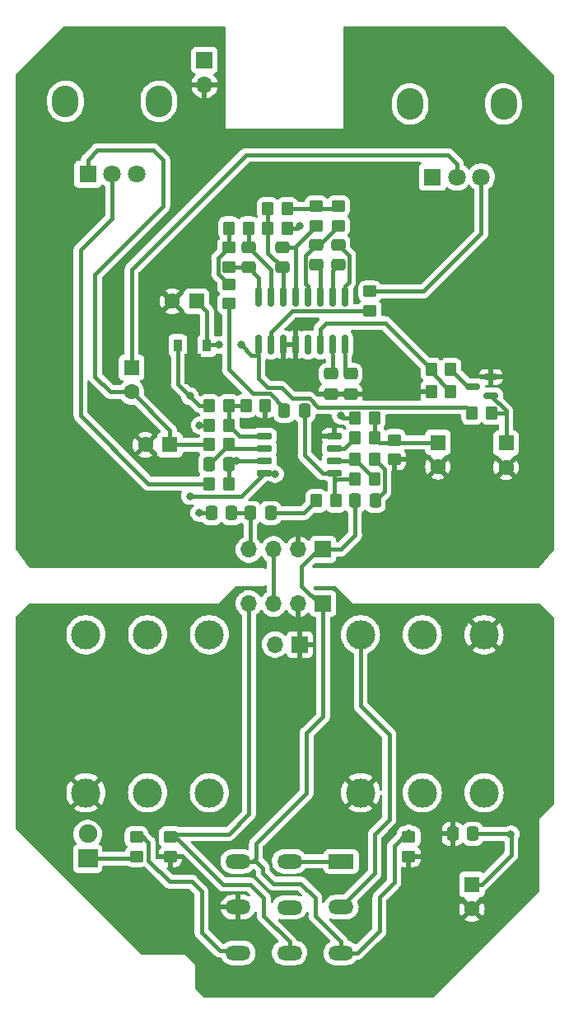
<source format=gbr>
%TF.GenerationSoftware,KiCad,Pcbnew,7.0.2-6a45011f42~172~ubuntu22.04.1*%
%TF.CreationDate,2023-05-29T17:51:51+01:00*%
%TF.ProjectId,little-angel-v3-SMD,6c697474-6c65-42d6-916e-67656c2d7633,rev?*%
%TF.SameCoordinates,Original*%
%TF.FileFunction,Copper,L1,Top*%
%TF.FilePolarity,Positive*%
%FSLAX46Y46*%
G04 Gerber Fmt 4.6, Leading zero omitted, Abs format (unit mm)*
G04 Created by KiCad (PCBNEW 7.0.2-6a45011f42~172~ubuntu22.04.1) date 2023-05-29 17:51:51*
%MOMM*%
%LPD*%
G01*
G04 APERTURE LIST*
G04 Aperture macros list*
%AMRoundRect*
0 Rectangle with rounded corners*
0 $1 Rounding radius*
0 $2 $3 $4 $5 $6 $7 $8 $9 X,Y pos of 4 corners*
0 Add a 4 corners polygon primitive as box body*
4,1,4,$2,$3,$4,$5,$6,$7,$8,$9,$2,$3,0*
0 Add four circle primitives for the rounded corners*
1,1,$1+$1,$2,$3*
1,1,$1+$1,$4,$5*
1,1,$1+$1,$6,$7*
1,1,$1+$1,$8,$9*
0 Add four rect primitives between the rounded corners*
20,1,$1+$1,$2,$3,$4,$5,0*
20,1,$1+$1,$4,$5,$6,$7,0*
20,1,$1+$1,$6,$7,$8,$9,0*
20,1,$1+$1,$8,$9,$2,$3,0*%
%AMFreePoly0*
4,1,9,3.862500,-0.866500,0.737500,-0.866500,0.737500,-0.450000,-0.737500,-0.450000,-0.737500,0.450000,0.737500,0.450000,0.737500,0.866500,3.862500,0.866500,3.862500,-0.866500,3.862500,-0.866500,$1*%
G04 Aperture macros list end*
%TA.AperFunction,SMDPad,CuDef*%
%ADD10RoundRect,0.150000X0.150000X-0.825000X0.150000X0.825000X-0.150000X0.825000X-0.150000X-0.825000X0*%
%TD*%
%TA.AperFunction,ComponentPad*%
%ADD11R,2.600000X1.500000*%
%TD*%
%TA.AperFunction,ComponentPad*%
%ADD12O,2.600000X1.500000*%
%TD*%
%TA.AperFunction,ComponentPad*%
%ADD13R,1.700000X1.700000*%
%TD*%
%TA.AperFunction,ComponentPad*%
%ADD14O,1.700000X1.700000*%
%TD*%
%TA.AperFunction,ComponentPad*%
%ADD15C,3.000000*%
%TD*%
%TA.AperFunction,ComponentPad*%
%ADD16R,1.600000X1.600000*%
%TD*%
%TA.AperFunction,ComponentPad*%
%ADD17C,1.600000*%
%TD*%
%TA.AperFunction,ComponentPad*%
%ADD18R,2.000000X1.900000*%
%TD*%
%TA.AperFunction,ComponentPad*%
%ADD19C,1.900000*%
%TD*%
%TA.AperFunction,SMDPad,CuDef*%
%ADD20RoundRect,0.250000X-0.450000X0.350000X-0.450000X-0.350000X0.450000X-0.350000X0.450000X0.350000X0*%
%TD*%
%TA.AperFunction,SMDPad,CuDef*%
%ADD21RoundRect,0.250000X0.450000X-0.350000X0.450000X0.350000X-0.450000X0.350000X-0.450000X-0.350000X0*%
%TD*%
%TA.AperFunction,SMDPad,CuDef*%
%ADD22RoundRect,0.250000X-0.337500X-0.475000X0.337500X-0.475000X0.337500X0.475000X-0.337500X0.475000X0*%
%TD*%
%TA.AperFunction,SMDPad,CuDef*%
%ADD23RoundRect,0.250000X0.350000X0.450000X-0.350000X0.450000X-0.350000X-0.450000X0.350000X-0.450000X0*%
%TD*%
%TA.AperFunction,ComponentPad*%
%ADD24O,2.720000X3.240000*%
%TD*%
%TA.AperFunction,ComponentPad*%
%ADD25R,1.800000X1.800000*%
%TD*%
%TA.AperFunction,ComponentPad*%
%ADD26C,1.800000*%
%TD*%
%TA.AperFunction,SMDPad,CuDef*%
%ADD27RoundRect,0.250000X0.337500X0.475000X-0.337500X0.475000X-0.337500X-0.475000X0.337500X-0.475000X0*%
%TD*%
%TA.AperFunction,SMDPad,CuDef*%
%ADD28RoundRect,0.150000X0.587500X0.150000X-0.587500X0.150000X-0.587500X-0.150000X0.587500X-0.150000X0*%
%TD*%
%TA.AperFunction,SMDPad,CuDef*%
%ADD29RoundRect,0.250000X0.475000X-0.337500X0.475000X0.337500X-0.475000X0.337500X-0.475000X-0.337500X0*%
%TD*%
%TA.AperFunction,SMDPad,CuDef*%
%ADD30RoundRect,0.250000X-0.475000X0.337500X-0.475000X-0.337500X0.475000X-0.337500X0.475000X0.337500X0*%
%TD*%
%TA.AperFunction,SMDPad,CuDef*%
%ADD31R,0.900000X1.300000*%
%TD*%
%TA.AperFunction,SMDPad,CuDef*%
%ADD32FreePoly0,270.000000*%
%TD*%
%TA.AperFunction,SMDPad,CuDef*%
%ADD33RoundRect,0.150000X0.650000X0.150000X-0.650000X0.150000X-0.650000X-0.150000X0.650000X-0.150000X0*%
%TD*%
%TA.AperFunction,SMDPad,CuDef*%
%ADD34RoundRect,0.250000X-0.350000X-0.450000X0.350000X-0.450000X0.350000X0.450000X-0.350000X0.450000X0*%
%TD*%
%TA.AperFunction,ViaPad*%
%ADD35C,0.800000*%
%TD*%
%TA.AperFunction,Conductor*%
%ADD36C,0.400000*%
%TD*%
G04 APERTURE END LIST*
D10*
%TO.P,U3,1,VCC*%
%TO.N,+5V*%
X140065000Y-84775000D03*
%TO.P,U3,2,REF*%
%TO.N,Net-(U3-REF)*%
X141335000Y-84775000D03*
%TO.P,U3,3,AGND*%
%TO.N,GND*%
X142605000Y-84775000D03*
%TO.P,U3,4,DGND*%
X143875000Y-84775000D03*
%TO.P,U3,5,CLK_O*%
%TO.N,unconnected-(U3-CLK_O-Pad5)*%
X145145000Y-84775000D03*
%TO.P,U3,6,VCO*%
%TO.N,Net-(U3-VCO)*%
X146415000Y-84775000D03*
%TO.P,U3,7,CC1*%
%TO.N,Net-(U3-CC1)*%
X147685000Y-84775000D03*
%TO.P,U3,8,CC0*%
%TO.N,Net-(U3-CC0)*%
X148955000Y-84775000D03*
%TO.P,U3,9,OP1-OUT*%
%TO.N,Net-(U3-OP1-OUT)*%
X148955000Y-79825000D03*
%TO.P,U3,10,OP1-IN*%
%TO.N,Net-(U3-OP1-IN)*%
X147685000Y-79825000D03*
%TO.P,U3,11,OP2-IN*%
%TO.N,Net-(U3-OP2-IN)*%
X146415000Y-79825000D03*
%TO.P,U3,12,OP2-OUT*%
%TO.N,Net-(U3-OP2-OUT)*%
X145145000Y-79825000D03*
%TO.P,U3,13,LPF2-IN*%
%TO.N,Net-(U3-LPF2-IN)*%
X143875000Y-79825000D03*
%TO.P,U3,14,LPF2-OUT*%
%TO.N,Net-(U3-LPF2-OUT)*%
X142605000Y-79825000D03*
%TO.P,U3,15,LPF1-OUT*%
%TO.N,Net-(U3-LPF1-OUT)*%
X141335000Y-79825000D03*
%TO.P,U3,16,LPF1-IN*%
%TO.N,Net-(U3-LPF1-IN)*%
X140065000Y-79825000D03*
%TD*%
D11*
%TO.P,SW1,1,A*%
%TO.N,Net-(SW1A-A)*%
X148550000Y-137825000D03*
D12*
%TO.P,SW1,2,A*%
X143250000Y-137825000D03*
%TO.P,SW1,3,A*%
%TO.N,I*%
X137950000Y-137825000D03*
%TO.P,SW1,4,B*%
%TO.N,Net-(SW1A-B)*%
X148550000Y-142525000D03*
%TO.P,SW1,5,B*%
%TO.N,Net-(SW1B-B)*%
X143250000Y-142550000D03*
%TO.P,SW1,6,B*%
%TO.N,GND*%
X137950000Y-142525000D03*
%TO.P,SW1,7,C*%
%TO.N,I*%
X148550000Y-147225000D03*
%TO.P,SW1,8,C*%
%TO.N,O*%
X143250000Y-147225000D03*
%TO.P,SW1,9,C*%
%TO.N,Net-(SW1C-C)*%
X137950000Y-147225000D03*
%TD*%
D13*
%TO.P,J3,1,P1*%
%TO.N,GND*%
X144300000Y-115550000D03*
D14*
%TO.P,J3,2,P2*%
%TO.N,+9V*%
X141760000Y-115550000D03*
%TD*%
D15*
%TO.P,J1,R*%
%TO.N,unconnected-(J1-PadR)*%
X156910000Y-114550000D03*
%TO.P,J1,RN*%
%TO.N,unconnected-(J1-PadRN)*%
X156910000Y-130780000D03*
%TO.P,J1,S*%
%TO.N,GND*%
X163260000Y-114550000D03*
%TO.P,J1,SN*%
%TO.N,unconnected-(J1-PadSN)*%
X163260000Y-130780000D03*
%TO.P,J1,T*%
%TO.N,Net-(SW1A-B)*%
X150560000Y-114550000D03*
%TO.P,J1,TN*%
%TO.N,GND*%
X150560000Y-130780000D03*
%TD*%
D13*
%TO.P,JOVGI1,1,P1*%
%TO.N,I*%
X146700000Y-111350000D03*
D14*
%TO.P,JOVGI1,2,P2*%
%TO.N,GND*%
X144160000Y-111350000D03*
%TO.P,JOVGI1,3,P3*%
%TO.N,+9V*%
X141620000Y-111350000D03*
%TO.P,JOVGI1,4,P4*%
%TO.N,O*%
X139080000Y-111350000D03*
%TD*%
D13*
%TO.P,JOVGI2,1,P1*%
%TO.N,I*%
X146700000Y-105800000D03*
D14*
%TO.P,JOVGI2,2,P2*%
%TO.N,GND*%
X144160000Y-105800000D03*
%TO.P,JOVGI2,3,P3*%
%TO.N,+9V*%
X141620000Y-105800000D03*
%TO.P,JOVGI2,4,P4*%
%TO.N,O*%
X139080000Y-105800000D03*
%TD*%
D16*
%TO.P,C19,1*%
%TO.N,+9V*%
X162000000Y-140200000D03*
D17*
%TO.P,C19,2*%
%TO.N,GND*%
X162000000Y-142700000D03*
%TD*%
D18*
%TO.P,D1,1,K*%
%TO.N,Net-(D1-K)*%
X122500000Y-137540000D03*
D19*
%TO.P,D1,2,A*%
%TO.N,+9V*%
X122500000Y-135000000D03*
%TD*%
D20*
%TO.P,R25,1*%
%TO.N,I*%
X155510000Y-135300000D03*
%TO.P,R25,2*%
%TO.N,GND*%
X155510000Y-137300000D03*
%TD*%
D21*
%TO.P,R26,1*%
%TO.N,Net-(D1-K)*%
X127510000Y-137300000D03*
%TO.P,R26,2*%
%TO.N,Net-(SW1C-C)*%
X127510000Y-135300000D03*
%TD*%
D20*
%TO.P,R27,1*%
%TO.N,O*%
X131000000Y-135300000D03*
%TO.P,R27,2*%
%TO.N,GND*%
X131000000Y-137300000D03*
%TD*%
D22*
%TO.P,C18,1*%
%TO.N,GND*%
X160012500Y-135000000D03*
%TO.P,C18,2*%
%TO.N,+9V*%
X162087500Y-135000000D03*
%TD*%
D15*
%TO.P,J4,R*%
%TO.N,unconnected-(J4-PadR)*%
X128660000Y-130780000D03*
%TO.P,J4,RN*%
%TO.N,unconnected-(J4-PadRN)*%
X128660000Y-114550000D03*
%TO.P,J4,S*%
%TO.N,GND*%
X122310000Y-130780000D03*
%TO.P,J4,SN*%
%TO.N,unconnected-(J4-PadSN)*%
X122310000Y-114550000D03*
%TO.P,J4,T*%
%TO.N,Net-(SW1B-B)*%
X135010000Y-130780000D03*
%TO.P,J4,TN*%
%TO.N,unconnected-(J4-PadTN)*%
X135010000Y-114550000D03*
%TD*%
D13*
%TO.P,J2,1,P1*%
%TO.N,+9V*%
X134510000Y-55550000D03*
D14*
%TO.P,J2,2,P2*%
%TO.N,GND*%
X134510000Y-58090000D03*
%TD*%
D23*
%TO.P,R1,1*%
%TO.N,Net-(U1B-+)*%
X137010000Y-91050000D03*
%TO.P,R1,2*%
%TO.N,+9V*%
X135010000Y-91050000D03*
%TD*%
D24*
%TO.P,RV2,*%
%TO.N,*%
X120210000Y-59775000D03*
X129810000Y-59775000D03*
D25*
%TO.P,RV2,1,1*%
%TO.N,Net-(C4-Pad1)*%
X122510000Y-67275000D03*
D26*
%TO.P,RV2,2,2*%
%TO.N,Net-(R5-Pad2)*%
X125010000Y-67275000D03*
%TO.P,RV2,3,3*%
%TO.N,unconnected-(RV2-Pad3)*%
X127510000Y-67275000D03*
%TD*%
D17*
%TO.P,C8,2*%
%TO.N,GND*%
X158510000Y-97300000D03*
D16*
%TO.P,C8,1*%
%TO.N,Net-(C8-Pad1)*%
X158510000Y-94800000D03*
%TD*%
%TO.P,C3,1*%
%TO.N,+5V*%
X133692380Y-80300000D03*
D17*
%TO.P,C3,2*%
%TO.N,GND*%
X131192380Y-80300000D03*
%TD*%
D23*
%TO.P,R15,1*%
%TO.N,Net-(U1A--)*%
X152010000Y-98550000D03*
%TO.P,R15,2*%
%TO.N,Net-(C11-Pad2)*%
X150010000Y-98550000D03*
%TD*%
D20*
%TO.P,R14,1*%
%TO.N,Net-(R14-Pad1)*%
X151510000Y-79300000D03*
%TO.P,R14,2*%
%TO.N,Net-(U3-REF)*%
X151510000Y-81300000D03*
%TD*%
D23*
%TO.P,R17,1*%
%TO.N,Net-(C11-Pad2)*%
X148010000Y-100800000D03*
%TO.P,R17,2*%
%TO.N,Net-(C16-Pad1)*%
X146010000Y-100800000D03*
%TD*%
D27*
%TO.P,C16,1*%
%TO.N,Net-(C16-Pad1)*%
X141297500Y-102050000D03*
%TO.P,C16,2*%
%TO.N,O*%
X139222500Y-102050000D03*
%TD*%
D23*
%TO.P,R7,1*%
%TO.N,Net-(Q2-B)*%
X164010000Y-91800000D03*
%TO.P,R7,2*%
%TO.N,+5V*%
X162010000Y-91800000D03*
%TD*%
D24*
%TO.P,RV1,*%
%TO.N,*%
X155660000Y-60050000D03*
X165260000Y-60050000D03*
D25*
%TO.P,RV1,1,1*%
%TO.N,unconnected-(RV1-Pad1)*%
X157960000Y-67550000D03*
D26*
%TO.P,RV1,2,2*%
%TO.N,Net-(C5-Pad1)*%
X160460000Y-67550000D03*
%TO.P,RV1,3,3*%
%TO.N,Net-(R14-Pad1)*%
X162960000Y-67550000D03*
%TD*%
D16*
%TO.P,C5,1*%
%TO.N,Net-(C5-Pad1)*%
X127010000Y-87117621D03*
D17*
%TO.P,C5,2*%
%TO.N,Net-(C4-Pad1)*%
X127010000Y-89617621D03*
%TD*%
D28*
%TO.P,Q2,1,B*%
%TO.N,Net-(Q2-B)*%
X163947500Y-90000000D03*
%TO.P,Q2,2,E*%
%TO.N,GND*%
X163947500Y-88100000D03*
%TO.P,Q2,3,C*%
%TO.N,Net-(Q2-C)*%
X162072500Y-89050000D03*
%TD*%
D16*
%TO.P,C6,1*%
%TO.N,Net-(Q2-B)*%
X165510000Y-94867621D03*
D17*
%TO.P,C6,2*%
%TO.N,GND*%
X165510000Y-97367621D03*
%TD*%
D23*
%TO.P,R11,1*%
%TO.N,Net-(C7-Pad2)*%
X152010000Y-96550000D03*
%TO.P,R11,2*%
%TO.N,Net-(U1A--)*%
X150010000Y-96550000D03*
%TD*%
%TO.P,R22,1*%
%TO.N,Net-(R20-Pad1)*%
X143010000Y-70800000D03*
%TO.P,R22,2*%
%TO.N,Net-(U3-LPF2-OUT)*%
X141010000Y-70800000D03*
%TD*%
D21*
%TO.P,R9,1*%
%TO.N,GND*%
X154010000Y-96550000D03*
%TO.P,R9,2*%
%TO.N,Net-(C8-Pad1)*%
X154010000Y-94550000D03*
%TD*%
D23*
%TO.P,R19,1*%
%TO.N,Net-(U3-LPF1-OUT)*%
X139010000Y-72800000D03*
%TO.P,R19,2*%
%TO.N,Net-(R16-Pad2)*%
X137010000Y-72800000D03*
%TD*%
D21*
%TO.P,R18,1*%
%TO.N,Net-(U3-LPF1-IN)*%
X137010000Y-76800000D03*
%TO.P,R18,2*%
%TO.N,Net-(R16-Pad2)*%
X137010000Y-74800000D03*
%TD*%
D23*
%TO.P,R2,1*%
%TO.N,GND*%
X140760000Y-91050000D03*
%TO.P,R2,2*%
%TO.N,Net-(U1B-+)*%
X138760000Y-91050000D03*
%TD*%
%TO.P,R5,1*%
%TO.N,Net-(C2-Pad2)*%
X137010000Y-99050000D03*
%TO.P,R5,2*%
%TO.N,Net-(R5-Pad2)*%
X135010000Y-99050000D03*
%TD*%
%TO.P,R13,1*%
%TO.N,Net-(C8-Pad1)*%
X152010000Y-94300000D03*
%TO.P,R13,2*%
%TO.N,Net-(U1A-+)*%
X150010000Y-94300000D03*
%TD*%
D29*
%TO.P,C9,1*%
%TO.N,GND*%
X147510000Y-89837500D03*
%TO.P,C9,2*%
%TO.N,Net-(U3-CC1)*%
X147510000Y-87762500D03*
%TD*%
D22*
%TO.P,C2,1*%
%TO.N,Net-(U1B--)*%
X134972500Y-97050000D03*
%TO.P,C2,2*%
%TO.N,Net-(C2-Pad2)*%
X137047500Y-97050000D03*
%TD*%
%TO.P,C17,1*%
%TO.N,Net-(C17-Pad1)*%
X135222500Y-102050000D03*
%TO.P,C17,2*%
%TO.N,O*%
X137297500Y-102050000D03*
%TD*%
D23*
%TO.P,R4,1*%
%TO.N,Net-(U1B-+)*%
X137010000Y-93050000D03*
%TO.P,R4,2*%
%TO.N,Net-(C2-Pad2)*%
X135010000Y-93050000D03*
%TD*%
D20*
%TO.P,R20,1*%
%TO.N,Net-(R20-Pad1)*%
X146010000Y-70550000D03*
%TO.P,R20,2*%
%TO.N,Net-(U3-LPF2-IN)*%
X146010000Y-72550000D03*
%TD*%
D22*
%TO.P,C11,1*%
%TO.N,Net-(C11-Pad1)*%
X142722500Y-91550000D03*
%TO.P,C11,2*%
%TO.N,Net-(C11-Pad2)*%
X144797500Y-91550000D03*
%TD*%
%TO.P,C7,1*%
%TO.N,I*%
X149972500Y-100800000D03*
%TO.P,C7,2*%
%TO.N,Net-(C7-Pad2)*%
X152047500Y-100800000D03*
%TD*%
D23*
%TO.P,R8,1*%
%TO.N,Net-(C8-Pad1)*%
X152010000Y-92300000D03*
%TO.P,R8,2*%
%TO.N,+9V*%
X150010000Y-92300000D03*
%TD*%
%TO.P,R3,1*%
%TO.N,Net-(U1B--)*%
X137010000Y-95050000D03*
%TO.P,R3,2*%
%TO.N,Net-(C4-Pad1)*%
X135010000Y-95050000D03*
%TD*%
D30*
%TO.P,C13,1*%
%TO.N,Net-(U3-OP2-OUT)*%
X146010000Y-74512500D03*
%TO.P,C13,2*%
%TO.N,Net-(U3-OP2-IN)*%
X146010000Y-76587500D03*
%TD*%
D23*
%TO.P,R10,1*%
%TO.N,Net-(Q2-C)*%
X159820000Y-87300000D03*
%TO.P,R10,2*%
%TO.N,Net-(U3-VCO)*%
X157820000Y-87300000D03*
%TD*%
D31*
%TO.P,U4,1,OUT*%
%TO.N,+5V*%
X134760000Y-84850000D03*
D32*
%TO.P,U4,2,GND*%
%TO.N,GND*%
X133260000Y-84937500D03*
D31*
%TO.P,U4,3,IN*%
%TO.N,+9V*%
X131760000Y-84850000D03*
%TD*%
D29*
%TO.P,C10,1*%
%TO.N,GND*%
X149510000Y-89837500D03*
%TO.P,C10,2*%
%TO.N,Net-(U3-CC0)*%
X149510000Y-87762500D03*
%TD*%
D33*
%TO.P,U1,1*%
%TO.N,Net-(C11-Pad2)*%
X147860000Y-97955000D03*
%TO.P,U1,2,-*%
%TO.N,Net-(U1A--)*%
X147860000Y-96685000D03*
%TO.P,U1,3,+*%
%TO.N,Net-(U1A-+)*%
X147860000Y-95415000D03*
%TO.P,U1,4,V-*%
%TO.N,GND*%
X147860000Y-94145000D03*
%TO.P,U1,5,+*%
%TO.N,Net-(U1B-+)*%
X140660000Y-94145000D03*
%TO.P,U1,6,-*%
%TO.N,Net-(U1B--)*%
X140660000Y-95415000D03*
%TO.P,U1,7*%
%TO.N,Net-(C2-Pad2)*%
X140660000Y-96685000D03*
%TO.P,U1,8,V+*%
%TO.N,+9V*%
X140660000Y-97955000D03*
%TD*%
D34*
%TO.P,R12,1*%
%TO.N,GND*%
X157820000Y-89550000D03*
%TO.P,R12,2*%
%TO.N,Net-(U3-VCO)*%
X159820000Y-89550000D03*
%TD*%
D29*
%TO.P,C12,1*%
%TO.N,Net-(U3-LPF2-OUT)*%
X142510000Y-76837500D03*
%TO.P,C12,2*%
%TO.N,Net-(U3-LPF2-IN)*%
X142510000Y-74762500D03*
%TD*%
%TO.P,C14,1*%
%TO.N,Net-(U3-OP1-IN)*%
X148260000Y-76587500D03*
%TO.P,C14,2*%
%TO.N,Net-(U3-OP1-OUT)*%
X148260000Y-74512500D03*
%TD*%
D34*
%TO.P,R21,1*%
%TO.N,Net-(U3-LPF2-OUT)*%
X141010000Y-72800000D03*
%TO.P,R21,2*%
%TO.N,Net-(C17-Pad1)*%
X143010000Y-72800000D03*
%TD*%
D16*
%TO.P,C4,1*%
%TO.N,Net-(C4-Pad1)*%
X130942380Y-95050000D03*
D17*
%TO.P,C4,2*%
%TO.N,GND*%
X128442380Y-95050000D03*
%TD*%
D29*
%TO.P,C15,1*%
%TO.N,Net-(U3-LPF1-IN)*%
X139010000Y-76837500D03*
%TO.P,C15,2*%
%TO.N,Net-(U3-LPF1-OUT)*%
X139010000Y-74762500D03*
%TD*%
D20*
%TO.P,R23,1*%
%TO.N,Net-(R20-Pad1)*%
X148260000Y-70550000D03*
%TO.P,R23,2*%
%TO.N,Net-(U3-OP2-OUT)*%
X148260000Y-72550000D03*
%TD*%
D21*
%TO.P,R16,1*%
%TO.N,Net-(C11-Pad1)*%
X137010000Y-80550000D03*
%TO.P,R16,2*%
%TO.N,Net-(R16-Pad2)*%
X137010000Y-78550000D03*
%TD*%
D35*
%TO.N,GND*%
X152760000Y-88800000D03*
X142010000Y-87550000D03*
X140760000Y-92800000D03*
X146010000Y-94050000D03*
%TO.N,+9V*%
X141760000Y-98050000D03*
X133010000Y-90050000D03*
X133010000Y-100300000D03*
X148510000Y-92050000D03*
X166010000Y-135050000D03*
%TO.N,Net-(C2-Pad2)*%
X134010000Y-93050000D03*
X137760000Y-96685000D03*
%TO.N,+5V*%
X138260000Y-84800000D03*
X136010000Y-84800000D03*
%TO.N,Net-(C17-Pad1)*%
X144260000Y-72550000D03*
X134010000Y-102050000D03*
%TD*%
D36*
%TO.N,Net-(U3-VCO)*%
X147010000Y-82550000D02*
X146760000Y-82800000D01*
X146415000Y-84775000D02*
X146415000Y-83145000D01*
X146415000Y-83145000D02*
X146760000Y-82800000D01*
X148760000Y-82550000D02*
X147010000Y-82550000D01*
%TO.N,Net-(U3-REF)*%
X141335000Y-84775000D02*
X141335000Y-83475000D01*
%TO.N,Net-(U3-VCO)*%
X148760000Y-82550000D02*
X153070000Y-82550000D01*
X153070000Y-82550000D02*
X157820000Y-87300000D01*
%TO.N,+9V*%
X162000000Y-140200000D02*
X163000000Y-140200000D01*
X140660000Y-97955000D02*
X141665000Y-97955000D01*
X166010000Y-135050000D02*
X166050000Y-135010000D01*
X162087500Y-135000000D02*
X166050000Y-135000000D01*
X163000000Y-140200000D02*
X166050000Y-137150000D01*
X166050000Y-137150000D02*
X166050000Y-135090000D01*
X166050000Y-135090000D02*
X166010000Y-135050000D01*
X141665000Y-97955000D02*
X141760000Y-98050000D01*
X131760000Y-84850000D02*
X131760000Y-88800000D01*
X140660000Y-97955000D02*
X138315000Y-100300000D01*
X149010000Y-92300000D02*
X148760000Y-92300000D01*
X138315000Y-100300000D02*
X133010000Y-100300000D01*
X166050000Y-135010000D02*
X166050000Y-135000000D01*
X141620000Y-105800000D02*
X141620000Y-111350000D01*
X134010000Y-91050000D02*
X135010000Y-91050000D01*
X148760000Y-92300000D02*
X148510000Y-92050000D01*
X131760000Y-88800000D02*
X134010000Y-91050000D01*
X150010000Y-92300000D02*
X149010000Y-92300000D01*
%TO.N,Net-(D1-K)*%
X127510000Y-137300000D02*
X127270000Y-137540000D01*
X122500000Y-137500000D02*
X122750000Y-137500000D01*
X127270000Y-137540000D02*
X122500000Y-137540000D01*
%TO.N,Net-(U1B--)*%
X135010000Y-97050000D02*
X137010000Y-95050000D01*
X140660000Y-95415000D02*
X137375000Y-95415000D01*
X137375000Y-95415000D02*
X137010000Y-95050000D01*
X134972500Y-97050000D02*
X135010000Y-97050000D01*
%TO.N,Net-(C2-Pad2)*%
X137047500Y-97050000D02*
X137047500Y-99012500D01*
X137412500Y-96685000D02*
X137047500Y-97050000D01*
X137760000Y-96685000D02*
X137412500Y-96685000D01*
X140660000Y-96685000D02*
X137760000Y-96685000D01*
X135010000Y-93050000D02*
X134010000Y-93050000D01*
X137047500Y-99012500D02*
X137010000Y-99050000D01*
%TO.N,Net-(C4-Pad1)*%
X130942380Y-93550001D02*
X127010000Y-89617621D01*
X122510000Y-65800000D02*
X122510000Y-67275000D01*
X130260000Y-70550000D02*
X130260000Y-65800000D01*
X130260000Y-65800000D02*
X129260000Y-64800000D01*
X123260000Y-88050000D02*
X123260000Y-77550000D01*
X123510000Y-64800000D02*
X122510000Y-65800000D01*
X123260000Y-77550000D02*
X130260000Y-70550000D01*
X130942380Y-95050000D02*
X135010000Y-95050000D01*
X129260000Y-64800000D02*
X123510000Y-64800000D01*
X127010000Y-89617621D02*
X124827621Y-89617621D01*
X124827621Y-89617621D02*
X123260000Y-88050000D01*
X130942380Y-95050000D02*
X130942380Y-93550001D01*
%TO.N,Net-(U3-CC1)*%
X147685000Y-85850000D02*
X147685000Y-87587500D01*
X147685000Y-87587500D02*
X147510000Y-87762500D01*
%TO.N,Net-(U3-CC0)*%
X148955000Y-85850000D02*
X148955000Y-87207500D01*
X148955000Y-87207500D02*
X149510000Y-87762500D01*
%TO.N,O*%
X139080000Y-111350000D02*
X139080000Y-132920000D01*
X131000000Y-135020000D02*
X131220000Y-135020000D01*
X139222500Y-105657500D02*
X139080000Y-105800000D01*
X140600000Y-143425000D02*
X143250000Y-146075000D01*
X136980000Y-135020000D02*
X131000000Y-135020000D01*
X139080000Y-132920000D02*
X136980000Y-135020000D01*
X139222500Y-102050000D02*
X139222500Y-105657500D01*
X131220000Y-135020000D02*
X136400000Y-140200000D01*
X143250000Y-146075000D02*
X143250000Y-147225000D01*
X140600000Y-141600000D02*
X140600000Y-143425000D01*
X139200000Y-140200000D02*
X140600000Y-141600000D01*
X137297500Y-102050000D02*
X139222500Y-102050000D01*
X136400000Y-140200000D02*
X139200000Y-140200000D01*
%TO.N,I*%
X148550000Y-146075000D02*
X145900000Y-143425000D01*
X151925000Y-145575000D02*
X152500000Y-145000000D01*
X148550000Y-147225000D02*
X148550000Y-146075000D01*
X152500000Y-145000000D02*
X152500000Y-141500000D01*
X146700000Y-111350000D02*
X146700000Y-122940000D01*
X141600000Y-140100000D02*
X140500000Y-139000000D01*
X145000000Y-130800000D02*
X145000000Y-124640000D01*
X148510000Y-105800000D02*
X150010000Y-104300000D01*
X139800000Y-137525000D02*
X139800000Y-136000000D01*
X151900000Y-145575000D02*
X151925000Y-145575000D01*
X145000000Y-124640000D02*
X146700000Y-122940000D01*
X154000000Y-140000000D02*
X154000000Y-136250000D01*
X139825000Y-137825000D02*
X139500000Y-137825000D01*
X139800000Y-136000000D02*
X145000000Y-130800000D01*
X140500000Y-138500000D02*
X139825000Y-137825000D01*
X149972500Y-104262500D02*
X149972500Y-100800000D01*
X154000000Y-136250000D02*
X155500000Y-134750000D01*
X144510000Y-107550000D02*
X144510000Y-109550000D01*
X140500000Y-139000000D02*
X140500000Y-138500000D01*
X145900000Y-141600000D02*
X144400000Y-140100000D01*
X146700000Y-105800000D02*
X148510000Y-105800000D01*
X150010000Y-104300000D02*
X149972500Y-104262500D01*
X150250000Y-147225000D02*
X151900000Y-145575000D01*
X146260000Y-105800000D02*
X144510000Y-107550000D01*
X146310000Y-111350000D02*
X146700000Y-111350000D01*
X137950000Y-137825000D02*
X139500000Y-137825000D01*
X148550000Y-147225000D02*
X150250000Y-147225000D01*
X144400000Y-140100000D02*
X141600000Y-140100000D01*
X144510000Y-109550000D02*
X146310000Y-111350000D01*
X139500000Y-137825000D02*
X139800000Y-137525000D01*
X145900000Y-143425000D02*
X145900000Y-141600000D01*
X152500000Y-141500000D02*
X154000000Y-140000000D01*
%TO.N,Net-(SW1C-C)*%
X133200000Y-139900000D02*
X134200000Y-140900000D01*
X130900000Y-139900000D02*
X133200000Y-139900000D01*
X137725000Y-147000000D02*
X137950000Y-147225000D01*
X128749489Y-137749489D02*
X130900000Y-139900000D01*
X128749489Y-135879489D02*
X128749489Y-137749489D01*
X134200000Y-140900000D02*
X134200000Y-145100000D01*
X127750000Y-135000000D02*
X127870000Y-135000000D01*
X127870000Y-135000000D02*
X128749489Y-135879489D01*
X134200000Y-145100000D02*
X136100000Y-147000000D01*
X136100000Y-147000000D02*
X137725000Y-147000000D01*
%TO.N,Net-(U3-LPF2-OUT)*%
X142605000Y-76932500D02*
X142510000Y-76837500D01*
X141010000Y-72800000D02*
X141010000Y-70800000D01*
X142510000Y-76837500D02*
X141010000Y-75337500D01*
X142605000Y-78750000D02*
X142605000Y-76932500D01*
X141010000Y-75337500D02*
X141010000Y-72800000D01*
%TO.N,Net-(SW1A-A)*%
X143250000Y-137825000D02*
X148550000Y-137825000D01*
%TO.N,Net-(U3-LPF2-IN)*%
X143875000Y-74685000D02*
X146010000Y-72550000D01*
X143875000Y-78750000D02*
X143875000Y-74800000D01*
X142510000Y-74762500D02*
X143837500Y-74762500D01*
X143837500Y-74762500D02*
X143875000Y-74800000D01*
X143875000Y-74800000D02*
X143875000Y-74685000D01*
%TO.N,Net-(U3-OP2-OUT)*%
X144885000Y-78490000D02*
X144885000Y-75637500D01*
X146010000Y-74512500D02*
X146297500Y-74512500D01*
X146297500Y-74512500D02*
X148260000Y-72550000D01*
X144885000Y-75637500D02*
X146010000Y-74512500D01*
X145145000Y-78750000D02*
X144885000Y-78490000D01*
%TO.N,Net-(U3-OP2-IN)*%
X146415000Y-76992500D02*
X146010000Y-76587500D01*
X146415000Y-78750000D02*
X146415000Y-76992500D01*
%TO.N,Net-(U3-OP1-IN)*%
X147685000Y-77162500D02*
X148260000Y-76587500D01*
X147685000Y-78750000D02*
X147685000Y-77162500D01*
%TO.N,Net-(U3-OP1-OUT)*%
X149385000Y-78320000D02*
X149385000Y-75637500D01*
X148955000Y-78750000D02*
X149385000Y-78320000D01*
X149385000Y-75637500D02*
X148260000Y-74512500D01*
%TO.N,Net-(U3-LPF1-IN)*%
X138972500Y-76800000D02*
X139010000Y-76837500D01*
X140065000Y-78750000D02*
X140065000Y-77892500D01*
X137010000Y-76800000D02*
X138972500Y-76800000D01*
X140065000Y-77892500D02*
X139010000Y-76837500D01*
%TO.N,Net-(U3-LPF1-OUT)*%
X141335000Y-77087500D02*
X139010000Y-74762500D01*
X141335000Y-78750000D02*
X141335000Y-77087500D01*
X139010000Y-74762500D02*
X139010000Y-72800000D01*
%TO.N,Net-(U1B-+)*%
X140660000Y-94145000D02*
X138105000Y-94145000D01*
X138105000Y-94145000D02*
X137010000Y-93050000D01*
X137010000Y-93050000D02*
X137010000Y-91050000D01*
X137010000Y-91050000D02*
X138760000Y-91050000D01*
%TO.N,Net-(U1A--)*%
X150010000Y-96550000D02*
X152010000Y-98550000D01*
X149875000Y-96685000D02*
X150010000Y-96550000D01*
X147860000Y-96685000D02*
X149875000Y-96685000D01*
%TO.N,Net-(U1A-+)*%
X148895000Y-95415000D02*
X150010000Y-94300000D01*
X147860000Y-95415000D02*
X148895000Y-95415000D01*
%TO.N,Net-(U3-REF)*%
X143510000Y-81300000D02*
X141335000Y-83475000D01*
X151510000Y-81300000D02*
X143510000Y-81300000D01*
%TO.N,Net-(U3-VCO)*%
X157820000Y-87550000D02*
X159820000Y-89550000D01*
X157820000Y-87300000D02*
X157820000Y-87550000D01*
%TO.N,+5V*%
X139310000Y-85850000D02*
X138260000Y-84800000D01*
X142410000Y-89200000D02*
X141010000Y-89200000D01*
X140065000Y-88255000D02*
X140065000Y-85850000D01*
X145279239Y-90300000D02*
X143510000Y-90300000D01*
X134810000Y-84800000D02*
X134760000Y-84850000D01*
X146179239Y-91200000D02*
X145279239Y-90300000D01*
X136010000Y-84800000D02*
X134810000Y-84800000D01*
X161410000Y-91200000D02*
X146179239Y-91200000D01*
X162010000Y-91800000D02*
X161410000Y-91200000D01*
X134760000Y-81367620D02*
X134760000Y-84850000D01*
X133692380Y-80300000D02*
X134760000Y-81367620D01*
X140065000Y-85850000D02*
X139310000Y-85850000D01*
X141010000Y-89200000D02*
X140065000Y-88255000D01*
X143510000Y-90300000D02*
X142410000Y-89200000D01*
%TO.N,Net-(C5-Pad1)*%
X138760000Y-65300000D02*
X159510000Y-65300000D01*
X159510000Y-65300000D02*
X160460000Y-66250000D01*
X160460000Y-66250000D02*
X160460000Y-67550000D01*
X127010000Y-87117621D02*
X127010000Y-77050000D01*
X127010000Y-77050000D02*
X138760000Y-65300000D01*
%TO.N,Net-(Q2-B)*%
X165510000Y-91562500D02*
X165510000Y-91800000D01*
X163947500Y-90000000D02*
X165510000Y-91562500D01*
X165510000Y-91800000D02*
X165510000Y-94867621D01*
X164010000Y-91800000D02*
X165510000Y-91800000D01*
%TO.N,Net-(C7-Pad2)*%
X153010000Y-99837500D02*
X153010000Y-97550000D01*
X152047500Y-100800000D02*
X153010000Y-99837500D01*
X153010000Y-97550000D02*
X152010000Y-96550000D01*
%TO.N,Net-(C8-Pad1)*%
X152510000Y-94800000D02*
X152010000Y-94300000D01*
X152010000Y-92300000D02*
X152010000Y-94300000D01*
X158510000Y-94800000D02*
X152510000Y-94800000D01*
%TO.N,Net-(C11-Pad1)*%
X137010000Y-80550000D02*
X137010000Y-87300000D01*
X142722500Y-91293261D02*
X142722500Y-91550000D01*
X137010000Y-87300000D02*
X139510000Y-89800000D01*
X141229239Y-89800000D02*
X142722500Y-91293261D01*
X139510000Y-89800000D02*
X141229239Y-89800000D01*
%TO.N,Net-(C11-Pad2)*%
X148110000Y-98550000D02*
X147860000Y-98800000D01*
X144797500Y-91550000D02*
X144797500Y-96087500D01*
X150010000Y-98550000D02*
X148110000Y-98550000D01*
X144797500Y-96087500D02*
X146665000Y-97955000D01*
X147860000Y-98800000D02*
X147860000Y-100650000D01*
X147860000Y-100650000D02*
X148010000Y-100800000D01*
X147860000Y-97955000D02*
X147860000Y-98800000D01*
X146665000Y-97955000D02*
X147860000Y-97955000D01*
%TO.N,Net-(C16-Pad1)*%
X141297500Y-102050000D02*
X144760000Y-102050000D01*
X144760000Y-102050000D02*
X146010000Y-100800000D01*
%TO.N,Net-(C17-Pad1)*%
X135222500Y-102050000D02*
X134010000Y-102050000D01*
X143010000Y-72800000D02*
X144010000Y-72800000D01*
X134010000Y-102050000D02*
X133745323Y-102050000D01*
X144010000Y-72800000D02*
X144260000Y-72550000D01*
%TO.N,Net-(Q2-C)*%
X162072500Y-89050000D02*
X161570000Y-89050000D01*
X161570000Y-89050000D02*
X159820000Y-87300000D01*
%TO.N,Net-(R5-Pad2)*%
X135010000Y-99050000D02*
X128760000Y-99050000D01*
X121760000Y-92050000D02*
X121760000Y-75050000D01*
X125010000Y-71800000D02*
X125010000Y-67275000D01*
X121760000Y-75050000D02*
X125010000Y-71800000D01*
X128760000Y-99050000D02*
X121760000Y-92050000D01*
%TO.N,Net-(R14-Pad1)*%
X157010000Y-79300000D02*
X162960000Y-73350000D01*
X151510000Y-79300000D02*
X157010000Y-79300000D01*
X162960000Y-73350000D02*
X162960000Y-67550000D01*
%TO.N,Net-(R16-Pad2)*%
X137010000Y-74800000D02*
X137010000Y-72800000D01*
X135910000Y-77450000D02*
X137010000Y-78550000D01*
X137010000Y-74800000D02*
X135910000Y-75900000D01*
X135910000Y-75900000D02*
X135910000Y-77450000D01*
%TO.N,Net-(R20-Pad1)*%
X143010000Y-70800000D02*
X148010000Y-70800000D01*
X148010000Y-70800000D02*
X148260000Y-70550000D01*
%TO.N,Net-(SW1A-B)*%
X153510000Y-124800000D02*
X153510000Y-133550000D01*
X150560000Y-121850000D02*
X153510000Y-124800000D01*
X150560000Y-114550000D02*
X150560000Y-121850000D01*
X152010000Y-135050000D02*
X152010000Y-139065000D01*
X153510000Y-133550000D02*
X152010000Y-135050000D01*
X152010000Y-139065000D02*
X148550000Y-142525000D01*
%TD*%
%TA.AperFunction,Conductor*%
%TO.N,GND*%
G36*
X140879405Y-109508398D02*
G01*
X140909918Y-109572504D01*
X140911500Y-109592409D01*
X140911500Y-110118356D01*
X140891498Y-110186477D01*
X140862891Y-110217787D01*
X140696762Y-110347091D01*
X140544278Y-110512731D01*
X140455483Y-110648643D01*
X140401479Y-110694731D01*
X140331131Y-110704306D01*
X140266774Y-110674328D01*
X140244517Y-110648643D01*
X140155721Y-110512731D01*
X140096143Y-110448013D01*
X140003240Y-110347094D01*
X140003239Y-110347093D01*
X140003237Y-110347091D01*
X139825578Y-110208812D01*
X139627573Y-110101657D01*
X139443123Y-110038336D01*
X139414635Y-110028556D01*
X139192569Y-109991500D01*
X138967431Y-109991500D01*
X138745365Y-110028556D01*
X138745362Y-110028556D01*
X138745362Y-110028557D01*
X138532426Y-110101657D01*
X138334421Y-110208812D01*
X138156762Y-110347091D01*
X138004278Y-110512731D01*
X137881139Y-110701209D01*
X137790702Y-110907388D01*
X137735437Y-111125627D01*
X137735436Y-111125632D01*
X137716844Y-111350000D01*
X137735436Y-111574368D01*
X137735436Y-111574371D01*
X137735437Y-111574372D01*
X137790702Y-111792611D01*
X137881139Y-111998790D01*
X137915183Y-112050898D01*
X138004278Y-112187268D01*
X138156760Y-112352906D01*
X138322893Y-112482214D01*
X138364362Y-112539837D01*
X138371500Y-112581643D01*
X138371500Y-132574339D01*
X138351498Y-132642460D01*
X138334595Y-132663434D01*
X136723435Y-134274595D01*
X136661123Y-134308620D01*
X136634340Y-134311500D01*
X131895395Y-134311500D01*
X131829249Y-134292741D01*
X131772741Y-134257886D01*
X131772738Y-134257885D01*
X131604426Y-134202113D01*
X131604423Y-134202112D01*
X131604421Y-134202112D01*
X131503746Y-134191826D01*
X131503725Y-134191824D01*
X131500545Y-134191500D01*
X131497339Y-134191500D01*
X130502661Y-134191500D01*
X130502641Y-134191500D01*
X130499456Y-134191501D01*
X130496279Y-134191825D01*
X130496270Y-134191826D01*
X130395573Y-134202113D01*
X130227262Y-134257885D01*
X130076344Y-134350972D01*
X129950972Y-134476344D01*
X129913936Y-134536389D01*
X129857885Y-134627262D01*
X129802113Y-134795574D01*
X129802112Y-134795578D01*
X129791826Y-134896253D01*
X129791825Y-134896270D01*
X129791500Y-134899455D01*
X129791500Y-134902659D01*
X129791500Y-134902660D01*
X129791500Y-135697338D01*
X129791500Y-135697357D01*
X129791501Y-135700544D01*
X129791825Y-135703721D01*
X129791826Y-135703729D01*
X129795173Y-135736494D01*
X129802113Y-135804426D01*
X129857885Y-135972738D01*
X129938670Y-136103710D01*
X129950972Y-136123655D01*
X130038576Y-136211259D01*
X130072602Y-136273571D01*
X130067537Y-136344386D01*
X130038576Y-136389449D01*
X129951367Y-136476657D01*
X129858340Y-136627477D01*
X129802606Y-136795672D01*
X129792325Y-136896307D01*
X129792000Y-136902697D01*
X129792000Y-137046000D01*
X132191840Y-137046000D01*
X132259961Y-137066002D01*
X132280935Y-137082905D01*
X135881171Y-140683141D01*
X135886388Y-140688682D01*
X135926727Y-140734215D01*
X135976768Y-140768756D01*
X135982899Y-140773267D01*
X136030774Y-140810775D01*
X136040060Y-140814954D01*
X136059933Y-140826162D01*
X136068323Y-140831953D01*
X136068324Y-140831953D01*
X136068325Y-140831954D01*
X136103794Y-140845405D01*
X136125192Y-140853520D01*
X136132205Y-140856424D01*
X136187671Y-140881388D01*
X136197695Y-140883224D01*
X136219662Y-140889348D01*
X136229199Y-140892965D01*
X136289588Y-140900297D01*
X136297068Y-140901435D01*
X136356907Y-140912401D01*
X136356907Y-140912400D01*
X136356908Y-140912401D01*
X136417598Y-140908730D01*
X136425206Y-140908500D01*
X138854340Y-140908500D01*
X138922461Y-140928502D01*
X138943435Y-140945405D01*
X139175908Y-141177878D01*
X139209934Y-141240190D01*
X139204869Y-141311005D01*
X139162322Y-141367841D01*
X139095802Y-141392652D01*
X139042540Y-141384939D01*
X138836024Y-141307432D01*
X138613223Y-141267000D01*
X138204000Y-141267000D01*
X138204000Y-142025000D01*
X137696000Y-142025000D01*
X137696000Y-141267000D01*
X137346322Y-141267000D01*
X137340693Y-141267252D01*
X137174464Y-141282213D01*
X136956184Y-141342456D01*
X136752165Y-141440705D01*
X136568967Y-141573806D01*
X136412479Y-141737479D01*
X136287734Y-141926460D01*
X136198735Y-142134685D01*
X136167622Y-142270999D01*
X136167623Y-142271000D01*
X136968884Y-142271000D01*
X136940507Y-142315156D01*
X136900000Y-142453111D01*
X136900000Y-142596889D01*
X136940507Y-142734844D01*
X136968884Y-142779000D01*
X136164918Y-142779000D01*
X136168584Y-142806065D01*
X136238557Y-143021421D01*
X136345863Y-143220829D01*
X136487051Y-143397873D01*
X136657575Y-143546855D01*
X136851968Y-143662999D01*
X137063975Y-143742567D01*
X137286777Y-143783000D01*
X137696000Y-143783000D01*
X137696000Y-143025000D01*
X138204000Y-143025000D01*
X138204000Y-143783000D01*
X138553678Y-143783000D01*
X138559306Y-143782747D01*
X138725535Y-143767786D01*
X138943815Y-143707543D01*
X139147834Y-143609294D01*
X139331032Y-143476193D01*
X139487520Y-143312520D01*
X139612265Y-143123539D01*
X139649639Y-143036099D01*
X139694805Y-142981322D01*
X139762415Y-142959658D01*
X139831005Y-142977986D01*
X139878798Y-143030487D01*
X139891500Y-143085620D01*
X139891500Y-143399781D01*
X139891270Y-143407389D01*
X139887597Y-143468093D01*
X139898559Y-143527910D01*
X139899704Y-143535432D01*
X139907035Y-143595801D01*
X139910649Y-143605332D01*
X139916770Y-143627289D01*
X139918610Y-143637329D01*
X139943572Y-143692794D01*
X139946483Y-143699822D01*
X139968045Y-143756673D01*
X139973839Y-143765068D01*
X139985036Y-143784922D01*
X139989223Y-143794224D01*
X140026725Y-143842092D01*
X140031235Y-143848220D01*
X140065785Y-143898273D01*
X140099358Y-143928016D01*
X140111316Y-143938610D01*
X140116857Y-143943827D01*
X142102771Y-145929741D01*
X142136797Y-145992053D01*
X142131732Y-146062868D01*
X142089185Y-146119704D01*
X142068346Y-146132358D01*
X142051908Y-146140273D01*
X141923697Y-146233425D01*
X141868637Y-146273429D01*
X141868635Y-146273430D01*
X141868635Y-146273431D01*
X141712087Y-146437166D01*
X141587291Y-146626225D01*
X141498256Y-146834530D01*
X141447849Y-147055384D01*
X141437684Y-147281688D01*
X141451332Y-147382437D01*
X141468094Y-147506175D01*
X141477205Y-147534215D01*
X141538095Y-147721618D01*
X141558326Y-147759213D01*
X141645443Y-147921105D01*
X141645445Y-147921107D01*
X141786685Y-148098218D01*
X141876365Y-148176568D01*
X141957282Y-148247263D01*
X142151750Y-148363453D01*
X142363839Y-148443051D01*
X142495733Y-148466986D01*
X142586732Y-148483500D01*
X142586733Y-148483500D01*
X143853700Y-148483500D01*
X143856522Y-148483500D01*
X144025622Y-148468281D01*
X144243993Y-148408014D01*
X144448093Y-148309725D01*
X144631363Y-148176571D01*
X144787912Y-148012834D01*
X144912709Y-147823774D01*
X145001743Y-147615470D01*
X145052151Y-147394615D01*
X145062315Y-147168309D01*
X145031906Y-146943825D01*
X144961903Y-146728379D01*
X144854556Y-146528894D01*
X144781432Y-146437199D01*
X144713314Y-146351781D01*
X144542718Y-146202737D01*
X144518478Y-146188254D01*
X144348250Y-146086547D01*
X144196672Y-146029659D01*
X144136159Y-146006948D01*
X144040596Y-145989606D01*
X143977142Y-145957761D01*
X143945282Y-145910310D01*
X143942965Y-145904200D01*
X143942965Y-145904199D01*
X143939348Y-145894663D01*
X143933227Y-145872702D01*
X143931389Y-145862671D01*
X143906418Y-145807189D01*
X143903524Y-145800203D01*
X143881954Y-145743325D01*
X143881952Y-145743323D01*
X143881952Y-145743321D01*
X143876161Y-145734931D01*
X143864957Y-145715067D01*
X143860775Y-145705774D01*
X143823260Y-145657891D01*
X143818766Y-145651783D01*
X143784215Y-145601727D01*
X143738682Y-145561388D01*
X143733141Y-145556171D01*
X142104986Y-143928016D01*
X142070960Y-143865704D01*
X142076025Y-143794889D01*
X142118572Y-143738053D01*
X142185092Y-143713242D01*
X142238350Y-143720954D01*
X142363839Y-143768051D01*
X142502863Y-143793280D01*
X142586732Y-143808500D01*
X142586733Y-143808500D01*
X143853700Y-143808500D01*
X143856522Y-143808500D01*
X144025622Y-143793281D01*
X144243993Y-143733014D01*
X144448093Y-143634725D01*
X144631363Y-143501571D01*
X144787912Y-143337834D01*
X144912709Y-143148774D01*
X144949640Y-143062369D01*
X144994806Y-143007593D01*
X145062416Y-142985930D01*
X145131006Y-143004259D01*
X145178798Y-143056760D01*
X145191500Y-143111892D01*
X145191500Y-143399781D01*
X145191270Y-143407389D01*
X145187597Y-143468093D01*
X145198559Y-143527910D01*
X145199704Y-143535432D01*
X145207035Y-143595801D01*
X145210649Y-143605332D01*
X145216770Y-143627289D01*
X145218610Y-143637329D01*
X145243572Y-143692794D01*
X145246483Y-143699822D01*
X145268045Y-143756673D01*
X145273839Y-143765068D01*
X145285036Y-143784922D01*
X145289223Y-143794224D01*
X145326725Y-143842092D01*
X145331235Y-143848220D01*
X145365785Y-143898273D01*
X145399358Y-143928016D01*
X145411316Y-143938610D01*
X145416857Y-143943827D01*
X147402771Y-145929741D01*
X147436797Y-145992053D01*
X147431732Y-146062868D01*
X147389185Y-146119704D01*
X147368346Y-146132358D01*
X147351908Y-146140273D01*
X147223697Y-146233425D01*
X147168637Y-146273429D01*
X147168635Y-146273430D01*
X147168635Y-146273431D01*
X147012087Y-146437166D01*
X146887291Y-146626225D01*
X146798256Y-146834530D01*
X146747849Y-147055384D01*
X146737684Y-147281688D01*
X146751332Y-147382437D01*
X146768094Y-147506175D01*
X146777205Y-147534215D01*
X146838095Y-147721618D01*
X146858326Y-147759213D01*
X146945443Y-147921105D01*
X146945445Y-147921107D01*
X147086685Y-148098218D01*
X147176365Y-148176568D01*
X147257282Y-148247263D01*
X147451750Y-148363453D01*
X147663839Y-148443051D01*
X147795733Y-148466986D01*
X147886732Y-148483500D01*
X147886733Y-148483500D01*
X149153700Y-148483500D01*
X149156522Y-148483500D01*
X149325622Y-148468281D01*
X149543993Y-148408014D01*
X149748093Y-148309725D01*
X149931363Y-148176571D01*
X150087912Y-148012834D01*
X150102927Y-147990086D01*
X150157147Y-147944255D01*
X150208083Y-147933500D01*
X150224782Y-147933500D01*
X150232390Y-147933730D01*
X150293091Y-147937402D01*
X150293091Y-147937401D01*
X150293093Y-147937402D01*
X150352941Y-147926434D01*
X150360398Y-147925299D01*
X150420801Y-147917965D01*
X150430328Y-147914351D01*
X150452294Y-147908227D01*
X150462329Y-147906389D01*
X150517797Y-147881423D01*
X150524802Y-147878522D01*
X150581675Y-147856954D01*
X150590069Y-147851159D01*
X150609926Y-147839960D01*
X150619226Y-147835775D01*
X150667140Y-147798235D01*
X150673179Y-147793791D01*
X150723273Y-147759215D01*
X150763627Y-147713663D01*
X150768810Y-147708158D01*
X152274842Y-146202127D01*
X152286220Y-146192047D01*
X152294224Y-146185775D01*
X152294226Y-146185775D01*
X152342125Y-146148247D01*
X152348179Y-146143791D01*
X152398273Y-146109215D01*
X152438612Y-146063680D01*
X152443811Y-146058157D01*
X152983157Y-145518811D01*
X152988683Y-145513610D01*
X153034215Y-145473273D01*
X153068791Y-145423179D01*
X153073235Y-145417140D01*
X153110775Y-145369226D01*
X153114960Y-145359926D01*
X153126159Y-145340069D01*
X153131954Y-145331675D01*
X153153522Y-145274802D01*
X153156423Y-145267797D01*
X153181389Y-145212329D01*
X153183227Y-145202294D01*
X153189352Y-145180327D01*
X153192965Y-145170801D01*
X153200299Y-145110396D01*
X153201433Y-145102945D01*
X153212402Y-145043092D01*
X153212262Y-145040785D01*
X153208730Y-144982384D01*
X153208500Y-144974776D01*
X153208500Y-141845660D01*
X153228502Y-141777539D01*
X153245405Y-141756565D01*
X153861892Y-141140078D01*
X154483166Y-140518803D01*
X154488692Y-140513602D01*
X154491884Y-140510774D01*
X154534215Y-140473273D01*
X154568763Y-140423219D01*
X154573254Y-140417115D01*
X154610775Y-140369226D01*
X154614960Y-140359926D01*
X154626159Y-140340069D01*
X154631954Y-140331675D01*
X154653526Y-140274791D01*
X154656410Y-140267825D01*
X154681388Y-140212330D01*
X154683225Y-140202302D01*
X154689349Y-140180333D01*
X154692965Y-140170801D01*
X154700298Y-140110392D01*
X154701435Y-140102927D01*
X154712401Y-140043093D01*
X154708729Y-139982400D01*
X154708500Y-139974793D01*
X154708500Y-138506546D01*
X154728502Y-138438425D01*
X154782158Y-138391932D01*
X154852432Y-138381828D01*
X154874133Y-138386942D01*
X154905672Y-138397393D01*
X155006307Y-138407674D01*
X155012697Y-138408000D01*
X155256000Y-138408000D01*
X155256000Y-137554000D01*
X155764000Y-137554000D01*
X155764000Y-138408000D01*
X156007303Y-138408000D01*
X156013692Y-138407674D01*
X156114327Y-138397393D01*
X156282522Y-138341659D01*
X156433342Y-138248632D01*
X156558632Y-138123342D01*
X156651659Y-137972522D01*
X156707393Y-137804327D01*
X156717674Y-137703692D01*
X156718000Y-137697302D01*
X156718000Y-137554000D01*
X155764000Y-137554000D01*
X155256000Y-137554000D01*
X155256000Y-137172000D01*
X155276002Y-137103879D01*
X155329658Y-137057386D01*
X155382000Y-137046000D01*
X156718000Y-137046000D01*
X156718000Y-136902697D01*
X156717674Y-136896307D01*
X156707393Y-136795672D01*
X156651659Y-136627477D01*
X156558632Y-136476657D01*
X156471424Y-136389449D01*
X156437398Y-136327137D01*
X156442463Y-136256322D01*
X156471424Y-136211259D01*
X156559027Y-136123655D01*
X156559030Y-136123652D01*
X156652115Y-135972738D01*
X156707887Y-135804426D01*
X156718500Y-135700545D01*
X156718499Y-135254000D01*
X158917000Y-135254000D01*
X158917000Y-135522302D01*
X158917325Y-135528692D01*
X158927606Y-135629327D01*
X158983340Y-135797522D01*
X159076367Y-135948342D01*
X159201657Y-136073632D01*
X159352477Y-136166659D01*
X159520672Y-136222393D01*
X159621307Y-136232674D01*
X159627697Y-136233000D01*
X159758500Y-136233000D01*
X160266500Y-136233000D01*
X160397303Y-136233000D01*
X160403692Y-136232674D01*
X160504327Y-136222393D01*
X160672522Y-136166659D01*
X160823342Y-136073632D01*
X160959049Y-135937926D01*
X160961945Y-135940822D01*
X160995205Y-135910884D01*
X161065276Y-135899454D01*
X161130403Y-135927721D01*
X161140001Y-135938793D01*
X161140556Y-135938239D01*
X161276344Y-136074027D01*
X161276346Y-136074028D01*
X161276348Y-136074030D01*
X161427262Y-136167115D01*
X161595574Y-136222887D01*
X161671637Y-136230658D01*
X161696253Y-136233173D01*
X161696255Y-136233173D01*
X161699455Y-136233500D01*
X162475544Y-136233499D01*
X162579426Y-136222887D01*
X162747738Y-136167115D01*
X162898652Y-136074030D01*
X163024030Y-135948652D01*
X163117115Y-135797738D01*
X163117117Y-135797733D01*
X163118068Y-135794864D01*
X163158483Y-135736494D01*
X163224040Y-135709239D01*
X163237671Y-135708500D01*
X165215500Y-135708500D01*
X165283621Y-135728502D01*
X165330114Y-135782158D01*
X165341500Y-135834500D01*
X165341500Y-136804339D01*
X165321498Y-136872460D01*
X165304595Y-136893434D01*
X163239335Y-138958693D01*
X163177023Y-138992719D01*
X163106207Y-138987654D01*
X163074731Y-138970466D01*
X163046204Y-138949111D01*
X163024160Y-138940889D01*
X162909201Y-138898011D01*
X162848638Y-138891500D01*
X161151362Y-138891500D01*
X161148013Y-138891859D01*
X161148013Y-138891860D01*
X161090799Y-138898011D01*
X160953794Y-138949111D01*
X160836738Y-139036738D01*
X160749111Y-139153794D01*
X160698011Y-139290799D01*
X160693617Y-139331675D01*
X160691500Y-139351362D01*
X160691500Y-141048638D01*
X160698011Y-141109201D01*
X160709528Y-141140078D01*
X160749111Y-141246205D01*
X160836738Y-141363261D01*
X160953794Y-141450888D01*
X160953795Y-141450888D01*
X160953796Y-141450889D01*
X161090799Y-141501989D01*
X161151358Y-141508499D01*
X161151096Y-141508478D01*
X161217468Y-141531891D01*
X161261024Y-141587957D01*
X161263369Y-141604159D01*
X161960483Y-142301272D01*
X161874852Y-142314835D01*
X161761955Y-142372359D01*
X161672359Y-142461955D01*
X161614835Y-142574852D01*
X161601272Y-142660482D01*
X160912899Y-141972109D01*
X160862913Y-142043499D01*
X160766186Y-142250929D01*
X160706951Y-142472000D01*
X160687004Y-142699999D01*
X160706951Y-142927999D01*
X160766186Y-143149070D01*
X160862912Y-143356497D01*
X160912899Y-143427887D01*
X161601272Y-142739515D01*
X161614835Y-142825148D01*
X161672359Y-142938045D01*
X161761955Y-143027641D01*
X161874852Y-143085165D01*
X161960482Y-143098727D01*
X161272110Y-143787098D01*
X161272110Y-143787100D01*
X161343497Y-143837085D01*
X161550929Y-143933813D01*
X161772000Y-143993048D01*
X161999999Y-144012995D01*
X162227999Y-143993048D01*
X162449070Y-143933813D01*
X162656498Y-143837087D01*
X162727888Y-143787099D01*
X162727888Y-143787097D01*
X162039518Y-143098727D01*
X162125148Y-143085165D01*
X162238045Y-143027641D01*
X162327641Y-142938045D01*
X162385165Y-142825148D01*
X162398727Y-142739516D01*
X163087098Y-143427888D01*
X163087099Y-143427888D01*
X163137087Y-143356498D01*
X163233813Y-143149070D01*
X163293048Y-142927999D01*
X163312995Y-142699999D01*
X163293048Y-142472000D01*
X163233813Y-142250929D01*
X163137085Y-142043497D01*
X163087100Y-141972110D01*
X163087097Y-141972110D01*
X162398726Y-142660480D01*
X162385165Y-142574852D01*
X162327641Y-142461955D01*
X162238045Y-142372359D01*
X162125148Y-142314835D01*
X162039514Y-142301272D01*
X162739504Y-141601283D01*
X162744692Y-141575470D01*
X162794091Y-141524478D01*
X162848737Y-141508491D01*
X162848643Y-141508499D01*
X162909201Y-141501989D01*
X163046204Y-141450889D01*
X163163261Y-141363261D01*
X163250889Y-141246204D01*
X163301989Y-141109201D01*
X163308500Y-141048638D01*
X163308500Y-140919571D01*
X163328502Y-140851450D01*
X163360160Y-140824018D01*
X163357179Y-140820213D01*
X163369223Y-140810776D01*
X163369226Y-140810775D01*
X163417140Y-140773235D01*
X163423179Y-140768791D01*
X163473273Y-140734215D01*
X163513612Y-140688680D01*
X163518811Y-140683157D01*
X166533166Y-137668803D01*
X166538692Y-137663602D01*
X166547967Y-137655385D01*
X166584215Y-137623273D01*
X166618763Y-137573219D01*
X166623254Y-137567115D01*
X166660775Y-137519226D01*
X166664960Y-137509926D01*
X166676159Y-137490069D01*
X166681954Y-137481675D01*
X166703526Y-137424791D01*
X166706410Y-137417825D01*
X166731388Y-137362330D01*
X166733225Y-137352302D01*
X166739349Y-137330333D01*
X166742965Y-137320801D01*
X166750298Y-137260392D01*
X166751435Y-137252927D01*
X166762401Y-137193093D01*
X166758729Y-137132400D01*
X166758500Y-137124793D01*
X166758500Y-135604319D01*
X166775380Y-135541320D01*
X166844527Y-135421556D01*
X166903542Y-135239928D01*
X166923504Y-135050000D01*
X166903542Y-134860072D01*
X166870738Y-134759111D01*
X166844527Y-134678443D01*
X166749041Y-134513057D01*
X166621252Y-134371133D01*
X166513355Y-134292741D01*
X166466752Y-134258882D01*
X166292288Y-134181206D01*
X166105487Y-134141500D01*
X165914513Y-134141500D01*
X165789978Y-134167970D01*
X165727711Y-134181206D01*
X165680419Y-134202262D01*
X165553248Y-134258882D01*
X165541472Y-134267437D01*
X165474608Y-134291294D01*
X165467414Y-134291500D01*
X163237671Y-134291500D01*
X163169550Y-134271498D01*
X163123057Y-134217842D01*
X163118068Y-134205136D01*
X163117117Y-134202266D01*
X163110678Y-134191826D01*
X163024030Y-134051348D01*
X163024028Y-134051346D01*
X163024027Y-134051344D01*
X162898655Y-133925972D01*
X162887718Y-133919226D01*
X162747738Y-133832885D01*
X162579426Y-133777113D01*
X162579423Y-133777112D01*
X162579421Y-133777112D01*
X162478746Y-133766826D01*
X162478725Y-133766824D01*
X162475545Y-133766500D01*
X162472339Y-133766500D01*
X161702661Y-133766500D01*
X161702641Y-133766500D01*
X161699456Y-133766501D01*
X161696279Y-133766825D01*
X161696270Y-133766826D01*
X161595573Y-133777113D01*
X161427262Y-133832885D01*
X161276344Y-133925972D01*
X161140556Y-134061761D01*
X161137735Y-134058940D01*
X161104126Y-134089152D01*
X161034047Y-134100534D01*
X160968940Y-134072222D01*
X160959639Y-134061483D01*
X160959049Y-134062074D01*
X160823342Y-133926367D01*
X160672522Y-133833340D01*
X160504327Y-133777606D01*
X160403692Y-133767325D01*
X160397303Y-133767000D01*
X160266500Y-133767000D01*
X160266500Y-136233000D01*
X159758500Y-136233000D01*
X159758500Y-135254000D01*
X158917000Y-135254000D01*
X156718499Y-135254000D01*
X156718499Y-134899456D01*
X156707887Y-134795574D01*
X156691460Y-134746000D01*
X158917000Y-134746000D01*
X159758500Y-134746000D01*
X159758500Y-133767000D01*
X159627697Y-133767000D01*
X159621307Y-133767325D01*
X159520672Y-133777606D01*
X159352477Y-133833340D01*
X159201657Y-133926367D01*
X159076367Y-134051657D01*
X158983340Y-134202477D01*
X158927606Y-134370672D01*
X158917325Y-134471307D01*
X158917000Y-134477697D01*
X158917000Y-134746000D01*
X156691460Y-134746000D01*
X156652115Y-134627262D01*
X156559030Y-134476348D01*
X156559028Y-134476346D01*
X156559027Y-134476344D01*
X156433655Y-134350972D01*
X156433652Y-134350970D01*
X156282738Y-134257885D01*
X156114426Y-134202113D01*
X156114423Y-134202112D01*
X156114421Y-134202112D01*
X156013746Y-134191826D01*
X156013725Y-134191824D01*
X156010545Y-134191500D01*
X156007340Y-134191500D01*
X155980765Y-134191500D01*
X155915581Y-134173329D01*
X155859167Y-134139226D01*
X155792913Y-134099174D01*
X155628649Y-134047987D01*
X155618852Y-134047394D01*
X155456907Y-134037598D01*
X155287673Y-134068611D01*
X155287671Y-134068611D01*
X155287670Y-134068612D01*
X155209222Y-134103918D01*
X155130771Y-134139226D01*
X155098272Y-134164687D01*
X155032312Y-134190952D01*
X155020579Y-134191500D01*
X155012666Y-134191500D01*
X155012647Y-134191500D01*
X155009456Y-134191501D01*
X155006279Y-134191825D01*
X155006270Y-134191826D01*
X154905573Y-134202113D01*
X154737262Y-134257885D01*
X154586344Y-134350972D01*
X154460972Y-134476344D01*
X154423936Y-134536389D01*
X154367885Y-134627262D01*
X154312113Y-134795574D01*
X154312112Y-134795578D01*
X154301826Y-134896249D01*
X154301825Y-134896270D01*
X154301500Y-134899455D01*
X154301500Y-134900796D01*
X154278166Y-134967493D01*
X154264869Y-134983159D01*
X153516855Y-135731173D01*
X153511315Y-135736389D01*
X153465784Y-135776727D01*
X153431238Y-135826773D01*
X153426731Y-135832898D01*
X153389224Y-135880774D01*
X153385036Y-135890078D01*
X153373843Y-135909923D01*
X153368048Y-135918319D01*
X153346482Y-135975183D01*
X153343570Y-135982211D01*
X153318611Y-136037668D01*
X153316771Y-136047710D01*
X153310651Y-136069662D01*
X153307035Y-136079197D01*
X153299705Y-136139554D01*
X153298561Y-136147071D01*
X153287597Y-136206906D01*
X153291270Y-136267608D01*
X153291500Y-136275217D01*
X153291500Y-139654338D01*
X153271498Y-139722459D01*
X153254595Y-139743433D01*
X152016855Y-140981173D01*
X152011315Y-140986389D01*
X151965784Y-141026727D01*
X151931238Y-141076773D01*
X151926731Y-141082898D01*
X151889224Y-141130774D01*
X151885036Y-141140078D01*
X151873843Y-141159923D01*
X151868048Y-141168319D01*
X151846482Y-141225183D01*
X151843570Y-141232211D01*
X151818611Y-141287668D01*
X151816771Y-141297710D01*
X151810651Y-141319662D01*
X151807035Y-141329197D01*
X151799705Y-141389554D01*
X151798561Y-141397071D01*
X151787597Y-141456906D01*
X151791270Y-141517608D01*
X151791500Y-141525217D01*
X151791500Y-144654339D01*
X151771498Y-144722460D01*
X151754599Y-144743429D01*
X151550156Y-144947872D01*
X151550156Y-144947873D01*
X151538766Y-144957964D01*
X151482889Y-145001739D01*
X151476762Y-145006247D01*
X151426728Y-145040784D01*
X151386396Y-145086308D01*
X151381180Y-145091847D01*
X150154209Y-146318819D01*
X150091897Y-146352844D01*
X150021082Y-146347780D01*
X149982214Y-146324611D01*
X149842718Y-146202737D01*
X149648250Y-146086547D01*
X149496672Y-146029659D01*
X149436159Y-146006948D01*
X149340596Y-145989606D01*
X149277142Y-145957761D01*
X149245282Y-145910310D01*
X149242965Y-145904200D01*
X149242965Y-145904199D01*
X149239348Y-145894663D01*
X149233227Y-145872702D01*
X149231389Y-145862671D01*
X149206418Y-145807189D01*
X149203524Y-145800203D01*
X149181954Y-145743325D01*
X149181952Y-145743323D01*
X149181952Y-145743321D01*
X149176161Y-145734931D01*
X149164957Y-145715067D01*
X149160775Y-145705774D01*
X149123260Y-145657891D01*
X149118766Y-145651783D01*
X149084215Y-145601727D01*
X149038682Y-145561388D01*
X149033141Y-145556171D01*
X147364967Y-143887997D01*
X147330941Y-143825685D01*
X147336006Y-143754870D01*
X147378553Y-143698034D01*
X147445073Y-143673223D01*
X147498332Y-143680935D01*
X147663839Y-143743051D01*
X147802863Y-143768280D01*
X147886732Y-143783500D01*
X147886733Y-143783500D01*
X149153700Y-143783500D01*
X149156522Y-143783500D01*
X149325622Y-143768281D01*
X149543993Y-143708014D01*
X149748093Y-143609725D01*
X149931363Y-143476571D01*
X150087912Y-143312834D01*
X150212709Y-143123774D01*
X150301743Y-142915470D01*
X150352151Y-142694615D01*
X150362315Y-142468309D01*
X150331906Y-142243825D01*
X150261903Y-142028379D01*
X150231684Y-141972223D01*
X150217018Y-141902761D01*
X150242235Y-141836394D01*
X150253538Y-141823430D01*
X152493157Y-139583811D01*
X152498683Y-139578610D01*
X152544215Y-139538273D01*
X152578791Y-139488179D01*
X152583235Y-139482140D01*
X152620775Y-139434226D01*
X152624960Y-139424926D01*
X152636159Y-139405069D01*
X152641954Y-139396675D01*
X152663522Y-139339802D01*
X152666423Y-139332797D01*
X152691389Y-139277329D01*
X152693227Y-139267294D01*
X152699352Y-139245327D01*
X152699426Y-139245133D01*
X152702965Y-139235801D01*
X152710299Y-139175396D01*
X152711433Y-139167945D01*
X152722402Y-139108092D01*
X152722315Y-139106660D01*
X152718730Y-139047384D01*
X152718500Y-139039776D01*
X152718500Y-135395660D01*
X152738502Y-135327539D01*
X152755405Y-135306565D01*
X153371892Y-134690078D01*
X153993166Y-134068803D01*
X153998692Y-134063602D01*
X154001084Y-134061483D01*
X154044215Y-134023273D01*
X154078763Y-133973219D01*
X154083254Y-133967115D01*
X154120775Y-133919226D01*
X154124960Y-133909926D01*
X154136159Y-133890069D01*
X154141954Y-133881675D01*
X154163526Y-133824791D01*
X154166410Y-133817825D01*
X154191388Y-133762330D01*
X154193225Y-133752302D01*
X154199349Y-133730333D01*
X154202965Y-133720801D01*
X154210298Y-133660392D01*
X154211435Y-133652927D01*
X154222401Y-133593093D01*
X154218729Y-133532400D01*
X154218500Y-133524793D01*
X154218500Y-130780000D01*
X154896807Y-130780000D01*
X154897101Y-130784298D01*
X154915259Y-131049769D01*
X154915558Y-131054130D01*
X154916431Y-131058331D01*
X154916432Y-131058338D01*
X154939475Y-131169225D01*
X154971462Y-131323153D01*
X154972899Y-131327196D01*
X154972902Y-131327207D01*
X155062037Y-131578008D01*
X155062040Y-131578015D01*
X155063477Y-131582058D01*
X155065451Y-131585869D01*
X155065453Y-131585872D01*
X155187906Y-131822197D01*
X155187909Y-131822202D01*
X155189889Y-131826023D01*
X155348343Y-132050502D01*
X155351281Y-132053648D01*
X155351282Y-132053649D01*
X155406737Y-132113027D01*
X155535889Y-132251314D01*
X155749031Y-132424718D01*
X155983800Y-132567484D01*
X156235823Y-132676953D01*
X156500404Y-132751085D01*
X156772615Y-132788500D01*
X156776920Y-132788500D01*
X157043080Y-132788500D01*
X157047385Y-132788500D01*
X157319596Y-132751085D01*
X157584177Y-132676953D01*
X157836200Y-132567484D01*
X158070969Y-132424718D01*
X158284111Y-132251314D01*
X158471657Y-132050502D01*
X158630111Y-131826023D01*
X158756523Y-131582058D01*
X158848538Y-131323153D01*
X158904442Y-131054130D01*
X158923193Y-130780000D01*
X161246807Y-130780000D01*
X161247101Y-130784298D01*
X161265259Y-131049769D01*
X161265558Y-131054130D01*
X161266431Y-131058331D01*
X161266432Y-131058338D01*
X161289475Y-131169225D01*
X161321462Y-131323153D01*
X161322899Y-131327196D01*
X161322902Y-131327207D01*
X161412037Y-131578008D01*
X161412040Y-131578015D01*
X161413477Y-131582058D01*
X161415451Y-131585869D01*
X161415453Y-131585872D01*
X161537906Y-131822197D01*
X161537909Y-131822202D01*
X161539889Y-131826023D01*
X161698343Y-132050502D01*
X161701281Y-132053648D01*
X161701282Y-132053649D01*
X161756737Y-132113027D01*
X161885889Y-132251314D01*
X162099031Y-132424718D01*
X162333800Y-132567484D01*
X162585823Y-132676953D01*
X162850404Y-132751085D01*
X163122615Y-132788500D01*
X163126920Y-132788500D01*
X163393080Y-132788500D01*
X163397385Y-132788500D01*
X163669596Y-132751085D01*
X163934177Y-132676953D01*
X164186200Y-132567484D01*
X164420969Y-132424718D01*
X164634111Y-132251314D01*
X164821657Y-132050502D01*
X164980111Y-131826023D01*
X165106523Y-131582058D01*
X165198538Y-131323153D01*
X165254442Y-131054130D01*
X165273193Y-130780000D01*
X165254442Y-130505870D01*
X165198538Y-130236847D01*
X165142794Y-130080000D01*
X165107962Y-129981991D01*
X165106523Y-129977942D01*
X164980111Y-129733977D01*
X164821657Y-129509498D01*
X164634111Y-129308686D01*
X164490078Y-129191506D01*
X164424304Y-129137995D01*
X164424301Y-129137993D01*
X164420969Y-129135282D01*
X164186200Y-128992516D01*
X164182259Y-128990804D01*
X164182253Y-128990801D01*
X163938112Y-128884756D01*
X163938109Y-128884755D01*
X163934177Y-128883047D01*
X163930052Y-128881891D01*
X163930043Y-128881888D01*
X163673742Y-128810076D01*
X163673732Y-128810074D01*
X163669596Y-128808915D01*
X163665335Y-128808329D01*
X163665324Y-128808327D01*
X163401653Y-128772086D01*
X163401643Y-128772085D01*
X163397385Y-128771500D01*
X163122615Y-128771500D01*
X163118357Y-128772085D01*
X163118346Y-128772086D01*
X162854675Y-128808327D01*
X162854661Y-128808329D01*
X162850404Y-128808915D01*
X162846269Y-128810073D01*
X162846257Y-128810076D01*
X162589956Y-128881888D01*
X162589942Y-128881892D01*
X162585823Y-128883047D01*
X162581895Y-128884753D01*
X162581887Y-128884756D01*
X162337746Y-128990801D01*
X162337733Y-128990807D01*
X162333800Y-128992516D01*
X162330129Y-128994748D01*
X162330122Y-128994752D01*
X162102704Y-129133048D01*
X162102699Y-129133050D01*
X162099031Y-129135282D01*
X162095704Y-129137988D01*
X162095695Y-129137995D01*
X161889225Y-129305971D01*
X161889217Y-129305978D01*
X161885889Y-129308686D01*
X161882957Y-129311824D01*
X161882952Y-129311830D01*
X161701282Y-129506350D01*
X161701274Y-129506358D01*
X161698343Y-129509498D01*
X161695863Y-129513010D01*
X161695860Y-129513015D01*
X161542375Y-129730454D01*
X161542370Y-129730462D01*
X161539889Y-129733977D01*
X161537913Y-129737790D01*
X161537906Y-129737802D01*
X161415453Y-129974127D01*
X161415449Y-129974136D01*
X161413477Y-129977942D01*
X161412042Y-129981978D01*
X161412037Y-129981991D01*
X161322902Y-130232792D01*
X161322897Y-130232807D01*
X161321462Y-130236847D01*
X161320587Y-130241054D01*
X161320587Y-130241057D01*
X161266432Y-130501661D01*
X161266430Y-130501670D01*
X161265558Y-130505870D01*
X161265264Y-130510157D01*
X161265264Y-130510163D01*
X161260063Y-130586201D01*
X161246807Y-130780000D01*
X158923193Y-130780000D01*
X158904442Y-130505870D01*
X158848538Y-130236847D01*
X158792794Y-130080000D01*
X158757962Y-129981991D01*
X158756523Y-129977942D01*
X158630111Y-129733977D01*
X158471657Y-129509498D01*
X158284111Y-129308686D01*
X158140078Y-129191506D01*
X158074304Y-129137995D01*
X158074301Y-129137993D01*
X158070969Y-129135282D01*
X157836200Y-128992516D01*
X157832259Y-128990804D01*
X157832253Y-128990801D01*
X157588112Y-128884756D01*
X157588109Y-128884755D01*
X157584177Y-128883047D01*
X157580052Y-128881891D01*
X157580043Y-128881888D01*
X157323742Y-128810076D01*
X157323732Y-128810074D01*
X157319596Y-128808915D01*
X157315335Y-128808329D01*
X157315324Y-128808327D01*
X157051653Y-128772086D01*
X157051643Y-128772085D01*
X157047385Y-128771500D01*
X156772615Y-128771500D01*
X156768357Y-128772085D01*
X156768346Y-128772086D01*
X156504675Y-128808327D01*
X156504661Y-128808329D01*
X156500404Y-128808915D01*
X156496269Y-128810073D01*
X156496257Y-128810076D01*
X156239956Y-128881888D01*
X156239942Y-128881892D01*
X156235823Y-128883047D01*
X156231895Y-128884753D01*
X156231887Y-128884756D01*
X155987746Y-128990801D01*
X155987733Y-128990807D01*
X155983800Y-128992516D01*
X155980129Y-128994748D01*
X155980122Y-128994752D01*
X155752704Y-129133048D01*
X155752699Y-129133050D01*
X155749031Y-129135282D01*
X155745704Y-129137988D01*
X155745695Y-129137995D01*
X155539225Y-129305971D01*
X155539217Y-129305978D01*
X155535889Y-129308686D01*
X155532957Y-129311824D01*
X155532952Y-129311830D01*
X155351282Y-129506350D01*
X155351274Y-129506358D01*
X155348343Y-129509498D01*
X155345863Y-129513010D01*
X155345860Y-129513015D01*
X155192375Y-129730454D01*
X155192370Y-129730462D01*
X155189889Y-129733977D01*
X155187913Y-129737790D01*
X155187906Y-129737802D01*
X155065453Y-129974127D01*
X155065449Y-129974136D01*
X155063477Y-129977942D01*
X155062042Y-129981978D01*
X155062037Y-129981991D01*
X154972902Y-130232792D01*
X154972897Y-130232807D01*
X154971462Y-130236847D01*
X154970587Y-130241054D01*
X154970587Y-130241057D01*
X154916432Y-130501661D01*
X154916430Y-130501670D01*
X154915558Y-130505870D01*
X154915264Y-130510157D01*
X154915264Y-130510163D01*
X154910063Y-130586201D01*
X154896807Y-130780000D01*
X154218500Y-130780000D01*
X154218500Y-124825217D01*
X154218730Y-124817609D01*
X154222402Y-124756908D01*
X154222402Y-124756907D01*
X154211433Y-124697052D01*
X154210295Y-124689572D01*
X154202965Y-124629199D01*
X154199349Y-124619666D01*
X154193227Y-124597702D01*
X154191389Y-124587671D01*
X154166418Y-124532189D01*
X154163524Y-124525203D01*
X154141954Y-124468325D01*
X154141952Y-124468323D01*
X154141952Y-124468321D01*
X154136161Y-124459931D01*
X154124957Y-124440067D01*
X154120775Y-124430774D01*
X154083260Y-124382891D01*
X154078766Y-124376783D01*
X154044215Y-124326727D01*
X153998682Y-124286388D01*
X153993141Y-124281171D01*
X151305405Y-121593435D01*
X151271379Y-121531123D01*
X151268500Y-121504340D01*
X151268500Y-116514687D01*
X151288502Y-116446566D01*
X151342158Y-116400073D01*
X151344238Y-116399146D01*
X151486200Y-116337484D01*
X151720969Y-116194718D01*
X151934111Y-116021314D01*
X152121657Y-115820502D01*
X152280111Y-115596023D01*
X152406523Y-115352058D01*
X152498538Y-115093153D01*
X152554442Y-114824130D01*
X152573193Y-114550000D01*
X154896807Y-114550000D01*
X154897101Y-114554298D01*
X154915259Y-114819769D01*
X154915558Y-114824130D01*
X154971462Y-115093153D01*
X154972899Y-115097196D01*
X154972902Y-115097207D01*
X155062037Y-115348008D01*
X155062040Y-115348015D01*
X155063477Y-115352058D01*
X155065451Y-115355869D01*
X155065453Y-115355872D01*
X155187906Y-115592197D01*
X155187909Y-115592202D01*
X155189889Y-115596023D01*
X155348343Y-115820502D01*
X155535889Y-116021314D01*
X155749031Y-116194718D01*
X155983800Y-116337484D01*
X156235823Y-116446953D01*
X156500404Y-116521085D01*
X156772615Y-116558500D01*
X156776920Y-116558500D01*
X157043080Y-116558500D01*
X157047385Y-116558500D01*
X157319596Y-116521085D01*
X157584177Y-116446953D01*
X157836200Y-116337484D01*
X158070969Y-116194718D01*
X158284111Y-116021314D01*
X158471657Y-115820502D01*
X158630111Y-115596023D01*
X158756523Y-115352058D01*
X158848538Y-115093153D01*
X158904442Y-114824130D01*
X158922899Y-114554298D01*
X161247602Y-114554298D01*
X161265760Y-114819769D01*
X161266928Y-114828268D01*
X161321069Y-115088807D01*
X161323384Y-115097072D01*
X161412495Y-115347806D01*
X161415917Y-115355682D01*
X161538333Y-115591934D01*
X161542804Y-115599287D01*
X161670540Y-115780248D01*
X161670541Y-115780248D01*
X162617912Y-114832876D01*
X162679680Y-114950566D01*
X162792405Y-115077806D01*
X162932305Y-115174371D01*
X162977642Y-115191565D01*
X162030715Y-116138492D01*
X162030715Y-116138494D01*
X162095984Y-116191595D01*
X162102995Y-116196543D01*
X162330352Y-116334802D01*
X162337981Y-116338754D01*
X162582039Y-116444764D01*
X162590132Y-116447641D01*
X162846359Y-116519433D01*
X162854777Y-116521182D01*
X163118380Y-116557413D01*
X163126954Y-116558000D01*
X163393046Y-116558000D01*
X163401619Y-116557413D01*
X163665222Y-116521182D01*
X163673640Y-116519433D01*
X163929867Y-116447641D01*
X163937960Y-116444764D01*
X164182018Y-116338754D01*
X164189647Y-116334802D01*
X164417004Y-116196543D01*
X164424016Y-116191594D01*
X164489283Y-116138494D01*
X164489283Y-116138492D01*
X163542356Y-115191565D01*
X163587695Y-115174371D01*
X163727595Y-115077806D01*
X163840320Y-114950566D01*
X163902087Y-114832877D01*
X164849457Y-115780247D01*
X164977199Y-115599280D01*
X164981666Y-115591934D01*
X165104082Y-115355682D01*
X165107504Y-115347806D01*
X165196615Y-115097072D01*
X165198930Y-115088807D01*
X165253071Y-114828268D01*
X165254239Y-114819769D01*
X165272398Y-114554298D01*
X165272398Y-114545701D01*
X165254239Y-114280230D01*
X165253071Y-114271731D01*
X165198930Y-114011192D01*
X165196615Y-114002927D01*
X165107504Y-113752193D01*
X165104082Y-113744317D01*
X164981666Y-113508065D01*
X164977199Y-113500719D01*
X164849457Y-113319750D01*
X163902086Y-114267121D01*
X163840320Y-114149434D01*
X163727595Y-114022194D01*
X163587695Y-113925629D01*
X163542355Y-113908433D01*
X164489283Y-112961505D01*
X164489283Y-112961504D01*
X164424015Y-112908404D01*
X164417004Y-112903456D01*
X164189647Y-112765197D01*
X164182018Y-112761245D01*
X163937960Y-112655235D01*
X163929867Y-112652358D01*
X163673640Y-112580566D01*
X163665222Y-112578817D01*
X163401619Y-112542586D01*
X163393046Y-112542000D01*
X163126954Y-112542000D01*
X163118380Y-112542586D01*
X162854777Y-112578817D01*
X162846359Y-112580566D01*
X162590132Y-112652358D01*
X162582039Y-112655235D01*
X162337981Y-112761245D01*
X162330352Y-112765197D01*
X162102997Y-112903454D01*
X162095983Y-112908405D01*
X162030715Y-112961504D01*
X162030714Y-112961505D01*
X162977643Y-113908434D01*
X162932305Y-113925629D01*
X162792405Y-114022194D01*
X162679680Y-114149434D01*
X162617913Y-114267122D01*
X161670541Y-113319750D01*
X161542796Y-113500724D01*
X161538335Y-113508061D01*
X161415917Y-113744317D01*
X161412495Y-113752193D01*
X161323384Y-114002927D01*
X161321069Y-114011192D01*
X161266928Y-114271731D01*
X161265760Y-114280230D01*
X161247602Y-114545701D01*
X161247602Y-114554298D01*
X158922899Y-114554298D01*
X158923193Y-114550000D01*
X158904442Y-114275870D01*
X158848538Y-114006847D01*
X158792794Y-113850000D01*
X158757962Y-113751991D01*
X158756523Y-113747942D01*
X158630111Y-113503977D01*
X158471657Y-113279498D01*
X158284111Y-113078686D01*
X158280774Y-113075971D01*
X158074304Y-112907995D01*
X158074301Y-112907993D01*
X158070969Y-112905282D01*
X157836200Y-112762516D01*
X157832259Y-112760804D01*
X157832253Y-112760801D01*
X157588112Y-112654756D01*
X157588109Y-112654755D01*
X157584177Y-112653047D01*
X157580052Y-112651891D01*
X157580043Y-112651888D01*
X157323742Y-112580076D01*
X157323732Y-112580074D01*
X157319596Y-112578915D01*
X157315335Y-112578329D01*
X157315324Y-112578327D01*
X157051653Y-112542086D01*
X157051643Y-112542085D01*
X157047385Y-112541500D01*
X156772615Y-112541500D01*
X156768357Y-112542085D01*
X156768346Y-112542086D01*
X156504675Y-112578327D01*
X156504661Y-112578329D01*
X156500404Y-112578915D01*
X156496269Y-112580073D01*
X156496257Y-112580076D01*
X156239956Y-112651888D01*
X156239942Y-112651892D01*
X156235823Y-112653047D01*
X156231895Y-112654753D01*
X156231887Y-112654756D01*
X155987746Y-112760801D01*
X155987733Y-112760807D01*
X155983800Y-112762516D01*
X155980129Y-112764748D01*
X155980122Y-112764752D01*
X155752704Y-112903048D01*
X155752699Y-112903050D01*
X155749031Y-112905282D01*
X155745704Y-112907988D01*
X155745695Y-112907995D01*
X155539225Y-113075971D01*
X155539217Y-113075978D01*
X155535889Y-113078686D01*
X155532957Y-113081824D01*
X155532952Y-113081830D01*
X155351282Y-113276350D01*
X155351274Y-113276358D01*
X155348343Y-113279498D01*
X155345863Y-113283010D01*
X155345860Y-113283015D01*
X155192375Y-113500454D01*
X155192370Y-113500462D01*
X155189889Y-113503977D01*
X155187913Y-113507790D01*
X155187906Y-113507802D01*
X155065453Y-113744127D01*
X155065449Y-113744136D01*
X155063477Y-113747942D01*
X155062042Y-113751978D01*
X155062037Y-113751991D01*
X154972902Y-114002792D01*
X154972897Y-114002807D01*
X154971462Y-114006847D01*
X154970587Y-114011054D01*
X154970587Y-114011057D01*
X154916432Y-114271661D01*
X154916430Y-114271670D01*
X154915558Y-114275870D01*
X154915264Y-114280157D01*
X154915264Y-114280163D01*
X154903371Y-114454036D01*
X154896807Y-114550000D01*
X152573193Y-114550000D01*
X152554442Y-114275870D01*
X152498538Y-114006847D01*
X152442794Y-113850000D01*
X152407962Y-113751991D01*
X152406523Y-113747942D01*
X152280111Y-113503977D01*
X152121657Y-113279498D01*
X151934111Y-113078686D01*
X151930774Y-113075971D01*
X151724304Y-112907995D01*
X151724301Y-112907993D01*
X151720969Y-112905282D01*
X151486200Y-112762516D01*
X151482259Y-112760804D01*
X151482253Y-112760801D01*
X151238112Y-112654756D01*
X151238109Y-112654755D01*
X151234177Y-112653047D01*
X151230052Y-112651891D01*
X151230043Y-112651888D01*
X150973742Y-112580076D01*
X150973732Y-112580074D01*
X150969596Y-112578915D01*
X150965335Y-112578329D01*
X150965324Y-112578327D01*
X150701653Y-112542086D01*
X150701643Y-112542085D01*
X150697385Y-112541500D01*
X150422615Y-112541500D01*
X150418357Y-112542085D01*
X150418346Y-112542086D01*
X150154675Y-112578327D01*
X150154661Y-112578329D01*
X150150404Y-112578915D01*
X150146269Y-112580073D01*
X150146257Y-112580076D01*
X149889956Y-112651888D01*
X149889942Y-112651892D01*
X149885823Y-112653047D01*
X149881895Y-112654753D01*
X149881887Y-112654756D01*
X149637746Y-112760801D01*
X149637733Y-112760807D01*
X149633800Y-112762516D01*
X149630129Y-112764748D01*
X149630122Y-112764752D01*
X149402704Y-112903048D01*
X149402699Y-112903050D01*
X149399031Y-112905282D01*
X149395704Y-112907988D01*
X149395695Y-112907995D01*
X149189225Y-113075971D01*
X149189217Y-113075978D01*
X149185889Y-113078686D01*
X149182957Y-113081824D01*
X149182952Y-113081830D01*
X149001282Y-113276350D01*
X149001274Y-113276358D01*
X148998343Y-113279498D01*
X148995863Y-113283010D01*
X148995860Y-113283015D01*
X148842375Y-113500454D01*
X148842370Y-113500462D01*
X148839889Y-113503977D01*
X148837913Y-113507790D01*
X148837906Y-113507802D01*
X148715453Y-113744127D01*
X148715449Y-113744136D01*
X148713477Y-113747942D01*
X148712042Y-113751978D01*
X148712037Y-113751991D01*
X148622902Y-114002792D01*
X148622897Y-114002807D01*
X148621462Y-114006847D01*
X148620587Y-114011054D01*
X148620587Y-114011057D01*
X148566432Y-114271661D01*
X148566430Y-114271670D01*
X148565558Y-114275870D01*
X148565264Y-114280157D01*
X148565264Y-114280163D01*
X148553371Y-114454036D01*
X148546807Y-114550000D01*
X148547101Y-114554298D01*
X148565259Y-114819769D01*
X148565558Y-114824130D01*
X148621462Y-115093153D01*
X148622899Y-115097196D01*
X148622902Y-115097207D01*
X148712037Y-115348008D01*
X148712040Y-115348015D01*
X148713477Y-115352058D01*
X148715451Y-115355869D01*
X148715453Y-115355872D01*
X148837906Y-115592197D01*
X148837909Y-115592202D01*
X148839889Y-115596023D01*
X148998343Y-115820502D01*
X149185889Y-116021314D01*
X149399031Y-116194718D01*
X149633800Y-116337484D01*
X149775699Y-116399119D01*
X149830210Y-116444603D01*
X149851478Y-116512340D01*
X149851500Y-116514687D01*
X149851500Y-121824781D01*
X149851270Y-121832389D01*
X149847597Y-121893093D01*
X149858559Y-121952910D01*
X149859704Y-121960432D01*
X149867035Y-122020801D01*
X149870649Y-122030332D01*
X149876770Y-122052289D01*
X149878610Y-122062329D01*
X149903572Y-122117794D01*
X149906483Y-122124822D01*
X149928045Y-122181673D01*
X149933839Y-122190068D01*
X149945036Y-122209922D01*
X149949223Y-122219224D01*
X149986725Y-122267092D01*
X149991235Y-122273220D01*
X150025785Y-122323273D01*
X150071316Y-122363610D01*
X150076857Y-122368827D01*
X152764595Y-125056565D01*
X152798621Y-125118877D01*
X152801500Y-125145660D01*
X152801500Y-130471587D01*
X152781498Y-130539708D01*
X152727842Y-130586201D01*
X152657568Y-130596305D01*
X152592988Y-130566811D01*
X152554604Y-130507085D01*
X152552135Y-130497223D01*
X152498930Y-130241192D01*
X152496615Y-130232927D01*
X152407504Y-129982193D01*
X152404082Y-129974317D01*
X152281666Y-129738065D01*
X152277199Y-129730719D01*
X152149457Y-129549750D01*
X151202086Y-130497121D01*
X151140320Y-130379434D01*
X151027595Y-130252194D01*
X150887695Y-130155629D01*
X150842355Y-130138433D01*
X151789283Y-129191505D01*
X151789283Y-129191504D01*
X151724015Y-129138404D01*
X151717004Y-129133456D01*
X151489647Y-128995197D01*
X151482018Y-128991245D01*
X151237960Y-128885235D01*
X151229867Y-128882358D01*
X150973640Y-128810566D01*
X150965222Y-128808817D01*
X150701619Y-128772586D01*
X150693046Y-128772000D01*
X150426954Y-128772000D01*
X150418380Y-128772586D01*
X150154777Y-128808817D01*
X150146359Y-128810566D01*
X149890132Y-128882358D01*
X149882039Y-128885235D01*
X149637981Y-128991245D01*
X149630352Y-128995197D01*
X149402997Y-129133454D01*
X149395983Y-129138405D01*
X149330715Y-129191504D01*
X149330714Y-129191505D01*
X150277643Y-130138434D01*
X150232305Y-130155629D01*
X150092405Y-130252194D01*
X149979680Y-130379434D01*
X149917913Y-130497121D01*
X148970541Y-129549750D01*
X148842796Y-129730724D01*
X148838335Y-129738061D01*
X148715917Y-129974317D01*
X148712495Y-129982193D01*
X148623384Y-130232927D01*
X148621069Y-130241192D01*
X148566928Y-130501731D01*
X148565760Y-130510230D01*
X148547602Y-130775701D01*
X148547602Y-130784298D01*
X148565760Y-131049769D01*
X148566928Y-131058268D01*
X148621069Y-131318807D01*
X148623384Y-131327072D01*
X148712495Y-131577806D01*
X148715917Y-131585682D01*
X148838333Y-131821934D01*
X148842804Y-131829287D01*
X148970540Y-132010248D01*
X148970541Y-132010248D01*
X149917912Y-131062876D01*
X149979680Y-131180566D01*
X150092405Y-131307806D01*
X150232305Y-131404371D01*
X150277642Y-131421565D01*
X149330715Y-132368492D01*
X149330715Y-132368494D01*
X149395984Y-132421595D01*
X149402995Y-132426543D01*
X149630352Y-132564802D01*
X149637981Y-132568754D01*
X149882039Y-132674764D01*
X149890132Y-132677641D01*
X150146359Y-132749433D01*
X150154777Y-132751182D01*
X150418380Y-132787413D01*
X150426954Y-132788000D01*
X150693046Y-132788000D01*
X150701619Y-132787413D01*
X150965222Y-132751182D01*
X150973640Y-132749433D01*
X151229867Y-132677641D01*
X151237960Y-132674764D01*
X151482018Y-132568754D01*
X151489647Y-132564802D01*
X151717004Y-132426543D01*
X151724016Y-132421594D01*
X151789283Y-132368494D01*
X151789283Y-132368492D01*
X150842356Y-131421565D01*
X150887695Y-131404371D01*
X151027595Y-131307806D01*
X151140320Y-131180566D01*
X151202087Y-131062877D01*
X152149457Y-132010248D01*
X152277199Y-131829280D01*
X152281666Y-131821934D01*
X152404082Y-131585682D01*
X152407504Y-131577806D01*
X152496615Y-131327072D01*
X152498931Y-131318805D01*
X152552135Y-131062777D01*
X152585579Y-131000150D01*
X152647571Y-130965546D01*
X152718431Y-130969951D01*
X152775661Y-131011967D01*
X152801090Y-131078253D01*
X152801500Y-131088412D01*
X152801500Y-133204339D01*
X152781498Y-133272460D01*
X152764595Y-133293434D01*
X151526855Y-134531173D01*
X151521315Y-134536389D01*
X151475784Y-134576727D01*
X151441238Y-134626773D01*
X151436731Y-134632898D01*
X151399224Y-134680774D01*
X151395036Y-134690078D01*
X151383843Y-134709923D01*
X151378048Y-134718319D01*
X151356482Y-134775183D01*
X151353570Y-134782211D01*
X151328611Y-134837668D01*
X151326771Y-134847710D01*
X151320651Y-134869662D01*
X151317035Y-134879197D01*
X151309705Y-134939554D01*
X151308561Y-134947071D01*
X151297597Y-135006906D01*
X151301270Y-135067608D01*
X151301500Y-135075217D01*
X151301500Y-138719339D01*
X151281498Y-138787460D01*
X151264595Y-138808434D01*
X148843435Y-141229595D01*
X148781123Y-141263620D01*
X148754340Y-141266500D01*
X147943478Y-141266500D01*
X147940684Y-141266751D01*
X147940671Y-141266752D01*
X147774375Y-141281719D01*
X147556006Y-141341986D01*
X147351910Y-141440272D01*
X147258016Y-141508491D01*
X147168637Y-141573429D01*
X147168635Y-141573430D01*
X147168635Y-141573431D01*
X147012087Y-141737166D01*
X146887291Y-141926225D01*
X146850360Y-142012629D01*
X146805194Y-142067406D01*
X146737583Y-142089069D01*
X146668993Y-142070740D01*
X146621201Y-142018238D01*
X146608500Y-141963107D01*
X146608500Y-141625205D01*
X146608730Y-141617597D01*
X146612401Y-141556908D01*
X146606593Y-141525217D01*
X146601437Y-141497081D01*
X146600296Y-141489579D01*
X146594362Y-141440705D01*
X146592965Y-141429199D01*
X146589349Y-141419664D01*
X146583225Y-141397698D01*
X146581388Y-141387670D01*
X146570402Y-141363261D01*
X146556432Y-141332220D01*
X146553519Y-141325188D01*
X146531953Y-141268322D01*
X146526161Y-141259931D01*
X146514957Y-141240067D01*
X146510773Y-141230770D01*
X146473265Y-141182896D01*
X146468753Y-141176764D01*
X146434216Y-141126728D01*
X146388691Y-141086396D01*
X146383150Y-141081179D01*
X144918819Y-139616849D01*
X144913618Y-139611325D01*
X144873273Y-139565785D01*
X144843354Y-139545133D01*
X144823220Y-139531235D01*
X144817092Y-139526725D01*
X144769224Y-139489223D01*
X144759922Y-139485036D01*
X144740068Y-139473839D01*
X144736676Y-139471498D01*
X144731675Y-139468046D01*
X144731673Y-139468045D01*
X144674822Y-139446483D01*
X144667794Y-139443572D01*
X144612329Y-139418610D01*
X144602289Y-139416770D01*
X144580332Y-139410649D01*
X144570801Y-139407035D01*
X144510432Y-139399704D01*
X144502914Y-139398559D01*
X144492629Y-139396675D01*
X144443093Y-139387597D01*
X144382390Y-139391270D01*
X144374782Y-139391500D01*
X141945661Y-139391500D01*
X141877540Y-139371498D01*
X141856565Y-139354595D01*
X141245404Y-138743433D01*
X141211379Y-138681121D01*
X141208500Y-138654338D01*
X141208500Y-138525205D01*
X141208730Y-138517597D01*
X141209399Y-138506546D01*
X141212401Y-138456907D01*
X141201435Y-138397068D01*
X141200297Y-138389588D01*
X141192965Y-138329199D01*
X141189348Y-138319662D01*
X141183224Y-138297692D01*
X141181388Y-138287671D01*
X141172201Y-138267259D01*
X141156424Y-138232205D01*
X141153520Y-138225192D01*
X141131953Y-138168323D01*
X141126162Y-138159933D01*
X141114954Y-138140060D01*
X141110775Y-138130774D01*
X141073267Y-138082899D01*
X141068756Y-138076768D01*
X141034215Y-138026727D01*
X140988682Y-137986388D01*
X140983141Y-137981171D01*
X140883658Y-137881688D01*
X141437684Y-137881688D01*
X141449989Y-137972522D01*
X141468094Y-138106175D01*
X141468095Y-138106177D01*
X141538095Y-138321618D01*
X141645445Y-138521107D01*
X141786685Y-138698218D01*
X141927455Y-138821204D01*
X141957282Y-138847263D01*
X142151750Y-138963453D01*
X142363839Y-139043051D01*
X142502863Y-139068280D01*
X142586732Y-139083500D01*
X142586733Y-139083500D01*
X143853700Y-139083500D01*
X143856522Y-139083500D01*
X144025622Y-139068281D01*
X144243993Y-139008014D01*
X144448093Y-138909725D01*
X144631363Y-138776571D01*
X144787912Y-138612834D01*
X144802927Y-138590086D01*
X144857147Y-138544255D01*
X144908083Y-138533500D01*
X146618630Y-138533500D01*
X146686751Y-138553502D01*
X146733244Y-138607158D01*
X146743907Y-138646029D01*
X146747680Y-138681121D01*
X146748011Y-138684200D01*
X146799111Y-138821205D01*
X146886738Y-138938261D01*
X147003794Y-139025888D01*
X147003795Y-139025888D01*
X147003796Y-139025889D01*
X147140799Y-139076989D01*
X147201362Y-139083500D01*
X147204731Y-139083500D01*
X149895269Y-139083500D01*
X149898638Y-139083500D01*
X149959201Y-139076989D01*
X150096204Y-139025889D01*
X150213261Y-138938261D01*
X150300889Y-138821204D01*
X150351989Y-138684201D01*
X150358500Y-138623638D01*
X150358500Y-137026362D01*
X150351989Y-136965799D01*
X150300889Y-136828796D01*
X150281956Y-136803504D01*
X150213261Y-136711738D01*
X150096205Y-136624111D01*
X150002149Y-136589030D01*
X149959201Y-136573011D01*
X149898638Y-136566500D01*
X147201362Y-136566500D01*
X147198013Y-136566859D01*
X147198013Y-136566860D01*
X147140799Y-136573011D01*
X147003794Y-136624111D01*
X146886738Y-136711738D01*
X146799111Y-136828794D01*
X146748011Y-136965799D01*
X146743908Y-137003968D01*
X146716739Y-137069560D01*
X146658422Y-137110052D01*
X146618630Y-137116500D01*
X144905351Y-137116500D01*
X144837230Y-137096498D01*
X144806840Y-137069060D01*
X144724492Y-136965799D01*
X144713314Y-136951782D01*
X144542718Y-136802737D01*
X144348250Y-136686547D01*
X144136161Y-136606949D01*
X144136160Y-136606948D01*
X144136158Y-136606948D01*
X143913268Y-136566500D01*
X143913267Y-136566500D01*
X142643478Y-136566500D01*
X142640684Y-136566751D01*
X142640671Y-136566752D01*
X142474375Y-136581719D01*
X142256006Y-136641986D01*
X142051910Y-136740272D01*
X141975660Y-136795672D01*
X141868637Y-136873429D01*
X141868635Y-136873430D01*
X141868635Y-136873431D01*
X141712087Y-137037166D01*
X141587291Y-137226225D01*
X141498256Y-137434530D01*
X141447849Y-137655384D01*
X141437684Y-137881688D01*
X140883658Y-137881688D01*
X140545405Y-137543435D01*
X140511379Y-137481123D01*
X140508500Y-137454340D01*
X140508500Y-136345659D01*
X140528502Y-136277538D01*
X140545400Y-136256569D01*
X145483164Y-131318805D01*
X145488683Y-131313610D01*
X145534215Y-131273273D01*
X145568774Y-131223204D01*
X145573256Y-131217113D01*
X145610775Y-131169225D01*
X145614956Y-131159934D01*
X145626163Y-131140064D01*
X145631954Y-131131675D01*
X145653517Y-131074813D01*
X145656418Y-131067809D01*
X145681389Y-131012329D01*
X145683228Y-131002290D01*
X145689350Y-130980332D01*
X145692965Y-130970801D01*
X145700299Y-130910396D01*
X145701433Y-130902945D01*
X145712402Y-130843092D01*
X145708729Y-130782383D01*
X145708500Y-130774776D01*
X145708500Y-124985659D01*
X145728502Y-124917538D01*
X145745400Y-124896569D01*
X147183157Y-123458811D01*
X147188683Y-123453610D01*
X147234215Y-123413273D01*
X147268791Y-123363179D01*
X147273235Y-123357140D01*
X147310775Y-123309226D01*
X147314960Y-123299926D01*
X147326159Y-123280069D01*
X147331954Y-123271675D01*
X147353522Y-123214802D01*
X147356423Y-123207797D01*
X147381389Y-123152329D01*
X147383227Y-123142294D01*
X147389352Y-123120327D01*
X147392965Y-123110801D01*
X147400299Y-123050398D01*
X147401434Y-123042941D01*
X147412402Y-122983093D01*
X147408730Y-122922390D01*
X147408500Y-122914782D01*
X147408500Y-112834500D01*
X147428502Y-112766379D01*
X147482158Y-112719886D01*
X147534500Y-112708500D01*
X147595269Y-112708500D01*
X147598638Y-112708500D01*
X147659201Y-112701989D01*
X147796204Y-112650889D01*
X147913261Y-112563261D01*
X148000889Y-112446204D01*
X148051989Y-112309201D01*
X148058500Y-112248638D01*
X148058500Y-110451362D01*
X148051989Y-110390799D01*
X148000889Y-110253796D01*
X148000888Y-110253794D01*
X147913261Y-110136738D01*
X147796205Y-110049111D01*
X147726930Y-110023273D01*
X147659201Y-109998011D01*
X147598638Y-109991500D01*
X147595269Y-109991500D01*
X146005662Y-109991500D01*
X145937541Y-109971498D01*
X145916567Y-109954595D01*
X145752567Y-109790595D01*
X145718541Y-109728283D01*
X145723606Y-109657468D01*
X145766153Y-109600632D01*
X145832673Y-109575821D01*
X145841662Y-109575500D01*
X147916537Y-109575500D01*
X147984658Y-109595502D01*
X148005632Y-109612405D01*
X149664617Y-111271390D01*
X149676515Y-111286896D01*
X149694734Y-111302184D01*
X149702835Y-111309609D01*
X149711660Y-111318434D01*
X149721789Y-111324887D01*
X149722520Y-111325500D01*
X149722522Y-111325500D01*
X149732462Y-111329118D01*
X149742996Y-111330040D01*
X149742997Y-111330039D01*
X149742998Y-111330040D01*
X149743917Y-111329793D01*
X149776529Y-111325500D01*
X164722520Y-111325500D01*
X168916537Y-111325500D01*
X168984658Y-111345502D01*
X169005632Y-111362405D01*
X170387595Y-112744368D01*
X170421621Y-112806680D01*
X170424500Y-112833463D01*
X170424500Y-131916535D01*
X170404498Y-131984656D01*
X170387595Y-132005630D01*
X168978604Y-133414620D01*
X168963099Y-133426518D01*
X168947820Y-133444726D01*
X168940411Y-133452813D01*
X168931572Y-133461653D01*
X168925122Y-133471777D01*
X168924500Y-133472518D01*
X168920882Y-133482458D01*
X168919960Y-133492997D01*
X168920206Y-133493915D01*
X168924500Y-133526530D01*
X168924500Y-140916536D01*
X168904498Y-140984657D01*
X168887595Y-141005631D01*
X158105631Y-151787595D01*
X158043319Y-151821621D01*
X158016536Y-151824500D01*
X134483464Y-151824500D01*
X134415343Y-151804498D01*
X134394368Y-151787595D01*
X133612404Y-151005630D01*
X133578379Y-150943318D01*
X133575500Y-150916535D01*
X133575500Y-148545248D01*
X133578051Y-148525873D01*
X133575979Y-148502183D01*
X133575500Y-148491204D01*
X133575500Y-148478713D01*
X133572900Y-148466986D01*
X133572818Y-148466045D01*
X133572817Y-148466044D01*
X133568349Y-148456461D01*
X133561546Y-148448353D01*
X133560724Y-148447879D01*
X133534628Y-148427855D01*
X132585382Y-147478608D01*
X132573489Y-147463107D01*
X132555271Y-147447820D01*
X132547170Y-147440395D01*
X132538342Y-147431567D01*
X132528208Y-147425110D01*
X132527481Y-147424500D01*
X132517539Y-147420881D01*
X132507003Y-147419959D01*
X132506341Y-147420137D01*
X132506082Y-147420206D01*
X132473471Y-147424500D01*
X128083463Y-147424500D01*
X128015342Y-147404498D01*
X127994372Y-147387599D01*
X127043974Y-146437200D01*
X127043973Y-146437199D01*
X127029515Y-146422741D01*
X127029514Y-146422741D01*
X127029512Y-146422739D01*
X119145412Y-138538638D01*
X120991500Y-138538638D01*
X120998011Y-138599201D01*
X121013637Y-138641095D01*
X121049111Y-138736205D01*
X121136738Y-138853261D01*
X121253794Y-138940888D01*
X121253795Y-138940888D01*
X121253796Y-138940889D01*
X121390799Y-138991989D01*
X121451362Y-138998500D01*
X121454731Y-138998500D01*
X123545269Y-138998500D01*
X123548638Y-138998500D01*
X123609201Y-138991989D01*
X123746204Y-138940889D01*
X123863261Y-138853261D01*
X123950889Y-138736204D01*
X124001989Y-138599201D01*
X124008500Y-138538638D01*
X124008500Y-138374499D01*
X124028502Y-138306379D01*
X124082158Y-138259886D01*
X124134500Y-138248500D01*
X126549755Y-138248500D01*
X126615901Y-138267258D01*
X126737262Y-138342115D01*
X126905574Y-138397887D01*
X126981637Y-138405658D01*
X127006253Y-138408173D01*
X127006255Y-138408173D01*
X127009455Y-138408500D01*
X128010544Y-138408499D01*
X128114426Y-138397887D01*
X128252085Y-138352271D01*
X128323038Y-138349831D01*
X128380811Y-138382781D01*
X130381171Y-140383141D01*
X130386388Y-140388682D01*
X130426727Y-140434215D01*
X130476783Y-140468766D01*
X130482891Y-140473260D01*
X130530774Y-140510775D01*
X130540071Y-140514959D01*
X130559931Y-140526161D01*
X130568321Y-140531952D01*
X130568323Y-140531952D01*
X130568325Y-140531954D01*
X130625203Y-140553524D01*
X130632189Y-140556418D01*
X130687671Y-140581389D01*
X130697704Y-140583227D01*
X130719666Y-140589349D01*
X130729199Y-140592965D01*
X130789565Y-140600294D01*
X130797064Y-140601435D01*
X130856908Y-140612402D01*
X130917616Y-140608729D01*
X130925223Y-140608500D01*
X132854340Y-140608500D01*
X132922461Y-140628502D01*
X132943435Y-140645405D01*
X133454594Y-141156564D01*
X133488620Y-141218876D01*
X133491499Y-141245659D01*
X133491499Y-145074784D01*
X133491269Y-145082391D01*
X133487597Y-145143093D01*
X133498559Y-145202910D01*
X133499704Y-145210432D01*
X133507035Y-145270801D01*
X133510649Y-145280332D01*
X133516770Y-145302289D01*
X133518610Y-145312329D01*
X133543572Y-145367794D01*
X133546483Y-145374822D01*
X133568045Y-145431673D01*
X133573839Y-145440068D01*
X133585036Y-145459922D01*
X133589223Y-145469224D01*
X133626725Y-145517092D01*
X133631235Y-145523220D01*
X133665785Y-145573273D01*
X133697903Y-145601727D01*
X133711316Y-145613610D01*
X133716857Y-145618827D01*
X135581171Y-147483141D01*
X135586388Y-147488682D01*
X135626727Y-147534215D01*
X135676783Y-147568766D01*
X135682891Y-147573260D01*
X135730774Y-147610775D01*
X135740071Y-147614959D01*
X135759931Y-147626161D01*
X135768321Y-147631952D01*
X135768323Y-147631952D01*
X135768325Y-147631954D01*
X135825203Y-147653524D01*
X135832189Y-147656418D01*
X135887671Y-147681389D01*
X135897704Y-147683227D01*
X135919666Y-147689349D01*
X135929199Y-147692965D01*
X135989565Y-147700294D01*
X135997064Y-147701435D01*
X136056908Y-147712402D01*
X136117616Y-147708729D01*
X136125223Y-147708500D01*
X136155755Y-147708500D01*
X136223876Y-147728502D01*
X136266709Y-147774792D01*
X136345444Y-147921106D01*
X136358440Y-147937402D01*
X136486685Y-148098218D01*
X136576365Y-148176568D01*
X136657282Y-148247263D01*
X136851750Y-148363453D01*
X137063839Y-148443051D01*
X137195733Y-148466986D01*
X137286732Y-148483500D01*
X137286733Y-148483500D01*
X138553700Y-148483500D01*
X138556522Y-148483500D01*
X138725622Y-148468281D01*
X138943993Y-148408014D01*
X139148093Y-148309725D01*
X139331363Y-148176571D01*
X139487912Y-148012834D01*
X139612709Y-147823774D01*
X139701743Y-147615470D01*
X139752151Y-147394615D01*
X139762315Y-147168309D01*
X139731906Y-146943825D01*
X139661903Y-146728379D01*
X139554556Y-146528894D01*
X139481432Y-146437199D01*
X139413314Y-146351781D01*
X139242718Y-146202737D01*
X139218478Y-146188254D01*
X139048250Y-146086547D01*
X138836161Y-146006949D01*
X138836160Y-146006948D01*
X138836158Y-146006948D01*
X138613268Y-145966500D01*
X138613267Y-145966500D01*
X137343478Y-145966500D01*
X137340684Y-145966751D01*
X137340671Y-145966752D01*
X137174375Y-145981719D01*
X136956006Y-146041986D01*
X136751907Y-146140274D01*
X136576885Y-146267436D01*
X136510018Y-146291294D01*
X136502824Y-146291500D01*
X136445660Y-146291500D01*
X136377539Y-146271498D01*
X136356565Y-146254595D01*
X134945405Y-144843435D01*
X134911379Y-144781123D01*
X134908500Y-144754340D01*
X134908500Y-140925222D01*
X134908730Y-140917614D01*
X134912402Y-140856908D01*
X134907196Y-140828502D01*
X134901435Y-140797064D01*
X134900293Y-140789555D01*
X134899775Y-140785291D01*
X134892965Y-140729199D01*
X134889347Y-140719658D01*
X134883227Y-140697702D01*
X134881574Y-140688683D01*
X134881389Y-140687671D01*
X134856420Y-140632193D01*
X134853525Y-140625204D01*
X134831954Y-140568325D01*
X134826160Y-140559931D01*
X134814957Y-140540068D01*
X134810775Y-140530775D01*
X134773271Y-140482905D01*
X134768772Y-140476790D01*
X134755739Y-140457909D01*
X134734215Y-140426727D01*
X134688682Y-140386388D01*
X134683141Y-140381171D01*
X133718827Y-139416857D01*
X133713610Y-139411316D01*
X133708064Y-139405056D01*
X133673273Y-139365785D01*
X133636016Y-139340068D01*
X133623220Y-139331235D01*
X133617092Y-139326725D01*
X133569224Y-139289223D01*
X133559922Y-139285036D01*
X133540068Y-139273839D01*
X133536330Y-139271259D01*
X133531675Y-139268046D01*
X133531673Y-139268045D01*
X133474822Y-139246483D01*
X133467794Y-139243572D01*
X133412329Y-139218610D01*
X133402289Y-139216770D01*
X133380332Y-139210649D01*
X133370801Y-139207035D01*
X133310432Y-139199704D01*
X133302914Y-139198559D01*
X133295153Y-139197137D01*
X133243093Y-139187597D01*
X133182390Y-139191270D01*
X133174782Y-139191500D01*
X131245660Y-139191500D01*
X131177539Y-139171498D01*
X131156565Y-139154595D01*
X130625065Y-138623095D01*
X130591039Y-138560783D01*
X130596104Y-138489968D01*
X130638651Y-138433132D01*
X130705171Y-138408321D01*
X130714160Y-138408000D01*
X130746000Y-138408000D01*
X130746000Y-137554000D01*
X131254000Y-137554000D01*
X131254000Y-138408000D01*
X131497303Y-138408000D01*
X131503692Y-138407674D01*
X131604327Y-138397393D01*
X131772522Y-138341659D01*
X131923342Y-138248632D01*
X132048632Y-138123342D01*
X132141659Y-137972522D01*
X132197393Y-137804327D01*
X132207674Y-137703692D01*
X132208000Y-137697302D01*
X132208000Y-137554000D01*
X131254000Y-137554000D01*
X130746000Y-137554000D01*
X129791999Y-137554000D01*
X129763079Y-137582920D01*
X129700766Y-137616945D01*
X129629951Y-137611879D01*
X129584889Y-137582919D01*
X129494894Y-137492924D01*
X129460868Y-137430612D01*
X129457989Y-137403829D01*
X129457989Y-135904694D01*
X129458219Y-135897086D01*
X129461890Y-135836397D01*
X129461890Y-135836396D01*
X129450926Y-135776570D01*
X129449785Y-135769068D01*
X129444887Y-135728730D01*
X129442454Y-135708688D01*
X129438838Y-135699153D01*
X129432714Y-135677187D01*
X129432042Y-135673517D01*
X129430877Y-135667159D01*
X129427620Y-135659923D01*
X129405921Y-135611709D01*
X129403008Y-135604677D01*
X129381442Y-135547811D01*
X129375650Y-135539420D01*
X129364446Y-135519556D01*
X129360264Y-135510263D01*
X129322749Y-135462380D01*
X129318255Y-135456272D01*
X129283704Y-135406216D01*
X129238171Y-135365877D01*
X129232630Y-135360660D01*
X128744174Y-134872204D01*
X128710148Y-134809892D01*
X128707922Y-134795924D01*
X128707887Y-134795574D01*
X128652115Y-134627262D01*
X128559030Y-134476348D01*
X128559028Y-134476346D01*
X128559027Y-134476344D01*
X128433655Y-134350972D01*
X128433652Y-134350970D01*
X128282738Y-134257885D01*
X128114426Y-134202113D01*
X128114423Y-134202112D01*
X128114421Y-134202112D01*
X128013746Y-134191826D01*
X128013725Y-134191824D01*
X128010545Y-134191500D01*
X128007339Y-134191500D01*
X127012661Y-134191500D01*
X127012641Y-134191500D01*
X127009456Y-134191501D01*
X127006279Y-134191825D01*
X127006270Y-134191826D01*
X126905573Y-134202113D01*
X126737262Y-134257885D01*
X126586344Y-134350972D01*
X126460972Y-134476344D01*
X126423936Y-134536389D01*
X126367885Y-134627262D01*
X126312113Y-134795574D01*
X126312112Y-134795578D01*
X126301826Y-134896253D01*
X126301825Y-134896270D01*
X126301500Y-134899455D01*
X126301500Y-134902659D01*
X126301500Y-134902660D01*
X126301500Y-135697338D01*
X126301500Y-135697357D01*
X126301501Y-135700544D01*
X126301825Y-135703721D01*
X126301826Y-135703729D01*
X126305173Y-135736494D01*
X126312113Y-135804426D01*
X126367885Y-135972738D01*
X126448670Y-136103710D01*
X126460972Y-136123655D01*
X126548222Y-136210905D01*
X126582248Y-136273217D01*
X126577183Y-136344032D01*
X126548222Y-136389095D01*
X126460972Y-136476344D01*
X126405208Y-136566752D01*
X126367885Y-136627262D01*
X126348241Y-136686547D01*
X126328828Y-136745132D01*
X126288414Y-136803504D01*
X126222858Y-136830760D01*
X126209223Y-136831500D01*
X124134500Y-136831500D01*
X124066379Y-136811498D01*
X124019886Y-136757842D01*
X124008500Y-136705500D01*
X124008500Y-136544730D01*
X124008500Y-136544729D01*
X124008500Y-136541362D01*
X124001989Y-136480799D01*
X123950889Y-136343796D01*
X123949631Y-136342115D01*
X123863261Y-136226738D01*
X123746206Y-136139111D01*
X123689239Y-136117864D01*
X123632404Y-136075317D01*
X123607593Y-136008796D01*
X123622685Y-135939422D01*
X123640567Y-135914476D01*
X123654906Y-135898900D01*
X123787109Y-135696549D01*
X123884203Y-135475197D01*
X123943539Y-135240884D01*
X123963499Y-135000000D01*
X123943539Y-134759116D01*
X123884203Y-134524803D01*
X123787109Y-134303451D01*
X123654906Y-134101100D01*
X123494053Y-133926367D01*
X123491204Y-133923272D01*
X123491203Y-133923271D01*
X123491201Y-133923269D01*
X123304053Y-133777606D01*
X123300456Y-133774806D01*
X123087880Y-133659766D01*
X122893666Y-133593093D01*
X122859268Y-133581284D01*
X122620855Y-133541500D01*
X122379145Y-133541500D01*
X122140732Y-133581284D01*
X122140729Y-133581284D01*
X122140729Y-133581285D01*
X121912119Y-133659766D01*
X121699543Y-133774806D01*
X121508795Y-133923272D01*
X121345097Y-134101096D01*
X121212889Y-134303453D01*
X121115796Y-134524804D01*
X121059782Y-134746000D01*
X121056461Y-134759116D01*
X121036501Y-135000000D01*
X121056461Y-135240884D01*
X121056461Y-135240887D01*
X121056462Y-135240888D01*
X121115796Y-135475195D01*
X121212889Y-135696546D01*
X121215501Y-135700544D01*
X121345094Y-135898900D01*
X121359428Y-135914471D01*
X121390849Y-135978136D01*
X121382862Y-136048681D01*
X121338003Y-136103710D01*
X121310760Y-136117863D01*
X121253796Y-136139109D01*
X121136738Y-136226738D01*
X121049111Y-136343794D01*
X121024977Y-136408500D01*
X120998011Y-136480799D01*
X120991500Y-136541362D01*
X120991500Y-138538638D01*
X119145412Y-138538638D01*
X115112405Y-134505631D01*
X115078379Y-134443319D01*
X115075500Y-134416536D01*
X115075500Y-130784298D01*
X120297602Y-130784298D01*
X120315760Y-131049769D01*
X120316928Y-131058268D01*
X120371069Y-131318807D01*
X120373384Y-131327072D01*
X120462495Y-131577806D01*
X120465917Y-131585682D01*
X120588333Y-131821934D01*
X120592804Y-131829287D01*
X120720540Y-132010248D01*
X120720541Y-132010248D01*
X121667912Y-131062876D01*
X121729680Y-131180566D01*
X121842405Y-131307806D01*
X121982305Y-131404371D01*
X122027642Y-131421565D01*
X121080715Y-132368492D01*
X121080715Y-132368494D01*
X121145984Y-132421595D01*
X121152995Y-132426543D01*
X121380352Y-132564802D01*
X121387981Y-132568754D01*
X121632039Y-132674764D01*
X121640132Y-132677641D01*
X121896359Y-132749433D01*
X121904777Y-132751182D01*
X122168380Y-132787413D01*
X122176954Y-132788000D01*
X122443046Y-132788000D01*
X122451619Y-132787413D01*
X122715222Y-132751182D01*
X122723640Y-132749433D01*
X122979867Y-132677641D01*
X122987960Y-132674764D01*
X123232018Y-132568754D01*
X123239647Y-132564802D01*
X123467004Y-132426543D01*
X123474016Y-132421594D01*
X123539283Y-132368494D01*
X123539283Y-132368492D01*
X122592356Y-131421565D01*
X122637695Y-131404371D01*
X122777595Y-131307806D01*
X122890320Y-131180566D01*
X122952087Y-131062877D01*
X123899457Y-132010247D01*
X124027199Y-131829280D01*
X124031666Y-131821934D01*
X124154082Y-131585682D01*
X124157504Y-131577806D01*
X124246615Y-131327072D01*
X124248930Y-131318807D01*
X124303071Y-131058268D01*
X124304239Y-131049769D01*
X124322398Y-130784298D01*
X124322398Y-130780000D01*
X126646807Y-130780000D01*
X126647101Y-130784298D01*
X126665259Y-131049769D01*
X126665558Y-131054130D01*
X126666431Y-131058331D01*
X126666432Y-131058338D01*
X126689475Y-131169225D01*
X126721462Y-131323153D01*
X126722899Y-131327196D01*
X126722902Y-131327207D01*
X126812037Y-131578008D01*
X126812040Y-131578015D01*
X126813477Y-131582058D01*
X126815451Y-131585869D01*
X126815453Y-131585872D01*
X126937906Y-131822197D01*
X126937909Y-131822202D01*
X126939889Y-131826023D01*
X127098343Y-132050502D01*
X127101281Y-132053648D01*
X127101282Y-132053649D01*
X127156737Y-132113027D01*
X127285889Y-132251314D01*
X127499031Y-132424718D01*
X127733800Y-132567484D01*
X127985823Y-132676953D01*
X128250404Y-132751085D01*
X128522615Y-132788500D01*
X128526920Y-132788500D01*
X128793080Y-132788500D01*
X128797385Y-132788500D01*
X129069596Y-132751085D01*
X129334177Y-132676953D01*
X129586200Y-132567484D01*
X129820969Y-132424718D01*
X130034111Y-132251314D01*
X130221657Y-132050502D01*
X130380111Y-131826023D01*
X130506523Y-131582058D01*
X130598538Y-131323153D01*
X130654442Y-131054130D01*
X130673193Y-130780000D01*
X132996807Y-130780000D01*
X132997101Y-130784298D01*
X133015259Y-131049769D01*
X133015558Y-131054130D01*
X133016431Y-131058331D01*
X133016432Y-131058338D01*
X133039475Y-131169225D01*
X133071462Y-131323153D01*
X133072899Y-131327196D01*
X133072902Y-131327207D01*
X133162037Y-131578008D01*
X133162040Y-131578015D01*
X133163477Y-131582058D01*
X133165451Y-131585869D01*
X133165453Y-131585872D01*
X133287906Y-131822197D01*
X133287909Y-131822202D01*
X133289889Y-131826023D01*
X133448343Y-132050502D01*
X133451281Y-132053648D01*
X133451282Y-132053649D01*
X133506737Y-132113027D01*
X133635889Y-132251314D01*
X133849031Y-132424718D01*
X134083800Y-132567484D01*
X134335823Y-132676953D01*
X134600404Y-132751085D01*
X134872615Y-132788500D01*
X134876920Y-132788500D01*
X135143080Y-132788500D01*
X135147385Y-132788500D01*
X135419596Y-132751085D01*
X135684177Y-132676953D01*
X135936200Y-132567484D01*
X136170969Y-132424718D01*
X136384111Y-132251314D01*
X136571657Y-132050502D01*
X136730111Y-131826023D01*
X136856523Y-131582058D01*
X136948538Y-131323153D01*
X137004442Y-131054130D01*
X137023193Y-130780000D01*
X137004442Y-130505870D01*
X136948538Y-130236847D01*
X136892794Y-130080000D01*
X136857962Y-129981991D01*
X136856523Y-129977942D01*
X136730111Y-129733977D01*
X136571657Y-129509498D01*
X136384111Y-129308686D01*
X136240078Y-129191506D01*
X136174304Y-129137995D01*
X136174301Y-129137993D01*
X136170969Y-129135282D01*
X135936200Y-128992516D01*
X135932259Y-128990804D01*
X135932253Y-128990801D01*
X135688112Y-128884756D01*
X135688109Y-128884755D01*
X135684177Y-128883047D01*
X135680052Y-128881891D01*
X135680043Y-128881888D01*
X135423742Y-128810076D01*
X135423732Y-128810074D01*
X135419596Y-128808915D01*
X135415335Y-128808329D01*
X135415324Y-128808327D01*
X135151653Y-128772086D01*
X135151643Y-128772085D01*
X135147385Y-128771500D01*
X134872615Y-128771500D01*
X134868357Y-128772085D01*
X134868346Y-128772086D01*
X134604675Y-128808327D01*
X134604661Y-128808329D01*
X134600404Y-128808915D01*
X134596269Y-128810073D01*
X134596257Y-128810076D01*
X134339956Y-128881888D01*
X134339942Y-128881892D01*
X134335823Y-128883047D01*
X134331895Y-128884753D01*
X134331887Y-128884756D01*
X134087746Y-128990801D01*
X134087733Y-128990807D01*
X134083800Y-128992516D01*
X134080129Y-128994748D01*
X134080122Y-128994752D01*
X133852704Y-129133048D01*
X133852699Y-129133050D01*
X133849031Y-129135282D01*
X133845704Y-129137988D01*
X133845695Y-129137995D01*
X133639225Y-129305971D01*
X133639217Y-129305978D01*
X133635889Y-129308686D01*
X133632957Y-129311824D01*
X133632952Y-129311830D01*
X133451282Y-129506350D01*
X133451274Y-129506358D01*
X133448343Y-129509498D01*
X133445863Y-129513010D01*
X133445860Y-129513015D01*
X133292375Y-129730454D01*
X133292370Y-129730462D01*
X133289889Y-129733977D01*
X133287913Y-129737790D01*
X133287906Y-129737802D01*
X133165453Y-129974127D01*
X133165449Y-129974136D01*
X133163477Y-129977942D01*
X133162042Y-129981978D01*
X133162037Y-129981991D01*
X133072902Y-130232792D01*
X133072897Y-130232807D01*
X133071462Y-130236847D01*
X133070587Y-130241054D01*
X133070587Y-130241057D01*
X133016432Y-130501661D01*
X133016430Y-130501670D01*
X133015558Y-130505870D01*
X133015264Y-130510157D01*
X133015264Y-130510163D01*
X133010063Y-130586201D01*
X132996807Y-130780000D01*
X130673193Y-130780000D01*
X130654442Y-130505870D01*
X130598538Y-130236847D01*
X130542794Y-130080000D01*
X130507962Y-129981991D01*
X130506523Y-129977942D01*
X130380111Y-129733977D01*
X130221657Y-129509498D01*
X130034111Y-129308686D01*
X129890078Y-129191506D01*
X129824304Y-129137995D01*
X129824301Y-129137993D01*
X129820969Y-129135282D01*
X129586200Y-128992516D01*
X129582259Y-128990804D01*
X129582253Y-128990801D01*
X129338112Y-128884756D01*
X129338109Y-128884755D01*
X129334177Y-128883047D01*
X129330052Y-128881891D01*
X129330043Y-128881888D01*
X129073742Y-128810076D01*
X129073732Y-128810074D01*
X129069596Y-128808915D01*
X129065335Y-128808329D01*
X129065324Y-128808327D01*
X128801653Y-128772086D01*
X128801643Y-128772085D01*
X128797385Y-128771500D01*
X128522615Y-128771500D01*
X128518357Y-128772085D01*
X128518346Y-128772086D01*
X128254675Y-128808327D01*
X128254661Y-128808329D01*
X128250404Y-128808915D01*
X128246269Y-128810073D01*
X128246257Y-128810076D01*
X127989956Y-128881888D01*
X127989942Y-128881892D01*
X127985823Y-128883047D01*
X127981895Y-128884753D01*
X127981887Y-128884756D01*
X127737746Y-128990801D01*
X127737733Y-128990807D01*
X127733800Y-128992516D01*
X127730129Y-128994748D01*
X127730122Y-128994752D01*
X127502704Y-129133048D01*
X127502699Y-129133050D01*
X127499031Y-129135282D01*
X127495704Y-129137988D01*
X127495695Y-129137995D01*
X127289225Y-129305971D01*
X127289217Y-129305978D01*
X127285889Y-129308686D01*
X127282957Y-129311824D01*
X127282952Y-129311830D01*
X127101282Y-129506350D01*
X127101274Y-129506358D01*
X127098343Y-129509498D01*
X127095863Y-129513010D01*
X127095860Y-129513015D01*
X126942375Y-129730454D01*
X126942370Y-129730462D01*
X126939889Y-129733977D01*
X126937913Y-129737790D01*
X126937906Y-129737802D01*
X126815453Y-129974127D01*
X126815449Y-129974136D01*
X126813477Y-129977942D01*
X126812042Y-129981978D01*
X126812037Y-129981991D01*
X126722902Y-130232792D01*
X126722897Y-130232807D01*
X126721462Y-130236847D01*
X126720587Y-130241054D01*
X126720587Y-130241057D01*
X126666432Y-130501661D01*
X126666430Y-130501670D01*
X126665558Y-130505870D01*
X126665264Y-130510157D01*
X126665264Y-130510163D01*
X126660063Y-130586201D01*
X126646807Y-130780000D01*
X124322398Y-130780000D01*
X124322398Y-130775701D01*
X124304239Y-130510230D01*
X124303071Y-130501731D01*
X124248930Y-130241192D01*
X124246615Y-130232927D01*
X124157504Y-129982193D01*
X124154082Y-129974317D01*
X124031666Y-129738065D01*
X124027199Y-129730719D01*
X123899457Y-129549750D01*
X122952086Y-130497121D01*
X122890320Y-130379434D01*
X122777595Y-130252194D01*
X122637695Y-130155629D01*
X122592355Y-130138433D01*
X123539283Y-129191505D01*
X123539283Y-129191504D01*
X123474015Y-129138404D01*
X123467004Y-129133456D01*
X123239647Y-128995197D01*
X123232018Y-128991245D01*
X122987960Y-128885235D01*
X122979867Y-128882358D01*
X122723640Y-128810566D01*
X122715222Y-128808817D01*
X122451619Y-128772586D01*
X122443046Y-128772000D01*
X122176954Y-128772000D01*
X122168380Y-128772586D01*
X121904777Y-128808817D01*
X121896359Y-128810566D01*
X121640132Y-128882358D01*
X121632039Y-128885235D01*
X121387981Y-128991245D01*
X121380352Y-128995197D01*
X121152997Y-129133454D01*
X121145983Y-129138405D01*
X121080715Y-129191504D01*
X121080714Y-129191506D01*
X122027642Y-130138434D01*
X121982305Y-130155629D01*
X121842405Y-130252194D01*
X121729680Y-130379434D01*
X121667913Y-130497121D01*
X120720541Y-129549750D01*
X120592796Y-129730724D01*
X120588335Y-129738061D01*
X120465917Y-129974317D01*
X120462495Y-129982193D01*
X120373384Y-130232927D01*
X120371069Y-130241192D01*
X120316928Y-130501731D01*
X120315760Y-130510230D01*
X120297602Y-130775701D01*
X120297602Y-130784298D01*
X115075500Y-130784298D01*
X115075500Y-120986688D01*
X115075500Y-120986687D01*
X115075499Y-114550000D01*
X120296807Y-114550000D01*
X120297101Y-114554298D01*
X120315259Y-114819769D01*
X120315558Y-114824130D01*
X120371462Y-115093153D01*
X120372899Y-115097196D01*
X120372902Y-115097207D01*
X120462037Y-115348008D01*
X120462040Y-115348015D01*
X120463477Y-115352058D01*
X120465451Y-115355869D01*
X120465453Y-115355872D01*
X120587906Y-115592197D01*
X120587909Y-115592202D01*
X120589889Y-115596023D01*
X120748343Y-115820502D01*
X120935889Y-116021314D01*
X121149031Y-116194718D01*
X121383800Y-116337484D01*
X121635823Y-116446953D01*
X121900404Y-116521085D01*
X122172615Y-116558500D01*
X122176920Y-116558500D01*
X122443080Y-116558500D01*
X122447385Y-116558500D01*
X122719596Y-116521085D01*
X122984177Y-116446953D01*
X123236200Y-116337484D01*
X123470969Y-116194718D01*
X123684111Y-116021314D01*
X123871657Y-115820502D01*
X124030111Y-115596023D01*
X124156523Y-115352058D01*
X124248538Y-115093153D01*
X124304442Y-114824130D01*
X124323193Y-114550000D01*
X126646807Y-114550000D01*
X126647101Y-114554298D01*
X126665259Y-114819769D01*
X126665558Y-114824130D01*
X126721462Y-115093153D01*
X126722899Y-115097196D01*
X126722902Y-115097207D01*
X126812037Y-115348008D01*
X126812040Y-115348015D01*
X126813477Y-115352058D01*
X126815451Y-115355869D01*
X126815453Y-115355872D01*
X126937906Y-115592197D01*
X126937909Y-115592202D01*
X126939889Y-115596023D01*
X127098343Y-115820502D01*
X127285889Y-116021314D01*
X127499031Y-116194718D01*
X127733800Y-116337484D01*
X127985823Y-116446953D01*
X128250404Y-116521085D01*
X128522615Y-116558500D01*
X128526920Y-116558500D01*
X128793080Y-116558500D01*
X128797385Y-116558500D01*
X129069596Y-116521085D01*
X129334177Y-116446953D01*
X129586200Y-116337484D01*
X129820969Y-116194718D01*
X130034111Y-116021314D01*
X130221657Y-115820502D01*
X130380111Y-115596023D01*
X130506523Y-115352058D01*
X130598538Y-115093153D01*
X130654442Y-114824130D01*
X130673193Y-114550000D01*
X132996807Y-114550000D01*
X132997101Y-114554298D01*
X133015259Y-114819769D01*
X133015558Y-114824130D01*
X133071462Y-115093153D01*
X133072899Y-115097196D01*
X133072902Y-115097207D01*
X133162037Y-115348008D01*
X133162040Y-115348015D01*
X133163477Y-115352058D01*
X133165451Y-115355869D01*
X133165453Y-115355872D01*
X133287906Y-115592197D01*
X133287909Y-115592202D01*
X133289889Y-115596023D01*
X133448343Y-115820502D01*
X133635889Y-116021314D01*
X133849031Y-116194718D01*
X134083800Y-116337484D01*
X134335823Y-116446953D01*
X134600404Y-116521085D01*
X134872615Y-116558500D01*
X134876920Y-116558500D01*
X135143080Y-116558500D01*
X135147385Y-116558500D01*
X135419596Y-116521085D01*
X135684177Y-116446953D01*
X135936200Y-116337484D01*
X136170969Y-116194718D01*
X136384111Y-116021314D01*
X136571657Y-115820502D01*
X136730111Y-115596023D01*
X136856523Y-115352058D01*
X136948538Y-115093153D01*
X137004442Y-114824130D01*
X137023193Y-114550000D01*
X137004442Y-114275870D01*
X136948538Y-114006847D01*
X136892794Y-113850000D01*
X136857962Y-113751991D01*
X136856523Y-113747942D01*
X136730111Y-113503977D01*
X136571657Y-113279498D01*
X136384111Y-113078686D01*
X136380774Y-113075971D01*
X136174304Y-112907995D01*
X136174301Y-112907993D01*
X136170969Y-112905282D01*
X135936200Y-112762516D01*
X135932259Y-112760804D01*
X135932253Y-112760801D01*
X135688112Y-112654756D01*
X135688109Y-112654755D01*
X135684177Y-112653047D01*
X135680052Y-112651891D01*
X135680043Y-112651888D01*
X135423742Y-112580076D01*
X135423732Y-112580074D01*
X135419596Y-112578915D01*
X135415335Y-112578329D01*
X135415324Y-112578327D01*
X135151653Y-112542086D01*
X135151643Y-112542085D01*
X135147385Y-112541500D01*
X134872615Y-112541500D01*
X134868357Y-112542085D01*
X134868346Y-112542086D01*
X134604675Y-112578327D01*
X134604661Y-112578329D01*
X134600404Y-112578915D01*
X134596269Y-112580073D01*
X134596257Y-112580076D01*
X134339956Y-112651888D01*
X134339942Y-112651892D01*
X134335823Y-112653047D01*
X134331895Y-112654753D01*
X134331887Y-112654756D01*
X134087746Y-112760801D01*
X134087733Y-112760807D01*
X134083800Y-112762516D01*
X134080129Y-112764748D01*
X134080122Y-112764752D01*
X133852704Y-112903048D01*
X133852699Y-112903050D01*
X133849031Y-112905282D01*
X133845704Y-112907988D01*
X133845695Y-112907995D01*
X133639225Y-113075971D01*
X133639217Y-113075978D01*
X133635889Y-113078686D01*
X133632957Y-113081824D01*
X133632952Y-113081830D01*
X133451282Y-113276350D01*
X133451274Y-113276358D01*
X133448343Y-113279498D01*
X133445863Y-113283010D01*
X133445860Y-113283015D01*
X133292375Y-113500454D01*
X133292370Y-113500462D01*
X133289889Y-113503977D01*
X133287913Y-113507790D01*
X133287906Y-113507802D01*
X133165453Y-113744127D01*
X133165449Y-113744136D01*
X133163477Y-113747942D01*
X133162042Y-113751978D01*
X133162037Y-113751991D01*
X133072902Y-114002792D01*
X133072897Y-114002807D01*
X133071462Y-114006847D01*
X133070587Y-114011054D01*
X133070587Y-114011057D01*
X133016432Y-114271661D01*
X133016430Y-114271670D01*
X133015558Y-114275870D01*
X133015264Y-114280157D01*
X133015264Y-114280163D01*
X133003371Y-114454036D01*
X132996807Y-114550000D01*
X130673193Y-114550000D01*
X130654442Y-114275870D01*
X130598538Y-114006847D01*
X130542794Y-113850000D01*
X130507962Y-113751991D01*
X130506523Y-113747942D01*
X130380111Y-113503977D01*
X130221657Y-113279498D01*
X130034111Y-113078686D01*
X130030774Y-113075971D01*
X129824304Y-112907995D01*
X129824301Y-112907993D01*
X129820969Y-112905282D01*
X129586200Y-112762516D01*
X129582259Y-112760804D01*
X129582253Y-112760801D01*
X129338112Y-112654756D01*
X129338109Y-112654755D01*
X129334177Y-112653047D01*
X129330052Y-112651891D01*
X129330043Y-112651888D01*
X129073742Y-112580076D01*
X129073732Y-112580074D01*
X129069596Y-112578915D01*
X129065335Y-112578329D01*
X129065324Y-112578327D01*
X128801653Y-112542086D01*
X128801643Y-112542085D01*
X128797385Y-112541500D01*
X128522615Y-112541500D01*
X128518357Y-112542085D01*
X128518346Y-112542086D01*
X128254675Y-112578327D01*
X128254661Y-112578329D01*
X128250404Y-112578915D01*
X128246269Y-112580073D01*
X128246257Y-112580076D01*
X127989956Y-112651888D01*
X127989942Y-112651892D01*
X127985823Y-112653047D01*
X127981895Y-112654753D01*
X127981887Y-112654756D01*
X127737746Y-112760801D01*
X127737733Y-112760807D01*
X127733800Y-112762516D01*
X127730129Y-112764748D01*
X127730122Y-112764752D01*
X127502704Y-112903048D01*
X127502699Y-112903050D01*
X127499031Y-112905282D01*
X127495704Y-112907988D01*
X127495695Y-112907995D01*
X127289225Y-113075971D01*
X127289217Y-113075978D01*
X127285889Y-113078686D01*
X127282957Y-113081824D01*
X127282952Y-113081830D01*
X127101282Y-113276350D01*
X127101274Y-113276358D01*
X127098343Y-113279498D01*
X127095863Y-113283010D01*
X127095860Y-113283015D01*
X126942375Y-113500454D01*
X126942370Y-113500462D01*
X126939889Y-113503977D01*
X126937913Y-113507790D01*
X126937906Y-113507802D01*
X126815453Y-113744127D01*
X126815449Y-113744136D01*
X126813477Y-113747942D01*
X126812042Y-113751978D01*
X126812037Y-113751991D01*
X126722902Y-114002792D01*
X126722897Y-114002807D01*
X126721462Y-114006847D01*
X126720587Y-114011054D01*
X126720587Y-114011057D01*
X126666432Y-114271661D01*
X126666430Y-114271670D01*
X126665558Y-114275870D01*
X126665264Y-114280157D01*
X126665264Y-114280163D01*
X126653371Y-114454036D01*
X126646807Y-114550000D01*
X124323193Y-114550000D01*
X124304442Y-114275870D01*
X124248538Y-114006847D01*
X124192794Y-113850000D01*
X124157962Y-113751991D01*
X124156523Y-113747942D01*
X124030111Y-113503977D01*
X123871657Y-113279498D01*
X123684111Y-113078686D01*
X123680774Y-113075971D01*
X123474304Y-112907995D01*
X123474301Y-112907993D01*
X123470969Y-112905282D01*
X123236200Y-112762516D01*
X123232259Y-112760804D01*
X123232253Y-112760801D01*
X122988112Y-112654756D01*
X122988109Y-112654755D01*
X122984177Y-112653047D01*
X122980052Y-112651891D01*
X122980043Y-112651888D01*
X122723742Y-112580076D01*
X122723732Y-112580074D01*
X122719596Y-112578915D01*
X122715335Y-112578329D01*
X122715324Y-112578327D01*
X122451653Y-112542086D01*
X122451643Y-112542085D01*
X122447385Y-112541500D01*
X122172615Y-112541500D01*
X122168357Y-112542085D01*
X122168346Y-112542086D01*
X121904675Y-112578327D01*
X121904661Y-112578329D01*
X121900404Y-112578915D01*
X121896269Y-112580073D01*
X121896257Y-112580076D01*
X121639956Y-112651888D01*
X121639942Y-112651892D01*
X121635823Y-112653047D01*
X121631895Y-112654753D01*
X121631887Y-112654756D01*
X121387746Y-112760801D01*
X121387733Y-112760807D01*
X121383800Y-112762516D01*
X121380129Y-112764748D01*
X121380122Y-112764752D01*
X121152704Y-112903048D01*
X121152699Y-112903050D01*
X121149031Y-112905282D01*
X121145704Y-112907988D01*
X121145695Y-112907995D01*
X120939225Y-113075971D01*
X120939217Y-113075978D01*
X120935889Y-113078686D01*
X120932957Y-113081824D01*
X120932952Y-113081830D01*
X120751282Y-113276350D01*
X120751274Y-113276358D01*
X120748343Y-113279498D01*
X120745863Y-113283010D01*
X120745860Y-113283015D01*
X120592375Y-113500454D01*
X120592370Y-113500462D01*
X120589889Y-113503977D01*
X120587913Y-113507790D01*
X120587906Y-113507802D01*
X120465453Y-113744127D01*
X120465449Y-113744136D01*
X120463477Y-113747942D01*
X120462042Y-113751978D01*
X120462037Y-113751991D01*
X120372902Y-114002792D01*
X120372897Y-114002807D01*
X120371462Y-114006847D01*
X120370587Y-114011054D01*
X120370587Y-114011057D01*
X120316432Y-114271661D01*
X120316430Y-114271670D01*
X120315558Y-114275870D01*
X120315264Y-114280157D01*
X120315264Y-114280163D01*
X120303371Y-114454036D01*
X120296807Y-114550000D01*
X115075499Y-114550000D01*
X115075499Y-112833459D01*
X115095501Y-112765342D01*
X115112399Y-112744373D01*
X116494368Y-111362405D01*
X116556680Y-111328379D01*
X116583463Y-111325500D01*
X116972520Y-111325500D01*
X135904753Y-111325500D01*
X135924126Y-111328051D01*
X135929204Y-111327606D01*
X135929205Y-111327607D01*
X135947817Y-111325978D01*
X135958796Y-111325500D01*
X135971296Y-111325500D01*
X135983017Y-111322899D01*
X135983955Y-111322818D01*
X135983956Y-111322816D01*
X135993543Y-111318346D01*
X136001642Y-111311550D01*
X136001642Y-111311548D01*
X136001645Y-111311548D01*
X136002121Y-111310721D01*
X136022140Y-111284631D01*
X137694370Y-109612402D01*
X137756680Y-109578379D01*
X137783463Y-109575500D01*
X140554470Y-109575500D01*
X140576350Y-109577414D01*
X140586047Y-109579124D01*
X140586047Y-109579123D01*
X140586048Y-109579124D01*
X140595746Y-109577413D01*
X140613381Y-109575871D01*
X140630473Y-109571290D01*
X140640172Y-109569581D01*
X140640173Y-109569579D01*
X140646260Y-109566064D01*
X140651641Y-109561549D01*
X140651645Y-109561548D01*
X140656569Y-109553018D01*
X140669163Y-109535031D01*
X140675500Y-109527480D01*
X140675500Y-109527479D01*
X140688980Y-109511415D01*
X140748091Y-109472090D01*
X140819079Y-109470966D01*
X140879405Y-109508398D01*
G37*
%TD.AperFunction*%
%TA.AperFunction,Conductor*%
G36*
X144414000Y-112684390D02*
G01*
X144494514Y-112670955D01*
X144707368Y-112597883D01*
X144905302Y-112490766D01*
X145082899Y-112352536D01*
X145144047Y-112286112D01*
X145204900Y-112249541D01*
X145275864Y-112251674D01*
X145334410Y-112291835D01*
X145354805Y-112327416D01*
X145399111Y-112446206D01*
X145486738Y-112563261D01*
X145603794Y-112650888D01*
X145603795Y-112650888D01*
X145603796Y-112650889D01*
X145740799Y-112701989D01*
X145801362Y-112708500D01*
X145865500Y-112708500D01*
X145933621Y-112728502D01*
X145980114Y-112782158D01*
X145991500Y-112834500D01*
X145991500Y-122594339D01*
X145971498Y-122662460D01*
X145954595Y-122683434D01*
X144516856Y-124121172D01*
X144511317Y-124126388D01*
X144465782Y-124166729D01*
X144431238Y-124216773D01*
X144426731Y-124222898D01*
X144389224Y-124270774D01*
X144385036Y-124280078D01*
X144373843Y-124299923D01*
X144368048Y-124308319D01*
X144346482Y-124365183D01*
X144343570Y-124372211D01*
X144318611Y-124427668D01*
X144316771Y-124437710D01*
X144310651Y-124459662D01*
X144307035Y-124469197D01*
X144299705Y-124529554D01*
X144298561Y-124537071D01*
X144287597Y-124596906D01*
X144291270Y-124657608D01*
X144291500Y-124665217D01*
X144291500Y-130454339D01*
X144271498Y-130522460D01*
X144254595Y-130543434D01*
X139316856Y-135481172D01*
X139311317Y-135486388D01*
X139265782Y-135526729D01*
X139231238Y-135576773D01*
X139226731Y-135582898D01*
X139189224Y-135630774D01*
X139185036Y-135640078D01*
X139173843Y-135659923D01*
X139168048Y-135668319D01*
X139146482Y-135725183D01*
X139143570Y-135732211D01*
X139118611Y-135787668D01*
X139116771Y-135797710D01*
X139110651Y-135819662D01*
X139107035Y-135829197D01*
X139099705Y-135889554D01*
X139098561Y-135897071D01*
X139087597Y-135956906D01*
X139091270Y-136017608D01*
X139091500Y-136025217D01*
X139091500Y-136520909D01*
X139071498Y-136589030D01*
X139017842Y-136635523D01*
X138947568Y-136645627D01*
X138921229Y-136638875D01*
X138836161Y-136606949D01*
X138836160Y-136606948D01*
X138836158Y-136606948D01*
X138613268Y-136566500D01*
X138613267Y-136566500D01*
X137343478Y-136566500D01*
X137340684Y-136566751D01*
X137340671Y-136566752D01*
X137174375Y-136581719D01*
X136956006Y-136641986D01*
X136751910Y-136740272D01*
X136675660Y-136795672D01*
X136568637Y-136873429D01*
X136568635Y-136873430D01*
X136568635Y-136873431D01*
X136412087Y-137037166D01*
X136287291Y-137226225D01*
X136198256Y-137434530D01*
X136147849Y-137655384D01*
X136137684Y-137881688D01*
X136149989Y-137972522D01*
X136168094Y-138106175D01*
X136168095Y-138106177D01*
X136238095Y-138321618D01*
X136345445Y-138521107D01*
X136486685Y-138698218D01*
X136627455Y-138821204D01*
X136657282Y-138847263D01*
X136851750Y-138963453D01*
X137063839Y-139043051D01*
X137202863Y-139068280D01*
X137286732Y-139083500D01*
X137286733Y-139083500D01*
X138553700Y-139083500D01*
X138556522Y-139083500D01*
X138725622Y-139068281D01*
X138943993Y-139008014D01*
X139148093Y-138909725D01*
X139331363Y-138776571D01*
X139458961Y-138643114D01*
X139520491Y-138607701D01*
X139591402Y-138611176D01*
X139639125Y-138641095D01*
X139754595Y-138756565D01*
X139788621Y-138818877D01*
X139791500Y-138845660D01*
X139791500Y-138974781D01*
X139791270Y-138982389D01*
X139787597Y-139043093D01*
X139798559Y-139102910D01*
X139799704Y-139110432D01*
X139807035Y-139170801D01*
X139810649Y-139180332D01*
X139816770Y-139202289D01*
X139818610Y-139212329D01*
X139843572Y-139267794D01*
X139846483Y-139274822D01*
X139867879Y-139331235D01*
X139868046Y-139331675D01*
X139871210Y-139336259D01*
X139873839Y-139340068D01*
X139885036Y-139359922D01*
X139889223Y-139369224D01*
X139926725Y-139417092D01*
X139931235Y-139423220D01*
X139938831Y-139434224D01*
X139965785Y-139473273D01*
X140007974Y-139510649D01*
X140011316Y-139513610D01*
X140016857Y-139518827D01*
X141081171Y-140583141D01*
X141086388Y-140588682D01*
X141126727Y-140634215D01*
X141176783Y-140668766D01*
X141182891Y-140673260D01*
X141230774Y-140710775D01*
X141240071Y-140714959D01*
X141259931Y-140726161D01*
X141268321Y-140731952D01*
X141268323Y-140731952D01*
X141268325Y-140731954D01*
X141325203Y-140753524D01*
X141332189Y-140756418D01*
X141387671Y-140781389D01*
X141397704Y-140783227D01*
X141419666Y-140789349D01*
X141429199Y-140792965D01*
X141489565Y-140800294D01*
X141497064Y-140801435D01*
X141556908Y-140812402D01*
X141617616Y-140808729D01*
X141625223Y-140808500D01*
X144054340Y-140808500D01*
X144122461Y-140828502D01*
X144143435Y-140845405D01*
X144527676Y-141229646D01*
X144561702Y-141291958D01*
X144556637Y-141362773D01*
X144514090Y-141419609D01*
X144447570Y-141444420D01*
X144378196Y-141429329D01*
X144373956Y-141426906D01*
X144348250Y-141411547D01*
X144219592Y-141363261D01*
X144136161Y-141331949D01*
X144136160Y-141331948D01*
X144136158Y-141331948D01*
X143913268Y-141291500D01*
X143913267Y-141291500D01*
X142643478Y-141291500D01*
X142640684Y-141291751D01*
X142640671Y-141291752D01*
X142474375Y-141306719D01*
X142256006Y-141366986D01*
X142051910Y-141465272D01*
X141970421Y-141524478D01*
X141868637Y-141598429D01*
X141868635Y-141598430D01*
X141868635Y-141598431D01*
X141712087Y-141762166D01*
X141587291Y-141951225D01*
X141550360Y-142037629D01*
X141505194Y-142092406D01*
X141437583Y-142114069D01*
X141368993Y-142095740D01*
X141321201Y-142043238D01*
X141308500Y-141988107D01*
X141308500Y-141625222D01*
X141308730Y-141617614D01*
X141309891Y-141598429D01*
X141312402Y-141556908D01*
X141301435Y-141497064D01*
X141300293Y-141489555D01*
X141295598Y-141450889D01*
X141292965Y-141429199D01*
X141289349Y-141419666D01*
X141283227Y-141397702D01*
X141283226Y-141397698D01*
X141281389Y-141387671D01*
X141256418Y-141332189D01*
X141253524Y-141325203D01*
X141231954Y-141268325D01*
X141231952Y-141268322D01*
X141231952Y-141268321D01*
X141226161Y-141259931D01*
X141214957Y-141240067D01*
X141210775Y-141230774D01*
X141173260Y-141182891D01*
X141168766Y-141176783D01*
X141134215Y-141126727D01*
X141088682Y-141086388D01*
X141083141Y-141081171D01*
X139718827Y-139716857D01*
X139713610Y-139711316D01*
X139709369Y-139706529D01*
X139673273Y-139665785D01*
X139642743Y-139644711D01*
X139623220Y-139631235D01*
X139617092Y-139626725D01*
X139569224Y-139589223D01*
X139559922Y-139585036D01*
X139540068Y-139573839D01*
X139538781Y-139572951D01*
X139531675Y-139568046D01*
X139531673Y-139568045D01*
X139474822Y-139546483D01*
X139467794Y-139543572D01*
X139412329Y-139518610D01*
X139402289Y-139516770D01*
X139380332Y-139510649D01*
X139370801Y-139507035D01*
X139310432Y-139499704D01*
X139302914Y-139498559D01*
X139295153Y-139497137D01*
X139243093Y-139487597D01*
X139182390Y-139491270D01*
X139174782Y-139491500D01*
X136745660Y-139491500D01*
X136677539Y-139471498D01*
X136656565Y-139454595D01*
X133145565Y-135943595D01*
X133111539Y-135881283D01*
X133116604Y-135810468D01*
X133159151Y-135753632D01*
X133225671Y-135728821D01*
X133234660Y-135728500D01*
X136954782Y-135728500D01*
X136962390Y-135728730D01*
X137023091Y-135732402D01*
X137023091Y-135732401D01*
X137023093Y-135732402D01*
X137082941Y-135721434D01*
X137090398Y-135720299D01*
X137150801Y-135712965D01*
X137160328Y-135709351D01*
X137182294Y-135703227D01*
X137192329Y-135701389D01*
X137247797Y-135676423D01*
X137254802Y-135673522D01*
X137311675Y-135651954D01*
X137320069Y-135646159D01*
X137339926Y-135634960D01*
X137349226Y-135630775D01*
X137397140Y-135593235D01*
X137403179Y-135588791D01*
X137453273Y-135554215D01*
X137493627Y-135508664D01*
X137498810Y-135503159D01*
X139563166Y-133438803D01*
X139568692Y-133433602D01*
X139576688Y-133426518D01*
X139614215Y-133393273D01*
X139648764Y-133343219D01*
X139653269Y-133337098D01*
X139660609Y-133327727D01*
X139690774Y-133289226D01*
X139694958Y-133279928D01*
X139706157Y-133260072D01*
X139711954Y-133251675D01*
X139733532Y-133194775D01*
X139736430Y-133187782D01*
X139761388Y-133132330D01*
X139763225Y-133122302D01*
X139769349Y-133100333D01*
X139772965Y-133090801D01*
X139780298Y-133030392D01*
X139781435Y-133022927D01*
X139792401Y-132963093D01*
X139788729Y-132902400D01*
X139788500Y-132894793D01*
X139788500Y-115550000D01*
X140396844Y-115550000D01*
X140415436Y-115774368D01*
X140415436Y-115774371D01*
X140415437Y-115774372D01*
X140470702Y-115992611D01*
X140470703Y-115992614D01*
X140470704Y-115992616D01*
X140489155Y-116034680D01*
X140561139Y-116198790D01*
X140652582Y-116338754D01*
X140684278Y-116387268D01*
X140807466Y-116521085D01*
X140836762Y-116552908D01*
X140843947Y-116558500D01*
X141014424Y-116691189D01*
X141212426Y-116798342D01*
X141425365Y-116871444D01*
X141647431Y-116908500D01*
X141647434Y-116908500D01*
X141872566Y-116908500D01*
X141872569Y-116908500D01*
X142094635Y-116871444D01*
X142307574Y-116798342D01*
X142505576Y-116691189D01*
X142683240Y-116552906D01*
X142744626Y-116486222D01*
X142805476Y-116449654D01*
X142876440Y-116451787D01*
X142934986Y-116491948D01*
X142955381Y-116527529D01*
X142999554Y-116645963D01*
X143087095Y-116762904D01*
X143204037Y-116850445D01*
X143340906Y-116901494D01*
X143398063Y-116907640D01*
X143404777Y-116908000D01*
X144046000Y-116908000D01*
X144046000Y-115983674D01*
X144157685Y-116034680D01*
X144264237Y-116050000D01*
X144335763Y-116050000D01*
X144442315Y-116034680D01*
X144554000Y-115983674D01*
X144554000Y-116908000D01*
X145195223Y-116908000D01*
X145201936Y-116907640D01*
X145259093Y-116901494D01*
X145395962Y-116850445D01*
X145512904Y-116762904D01*
X145600445Y-116645962D01*
X145651494Y-116509093D01*
X145657640Y-116451936D01*
X145658000Y-116445222D01*
X145658000Y-115804000D01*
X144731116Y-115804000D01*
X144759493Y-115759844D01*
X144800000Y-115621889D01*
X144800000Y-115478111D01*
X144759493Y-115340156D01*
X144731116Y-115296000D01*
X145658000Y-115296000D01*
X145658000Y-114654777D01*
X145657640Y-114648063D01*
X145651494Y-114590906D01*
X145600445Y-114454037D01*
X145512904Y-114337095D01*
X145395962Y-114249554D01*
X145259093Y-114198505D01*
X145201936Y-114192359D01*
X145195223Y-114192000D01*
X144554000Y-114192000D01*
X144554000Y-115116325D01*
X144442315Y-115065320D01*
X144335763Y-115050000D01*
X144264237Y-115050000D01*
X144157685Y-115065320D01*
X144046000Y-115116325D01*
X144046000Y-114192000D01*
X143404777Y-114192000D01*
X143398063Y-114192359D01*
X143340906Y-114198505D01*
X143204037Y-114249554D01*
X143087095Y-114337095D01*
X142999554Y-114454036D01*
X142955381Y-114572470D01*
X142912834Y-114629305D01*
X142846313Y-114654116D01*
X142776939Y-114639024D01*
X142744624Y-114613774D01*
X142683240Y-114547093D01*
X142505578Y-114408812D01*
X142307573Y-114301657D01*
X142155800Y-114249554D01*
X142094635Y-114228556D01*
X141872569Y-114191500D01*
X141647431Y-114191500D01*
X141425365Y-114228556D01*
X141425362Y-114228556D01*
X141425362Y-114228557D01*
X141212426Y-114301657D01*
X141014421Y-114408812D01*
X140836762Y-114547091D01*
X140684278Y-114712731D01*
X140561139Y-114901209D01*
X140470702Y-115107388D01*
X140415437Y-115325627D01*
X140415436Y-115325632D01*
X140396844Y-115550000D01*
X139788500Y-115550000D01*
X139788500Y-112581643D01*
X139808502Y-112513522D01*
X139837104Y-112482215D01*
X140003240Y-112352906D01*
X140155722Y-112187268D01*
X140244518Y-112051354D01*
X140298521Y-112005268D01*
X140368869Y-111995693D01*
X140433226Y-112025670D01*
X140455480Y-112051353D01*
X140544278Y-112187268D01*
X140696419Y-112352536D01*
X140696762Y-112352908D01*
X140874421Y-112491187D01*
X140874424Y-112491189D01*
X141072426Y-112598342D01*
X141285365Y-112671444D01*
X141507431Y-112708500D01*
X141507434Y-112708500D01*
X141732566Y-112708500D01*
X141732569Y-112708500D01*
X141954635Y-112671444D01*
X142167574Y-112598342D01*
X142365576Y-112491189D01*
X142543240Y-112352906D01*
X142695722Y-112187268D01*
X142784817Y-112050896D01*
X142838819Y-112004809D01*
X142909167Y-111995234D01*
X142973524Y-112025211D01*
X142995782Y-112050897D01*
X143084678Y-112186962D01*
X143237096Y-112352533D01*
X143414697Y-112490766D01*
X143612631Y-112597883D01*
X143825485Y-112670955D01*
X143906000Y-112684391D01*
X143906000Y-111783674D01*
X144017685Y-111834680D01*
X144124237Y-111850000D01*
X144195763Y-111850000D01*
X144302315Y-111834680D01*
X144414000Y-111783674D01*
X144414000Y-112684390D01*
G37*
%TD.AperFunction*%
%TA.AperFunction,Conductor*%
G36*
X136616621Y-52095502D02*
G01*
X136663114Y-52149158D01*
X136674500Y-52201500D01*
X136674500Y-62454469D01*
X136672587Y-62476343D01*
X136670876Y-62486048D01*
X136672586Y-62495746D01*
X136674128Y-62513373D01*
X136678707Y-62530467D01*
X136680418Y-62540171D01*
X136683935Y-62546262D01*
X136688452Y-62551645D01*
X136696982Y-62556570D01*
X136714972Y-62569167D01*
X136722518Y-62575499D01*
X136722519Y-62575499D01*
X136722520Y-62575500D01*
X136722521Y-62575500D01*
X136729123Y-62577903D01*
X136736047Y-62579124D01*
X136736047Y-62579123D01*
X136736048Y-62579124D01*
X136745746Y-62577413D01*
X136767625Y-62575500D01*
X148704470Y-62575500D01*
X148726350Y-62577414D01*
X148736047Y-62579124D01*
X148736047Y-62579123D01*
X148736048Y-62579124D01*
X148745746Y-62577413D01*
X148763381Y-62575871D01*
X148780473Y-62571290D01*
X148790172Y-62569581D01*
X148790173Y-62569579D01*
X148796260Y-62566064D01*
X148801641Y-62561549D01*
X148801645Y-62561548D01*
X148806569Y-62553018D01*
X148819165Y-62535028D01*
X148825500Y-62527480D01*
X148825500Y-62527479D01*
X148827902Y-62520879D01*
X148829122Y-62513955D01*
X148829124Y-62513952D01*
X148827414Y-62504253D01*
X148825500Y-62482374D01*
X148825500Y-60378288D01*
X153791500Y-60378288D01*
X153791666Y-60380558D01*
X153791667Y-60380581D01*
X153806466Y-60582781D01*
X153865938Y-60849756D01*
X153963644Y-61105219D01*
X154097507Y-61343738D01*
X154264670Y-61560219D01*
X154461571Y-61750057D01*
X154461574Y-61750059D01*
X154684019Y-61909205D01*
X154927266Y-62034267D01*
X155186130Y-62122579D01*
X155455093Y-62172259D01*
X155728424Y-62182248D01*
X155728424Y-62182247D01*
X155728425Y-62182248D01*
X155796391Y-62174769D01*
X156000296Y-62152334D01*
X156264916Y-62083153D01*
X156516643Y-61976181D01*
X156750112Y-61833697D01*
X156960347Y-61658738D01*
X157142867Y-61455033D01*
X157293783Y-61226923D01*
X157409877Y-60979271D01*
X157488676Y-60717355D01*
X157508482Y-60582781D01*
X157528500Y-60446758D01*
X157528500Y-60378288D01*
X163391500Y-60378288D01*
X163391666Y-60380558D01*
X163391667Y-60380581D01*
X163406466Y-60582781D01*
X163465938Y-60849756D01*
X163563644Y-61105219D01*
X163697507Y-61343738D01*
X163864670Y-61560219D01*
X164061571Y-61750057D01*
X164061574Y-61750059D01*
X164284019Y-61909205D01*
X164527266Y-62034267D01*
X164786130Y-62122579D01*
X165055093Y-62172259D01*
X165328424Y-62182248D01*
X165328424Y-62182247D01*
X165328425Y-62182248D01*
X165396391Y-62174769D01*
X165600296Y-62152334D01*
X165864916Y-62083153D01*
X166116643Y-61976181D01*
X166350112Y-61833697D01*
X166560347Y-61658738D01*
X166742867Y-61455033D01*
X166893783Y-61226923D01*
X167009877Y-60979271D01*
X167088676Y-60717355D01*
X167108482Y-60582781D01*
X167128500Y-60446758D01*
X167128500Y-59724012D01*
X167128500Y-59724011D01*
X167128500Y-59721712D01*
X167113533Y-59517217D01*
X167054063Y-59250247D01*
X166956355Y-58994781D01*
X166956355Y-58994780D01*
X166822492Y-58756261D01*
X166655329Y-58539780D01*
X166458428Y-58349942D01*
X166341524Y-58266305D01*
X166235981Y-58190795D01*
X165992734Y-58065733D01*
X165992733Y-58065732D01*
X165992730Y-58065731D01*
X165733871Y-57977421D01*
X165464908Y-57927741D01*
X165191574Y-57917751D01*
X164919706Y-57947665D01*
X164655084Y-58016847D01*
X164403358Y-58123818D01*
X164169884Y-58266305D01*
X163959652Y-58441262D01*
X163777136Y-58644962D01*
X163626213Y-58873083D01*
X163510125Y-59120722D01*
X163431322Y-59382649D01*
X163391500Y-59653241D01*
X163391500Y-59653243D01*
X163391500Y-60378288D01*
X157528500Y-60378288D01*
X157528500Y-59724012D01*
X157528500Y-59724011D01*
X157528500Y-59721712D01*
X157513533Y-59517217D01*
X157454063Y-59250247D01*
X157356355Y-58994781D01*
X157356355Y-58994780D01*
X157222492Y-58756261D01*
X157055329Y-58539780D01*
X156858428Y-58349942D01*
X156741524Y-58266305D01*
X156635981Y-58190795D01*
X156392734Y-58065733D01*
X156392733Y-58065732D01*
X156392730Y-58065731D01*
X156133871Y-57977421D01*
X155864908Y-57927741D01*
X155591574Y-57917751D01*
X155319706Y-57947665D01*
X155055084Y-58016847D01*
X154803358Y-58123818D01*
X154569884Y-58266305D01*
X154359652Y-58441262D01*
X154177136Y-58644962D01*
X154026213Y-58873083D01*
X153910125Y-59120722D01*
X153831322Y-59382649D01*
X153791500Y-59653241D01*
X153791500Y-59653243D01*
X153791500Y-60378288D01*
X148825500Y-60378288D01*
X148825500Y-52201500D01*
X148845502Y-52133379D01*
X148899158Y-52086886D01*
X148951500Y-52075500D01*
X165416537Y-52075500D01*
X165484658Y-52095502D01*
X165505632Y-52112405D01*
X170387595Y-56994368D01*
X170421621Y-57056680D01*
X170424500Y-57083463D01*
X170424500Y-105844689D01*
X170404498Y-105912810D01*
X170393614Y-105927329D01*
X168913254Y-107631140D01*
X168853476Y-107669444D01*
X168818140Y-107674500D01*
X145691660Y-107674500D01*
X145623539Y-107654498D01*
X145577046Y-107600842D01*
X145566942Y-107530568D01*
X145596436Y-107465988D01*
X145602565Y-107459405D01*
X145866565Y-107195405D01*
X145928877Y-107161379D01*
X145955660Y-107158500D01*
X147595269Y-107158500D01*
X147598638Y-107158500D01*
X147659201Y-107151989D01*
X147796204Y-107100889D01*
X147913261Y-107013261D01*
X148000889Y-106896204D01*
X148051989Y-106759201D01*
X148058500Y-106698638D01*
X148058500Y-106634499D01*
X148078502Y-106566379D01*
X148132158Y-106519886D01*
X148184500Y-106508500D01*
X148484782Y-106508500D01*
X148492390Y-106508730D01*
X148553091Y-106512402D01*
X148553091Y-106512401D01*
X148553093Y-106512402D01*
X148612941Y-106501434D01*
X148620398Y-106500299D01*
X148680801Y-106492965D01*
X148690328Y-106489351D01*
X148712294Y-106483227D01*
X148722329Y-106481389D01*
X148777797Y-106456423D01*
X148784802Y-106453522D01*
X148841675Y-106431954D01*
X148850069Y-106426159D01*
X148869926Y-106414960D01*
X148879226Y-106410775D01*
X148927140Y-106373235D01*
X148933179Y-106368791D01*
X148983273Y-106334215D01*
X149023602Y-106288690D01*
X149028803Y-106283165D01*
X150541291Y-104770680D01*
X150541291Y-104770679D01*
X150552260Y-104759711D01*
X150552264Y-104759705D01*
X150571816Y-104740154D01*
X150590206Y-104709731D01*
X150598837Y-104697226D01*
X150620775Y-104669226D01*
X150635365Y-104636804D01*
X150642432Y-104623339D01*
X150660827Y-104592913D01*
X150671402Y-104558974D01*
X150676793Y-104544755D01*
X150691388Y-104512330D01*
X150697796Y-104477355D01*
X150701435Y-104462590D01*
X150712013Y-104428649D01*
X150714158Y-104393162D01*
X150715993Y-104378056D01*
X150722401Y-104343093D01*
X150720254Y-104307608D01*
X150720254Y-104292404D01*
X150722402Y-104256907D01*
X150715989Y-104221914D01*
X150714159Y-104206838D01*
X150712013Y-104171351D01*
X150701437Y-104137414D01*
X150697799Y-104122653D01*
X150691389Y-104087671D01*
X150691388Y-104087670D01*
X150689218Y-104075824D01*
X150681000Y-104037539D01*
X150681000Y-103027752D01*
X150681000Y-102007665D01*
X150701001Y-101939548D01*
X150740851Y-101900429D01*
X150783652Y-101874030D01*
X150909030Y-101748652D01*
X150909030Y-101748651D01*
X150919444Y-101738238D01*
X150922378Y-101741172D01*
X150955537Y-101711344D01*
X151025612Y-101699936D01*
X151090729Y-101728224D01*
X151099940Y-101738854D01*
X151100556Y-101738239D01*
X151236344Y-101874027D01*
X151236346Y-101874028D01*
X151236348Y-101874030D01*
X151387262Y-101967115D01*
X151555574Y-102022887D01*
X151631637Y-102030658D01*
X151656253Y-102033173D01*
X151656255Y-102033173D01*
X151659455Y-102033500D01*
X152435544Y-102033499D01*
X152539426Y-102022887D01*
X152707738Y-101967115D01*
X152858652Y-101874030D01*
X152984030Y-101748652D01*
X153077115Y-101597738D01*
X153132887Y-101429426D01*
X153143500Y-101325545D01*
X153143499Y-100758158D01*
X153163501Y-100690038D01*
X153180399Y-100669069D01*
X153493157Y-100356311D01*
X153498683Y-100351110D01*
X153544215Y-100310773D01*
X153578774Y-100260704D01*
X153583256Y-100254613D01*
X153620775Y-100206725D01*
X153624956Y-100197434D01*
X153636163Y-100177564D01*
X153641955Y-100169173D01*
X153663516Y-100112318D01*
X153666418Y-100105309D01*
X153691389Y-100049829D01*
X153693228Y-100039790D01*
X153699350Y-100017832D01*
X153702965Y-100008301D01*
X153710299Y-99947896D01*
X153711433Y-99940445D01*
X153722402Y-99880592D01*
X153718729Y-99819883D01*
X153718500Y-99812276D01*
X153718500Y-97747690D01*
X153738502Y-97679569D01*
X153755406Y-97658593D01*
X153756000Y-97657999D01*
X153756000Y-96804000D01*
X154264000Y-96804000D01*
X154264000Y-97658000D01*
X154507303Y-97658000D01*
X154513692Y-97657674D01*
X154614327Y-97647393D01*
X154782522Y-97591659D01*
X154933342Y-97498632D01*
X155058632Y-97373342D01*
X155151659Y-97222522D01*
X155207393Y-97054327D01*
X155217674Y-96953692D01*
X155218000Y-96947302D01*
X155218000Y-96804000D01*
X154264000Y-96804000D01*
X153756000Y-96804000D01*
X153756000Y-96422000D01*
X153776002Y-96353879D01*
X153829658Y-96307386D01*
X153882000Y-96296000D01*
X155218000Y-96296000D01*
X155218000Y-96152697D01*
X155217674Y-96146307D01*
X155207393Y-96045672D01*
X155151659Y-95877477D01*
X155058632Y-95726657D01*
X155055570Y-95723595D01*
X155021544Y-95661283D01*
X155026609Y-95590468D01*
X155069156Y-95533632D01*
X155135676Y-95508821D01*
X155144665Y-95508500D01*
X157075500Y-95508500D01*
X157143621Y-95528502D01*
X157190114Y-95582158D01*
X157201500Y-95634499D01*
X157201500Y-95648638D01*
X157208011Y-95709201D01*
X157230646Y-95769886D01*
X157259111Y-95846205D01*
X157346738Y-95963261D01*
X157463794Y-96050888D01*
X157463795Y-96050888D01*
X157463796Y-96050889D01*
X157600799Y-96101989D01*
X157661358Y-96108499D01*
X157661096Y-96108478D01*
X157727468Y-96131891D01*
X157771024Y-96187957D01*
X157773370Y-96204161D01*
X158470481Y-96901272D01*
X158384852Y-96914835D01*
X158271955Y-96972359D01*
X158182359Y-97061955D01*
X158124835Y-97174852D01*
X158111272Y-97260481D01*
X157422900Y-96572109D01*
X157372913Y-96643499D01*
X157276186Y-96850929D01*
X157216951Y-97072000D01*
X157197004Y-97300000D01*
X157216951Y-97527999D01*
X157276186Y-97749070D01*
X157372912Y-97956497D01*
X157422899Y-98027887D01*
X158111272Y-97339516D01*
X158124835Y-97425148D01*
X158182359Y-97538045D01*
X158271955Y-97627641D01*
X158384852Y-97685165D01*
X158470482Y-97698727D01*
X157782110Y-98387098D01*
X157782110Y-98387100D01*
X157853497Y-98437085D01*
X158060929Y-98533813D01*
X158282000Y-98593048D01*
X158510000Y-98612995D01*
X158737999Y-98593048D01*
X158959070Y-98533813D01*
X159166498Y-98437087D01*
X159237888Y-98387099D01*
X159237888Y-98387097D01*
X158549518Y-97698727D01*
X158635148Y-97685165D01*
X158748045Y-97627641D01*
X158837641Y-97538045D01*
X158895165Y-97425148D01*
X158908727Y-97339518D01*
X159597097Y-98027888D01*
X159597099Y-98027888D01*
X159647087Y-97956498D01*
X159743813Y-97749070D01*
X159803048Y-97527999D01*
X159822995Y-97299999D01*
X159803048Y-97072000D01*
X159743813Y-96850929D01*
X159647085Y-96643497D01*
X159597100Y-96572110D01*
X159597098Y-96572110D01*
X158908727Y-97260481D01*
X158895165Y-97174852D01*
X158837641Y-97061955D01*
X158748045Y-96972359D01*
X158635148Y-96914835D01*
X158549517Y-96901272D01*
X159249504Y-96201283D01*
X159254692Y-96175470D01*
X159304091Y-96124478D01*
X159358737Y-96108491D01*
X159358643Y-96108499D01*
X159419201Y-96101989D01*
X159556204Y-96050889D01*
X159673261Y-95963261D01*
X159760889Y-95846204D01*
X159811989Y-95709201D01*
X159818500Y-95648638D01*
X159818500Y-93951362D01*
X159811989Y-93890799D01*
X159760889Y-93753796D01*
X159760888Y-93753794D01*
X159673261Y-93636738D01*
X159556205Y-93549111D01*
X159487702Y-93523561D01*
X159419201Y-93498011D01*
X159358638Y-93491500D01*
X157661362Y-93491500D01*
X157658013Y-93491859D01*
X157658013Y-93491860D01*
X157600799Y-93498011D01*
X157463794Y-93549111D01*
X157346738Y-93636738D01*
X157259111Y-93753794D01*
X157235840Y-93816186D01*
X157208011Y-93890799D01*
X157201500Y-93951362D01*
X157201500Y-93954730D01*
X157201500Y-93965500D01*
X157181498Y-94033621D01*
X157127842Y-94080114D01*
X157075500Y-94091500D01*
X155314091Y-94091500D01*
X155245970Y-94071498D01*
X155199477Y-94017842D01*
X155194486Y-94005133D01*
X155194043Y-94003796D01*
X155152115Y-93877262D01*
X155059030Y-93726348D01*
X155059028Y-93726346D01*
X155059027Y-93726344D01*
X154933655Y-93600972D01*
X154933652Y-93600970D01*
X154782738Y-93507885D01*
X154614426Y-93452113D01*
X154614423Y-93452112D01*
X154614421Y-93452112D01*
X154513746Y-93441826D01*
X154513725Y-93441824D01*
X154510545Y-93441500D01*
X154507339Y-93441500D01*
X153512661Y-93441500D01*
X153512641Y-93441500D01*
X153509456Y-93441501D01*
X153506279Y-93441825D01*
X153506270Y-93441826D01*
X153405573Y-93452113D01*
X153321418Y-93479999D01*
X153237262Y-93507885D01*
X153205815Y-93527282D01*
X153201723Y-93529806D01*
X153133243Y-93548542D01*
X153065505Y-93527282D01*
X153028336Y-93488711D01*
X153017379Y-93470947D01*
X152959030Y-93376348D01*
X152959027Y-93376345D01*
X152952737Y-93366147D01*
X152934000Y-93297668D01*
X152952737Y-93233853D01*
X152959027Y-93223654D01*
X152959030Y-93223652D01*
X153052115Y-93072738D01*
X153107887Y-92904426D01*
X153118500Y-92800545D01*
X153118499Y-92034499D01*
X153138501Y-91966379D01*
X153192157Y-91919886D01*
X153244499Y-91908500D01*
X160775501Y-91908500D01*
X160843622Y-91928502D01*
X160890115Y-91982158D01*
X160901501Y-92034500D01*
X160901501Y-92300544D01*
X160912113Y-92404426D01*
X160967885Y-92572738D01*
X161048364Y-92703214D01*
X161060972Y-92723655D01*
X161186344Y-92849027D01*
X161186346Y-92849028D01*
X161186348Y-92849030D01*
X161337262Y-92942115D01*
X161505574Y-92997887D01*
X161581637Y-93005658D01*
X161606253Y-93008173D01*
X161606255Y-93008173D01*
X161609455Y-93008500D01*
X162410544Y-93008499D01*
X162514426Y-92997887D01*
X162682738Y-92942115D01*
X162833652Y-92849030D01*
X162920906Y-92761775D01*
X162983216Y-92727752D01*
X163054032Y-92732816D01*
X163099093Y-92761775D01*
X163186348Y-92849030D01*
X163337262Y-92942115D01*
X163505574Y-92997887D01*
X163581637Y-93005658D01*
X163606253Y-93008173D01*
X163606255Y-93008173D01*
X163609455Y-93008500D01*
X164410544Y-93008499D01*
X164514426Y-92997887D01*
X164635871Y-92957644D01*
X164706822Y-92955205D01*
X164767832Y-92991513D01*
X164799527Y-93055042D01*
X164801500Y-93077250D01*
X164801500Y-93433121D01*
X164781498Y-93501242D01*
X164727842Y-93547735D01*
X164675500Y-93559121D01*
X164661362Y-93559121D01*
X164658013Y-93559480D01*
X164658013Y-93559481D01*
X164600799Y-93565632D01*
X164463794Y-93616732D01*
X164346738Y-93704359D01*
X164259111Y-93821415D01*
X164209387Y-93954730D01*
X164208011Y-93958420D01*
X164201500Y-94018983D01*
X164201500Y-95716259D01*
X164208011Y-95776822D01*
X164225137Y-95822738D01*
X164259111Y-95913826D01*
X164346738Y-96030882D01*
X164463794Y-96118509D01*
X164463795Y-96118509D01*
X164463796Y-96118510D01*
X164600799Y-96169610D01*
X164661358Y-96176120D01*
X164661096Y-96176099D01*
X164727468Y-96199512D01*
X164771024Y-96255578D01*
X164773370Y-96271782D01*
X165470481Y-96968893D01*
X165384852Y-96982456D01*
X165271955Y-97039980D01*
X165182359Y-97129576D01*
X165124835Y-97242473D01*
X165111272Y-97328102D01*
X164422900Y-96639730D01*
X164372913Y-96711120D01*
X164276186Y-96918550D01*
X164216951Y-97139621D01*
X164197004Y-97367620D01*
X164216951Y-97595620D01*
X164276186Y-97816691D01*
X164372912Y-98024118D01*
X164422900Y-98095509D01*
X165111272Y-97407136D01*
X165124835Y-97492769D01*
X165182359Y-97605666D01*
X165271955Y-97695262D01*
X165384852Y-97752786D01*
X165470482Y-97766348D01*
X164782110Y-98454719D01*
X164782110Y-98454721D01*
X164853497Y-98504706D01*
X165060929Y-98601434D01*
X165282000Y-98660669D01*
X165509999Y-98680616D01*
X165737999Y-98660669D01*
X165959070Y-98601434D01*
X166166498Y-98504708D01*
X166237888Y-98454720D01*
X166237888Y-98454718D01*
X165549518Y-97766348D01*
X165635148Y-97752786D01*
X165748045Y-97695262D01*
X165837641Y-97605666D01*
X165895165Y-97492769D01*
X165908727Y-97407138D01*
X166597097Y-98095509D01*
X166597099Y-98095509D01*
X166647087Y-98024119D01*
X166743813Y-97816691D01*
X166803048Y-97595620D01*
X166822995Y-97367621D01*
X166803048Y-97139621D01*
X166743813Y-96918550D01*
X166647085Y-96711118D01*
X166597099Y-96639731D01*
X165908726Y-97328102D01*
X165895165Y-97242473D01*
X165837641Y-97129576D01*
X165748045Y-97039980D01*
X165635148Y-96982456D01*
X165549515Y-96968893D01*
X166249503Y-96268906D01*
X166254692Y-96243091D01*
X166304091Y-96192099D01*
X166358737Y-96176112D01*
X166358643Y-96176120D01*
X166419201Y-96169610D01*
X166556204Y-96118510D01*
X166673261Y-96030882D01*
X166760889Y-95913825D01*
X166811989Y-95776822D01*
X166818500Y-95716259D01*
X166818500Y-94018983D01*
X166811989Y-93958420D01*
X166760889Y-93821417D01*
X166760888Y-93821415D01*
X166673261Y-93704359D01*
X166556205Y-93616732D01*
X166459830Y-93580786D01*
X166419201Y-93565632D01*
X166358638Y-93559121D01*
X166355269Y-93559121D01*
X166344500Y-93559121D01*
X166276379Y-93539119D01*
X166229886Y-93485463D01*
X166218500Y-93433121D01*
X166218500Y-91587722D01*
X166218730Y-91580114D01*
X166222402Y-91519408D01*
X166211435Y-91459564D01*
X166210293Y-91452055D01*
X166202965Y-91391700D01*
X166199350Y-91382167D01*
X166193227Y-91360202D01*
X166191389Y-91350171D01*
X166166420Y-91294693D01*
X166163525Y-91287704D01*
X166141954Y-91230825D01*
X166136160Y-91222431D01*
X166124957Y-91202568D01*
X166120775Y-91193275D01*
X166083271Y-91145405D01*
X166078772Y-91139290D01*
X166065739Y-91120409D01*
X166044215Y-91089227D01*
X165998682Y-91048888D01*
X165993141Y-91043671D01*
X165230405Y-90280935D01*
X165196379Y-90218623D01*
X165193500Y-90191840D01*
X165193500Y-89785967D01*
X165193500Y-89783498D01*
X165190562Y-89746169D01*
X165144145Y-89586399D01*
X165059453Y-89443193D01*
X165059451Y-89443191D01*
X165059450Y-89443189D01*
X164941810Y-89325549D01*
X164925878Y-89316127D01*
X164798601Y-89240855D01*
X164798600Y-89240854D01*
X164798599Y-89240854D01*
X164638832Y-89194438D01*
X164603958Y-89191693D01*
X164603950Y-89191692D01*
X164601502Y-89191500D01*
X164599033Y-89191500D01*
X163444500Y-89191500D01*
X163376379Y-89171498D01*
X163329886Y-89117842D01*
X163318500Y-89065500D01*
X163318500Y-89033999D01*
X163338502Y-88965878D01*
X163392158Y-88919385D01*
X163444500Y-88907999D01*
X163693500Y-88907999D01*
X163693500Y-88354000D01*
X164201500Y-88354000D01*
X164201500Y-88907999D01*
X164598983Y-88907999D01*
X164603917Y-88907805D01*
X164638752Y-88905064D01*
X164798398Y-88858682D01*
X164941501Y-88774052D01*
X165059052Y-88656501D01*
X165143681Y-88513399D01*
X165189993Y-88354000D01*
X164201500Y-88354000D01*
X163693500Y-88354000D01*
X163064842Y-88354000D01*
X163000703Y-88336453D01*
X162923602Y-88290855D01*
X162763832Y-88244438D01*
X162728958Y-88241693D01*
X162728950Y-88241692D01*
X162726502Y-88241500D01*
X162724033Y-88241500D01*
X161815660Y-88241500D01*
X161747539Y-88221498D01*
X161726565Y-88204595D01*
X161367970Y-87846000D01*
X162705007Y-87846000D01*
X163693500Y-87846000D01*
X163693500Y-87292000D01*
X164201500Y-87292000D01*
X164201500Y-87846000D01*
X165189992Y-87846000D01*
X165143681Y-87686600D01*
X165059052Y-87543498D01*
X164941501Y-87425947D01*
X164798399Y-87341318D01*
X164638752Y-87294935D01*
X164603915Y-87292193D01*
X164598986Y-87292000D01*
X164201500Y-87292000D01*
X163693500Y-87292000D01*
X163296016Y-87292000D01*
X163291082Y-87292194D01*
X163256247Y-87294935D01*
X163096601Y-87341317D01*
X162953498Y-87425947D01*
X162835947Y-87543498D01*
X162751318Y-87686600D01*
X162705007Y-87846000D01*
X161367970Y-87846000D01*
X160965404Y-87443434D01*
X160931378Y-87381122D01*
X160928499Y-87354339D01*
X160928499Y-86802661D01*
X160928499Y-86799456D01*
X160917887Y-86695574D01*
X160862115Y-86527262D01*
X160769030Y-86376348D01*
X160769028Y-86376346D01*
X160769027Y-86376344D01*
X160643655Y-86250972D01*
X160592433Y-86219378D01*
X160492738Y-86157885D01*
X160324426Y-86102113D01*
X160324423Y-86102112D01*
X160324421Y-86102112D01*
X160223746Y-86091826D01*
X160223725Y-86091824D01*
X160220545Y-86091500D01*
X160217339Y-86091500D01*
X159422661Y-86091500D01*
X159422641Y-86091500D01*
X159419456Y-86091501D01*
X159416279Y-86091825D01*
X159416270Y-86091826D01*
X159315573Y-86102113D01*
X159147262Y-86157885D01*
X158996344Y-86250972D01*
X158909095Y-86338222D01*
X158846783Y-86372248D01*
X158775968Y-86367183D01*
X158730905Y-86338222D01*
X158643655Y-86250972D01*
X158592433Y-86219378D01*
X158492738Y-86157885D01*
X158324426Y-86102113D01*
X158324423Y-86102112D01*
X158324421Y-86102112D01*
X158223746Y-86091826D01*
X158223725Y-86091824D01*
X158220545Y-86091500D01*
X158217340Y-86091500D01*
X157665661Y-86091500D01*
X157597540Y-86071498D01*
X157576566Y-86054595D01*
X153588827Y-82066857D01*
X153583610Y-82061316D01*
X153554539Y-82028502D01*
X153543273Y-82015785D01*
X153512743Y-81994711D01*
X153493220Y-81981235D01*
X153487092Y-81976725D01*
X153439224Y-81939223D01*
X153429922Y-81935036D01*
X153410068Y-81923839D01*
X153408781Y-81922951D01*
X153401675Y-81918046D01*
X153401673Y-81918045D01*
X153344822Y-81896483D01*
X153337794Y-81893572D01*
X153282329Y-81868610D01*
X153272289Y-81866770D01*
X153250332Y-81860649D01*
X153240801Y-81857035D01*
X153180432Y-81849704D01*
X153172914Y-81848559D01*
X153165153Y-81847137D01*
X153113093Y-81837597D01*
X153052390Y-81841270D01*
X153044782Y-81841500D01*
X152843628Y-81841500D01*
X152775507Y-81821498D01*
X152729014Y-81767842D01*
X152718320Y-81702897D01*
X152718011Y-81706944D01*
X152718173Y-81703736D01*
X152718500Y-81700545D01*
X152718499Y-80899456D01*
X152707887Y-80795574D01*
X152652115Y-80627262D01*
X152559030Y-80476348D01*
X152471775Y-80389093D01*
X152437752Y-80326784D01*
X152442816Y-80255968D01*
X152471775Y-80210906D01*
X152559030Y-80123652D01*
X152590890Y-80072000D01*
X152593140Y-80068353D01*
X152645926Y-80020875D01*
X152700380Y-80008500D01*
X156984782Y-80008500D01*
X156992390Y-80008730D01*
X157053091Y-80012402D01*
X157053091Y-80012401D01*
X157053093Y-80012402D01*
X157112941Y-80001434D01*
X157120398Y-80000299D01*
X157180801Y-79992965D01*
X157190328Y-79989351D01*
X157212294Y-79983227D01*
X157222329Y-79981389D01*
X157277797Y-79956423D01*
X157284802Y-79953522D01*
X157341675Y-79931954D01*
X157350069Y-79926159D01*
X157369926Y-79914960D01*
X157379226Y-79910775D01*
X157427140Y-79873235D01*
X157433179Y-79868791D01*
X157483273Y-79834215D01*
X157523612Y-79788680D01*
X157528811Y-79783157D01*
X163443157Y-73868811D01*
X163448683Y-73863610D01*
X163494215Y-73823273D01*
X163528774Y-73773204D01*
X163533256Y-73767113D01*
X163570775Y-73719225D01*
X163574956Y-73709934D01*
X163586163Y-73690064D01*
X163591955Y-73681673D01*
X163613516Y-73624818D01*
X163616418Y-73617809D01*
X163641389Y-73562329D01*
X163643228Y-73552290D01*
X163649350Y-73530332D01*
X163649556Y-73529789D01*
X163652965Y-73520801D01*
X163660299Y-73460396D01*
X163661433Y-73452945D01*
X163672402Y-73393092D01*
X163668729Y-73332383D01*
X163668500Y-73324776D01*
X163668500Y-68843184D01*
X163688502Y-68775063D01*
X163725597Y-68740658D01*
X163724777Y-68739604D01*
X163870876Y-68625889D01*
X163917220Y-68589818D01*
X164075314Y-68418083D01*
X164202984Y-68222669D01*
X164296749Y-68008907D01*
X164354051Y-67782626D01*
X164373327Y-67550000D01*
X164354051Y-67317374D01*
X164296749Y-67091093D01*
X164202984Y-66877331D01*
X164075314Y-66681917D01*
X163917220Y-66510182D01*
X163733017Y-66366810D01*
X163664499Y-66329730D01*
X163527726Y-66255712D01*
X163362852Y-66199111D01*
X163306951Y-66179920D01*
X163076712Y-66141500D01*
X162843288Y-66141500D01*
X162613049Y-66179920D01*
X162613046Y-66179920D01*
X162613046Y-66179921D01*
X162392273Y-66255712D01*
X162186984Y-66366809D01*
X162002779Y-66510182D01*
X161844683Y-66681920D01*
X161815482Y-66726616D01*
X161761479Y-66772704D01*
X161691131Y-66782279D01*
X161626774Y-66752301D01*
X161604518Y-66726616D01*
X161575316Y-66681920D01*
X161575315Y-66681919D01*
X161575314Y-66681917D01*
X161417220Y-66510182D01*
X161233017Y-66366810D01*
X161233014Y-66366808D01*
X161224778Y-66360398D01*
X161226066Y-66358742D01*
X161185217Y-66318198D01*
X161169808Y-66249791D01*
X161170681Y-66235368D01*
X161172402Y-66206908D01*
X161161435Y-66147064D01*
X161160293Y-66139555D01*
X161158986Y-66128794D01*
X161152965Y-66079199D01*
X161149349Y-66069666D01*
X161143227Y-66047702D01*
X161142806Y-66045405D01*
X161141389Y-66037671D01*
X161116418Y-65982189D01*
X161113524Y-65975203D01*
X161091954Y-65918325D01*
X161091952Y-65918323D01*
X161091952Y-65918321D01*
X161086161Y-65909931D01*
X161074957Y-65890067D01*
X161070775Y-65880774D01*
X161033260Y-65832891D01*
X161028766Y-65826783D01*
X160994215Y-65776727D01*
X160948682Y-65736388D01*
X160943141Y-65731171D01*
X160028827Y-64816857D01*
X160023610Y-64811316D01*
X160023603Y-64811308D01*
X159983273Y-64765785D01*
X159952743Y-64744711D01*
X159933220Y-64731235D01*
X159927092Y-64726725D01*
X159879224Y-64689223D01*
X159869922Y-64685036D01*
X159850068Y-64673839D01*
X159848781Y-64672951D01*
X159841675Y-64668046D01*
X159841673Y-64668045D01*
X159784822Y-64646483D01*
X159777794Y-64643572D01*
X159722329Y-64618610D01*
X159712289Y-64616770D01*
X159690332Y-64610649D01*
X159680801Y-64607035D01*
X159620432Y-64599704D01*
X159612914Y-64598559D01*
X159605153Y-64597137D01*
X159553093Y-64587597D01*
X159492390Y-64591270D01*
X159484782Y-64591500D01*
X138785206Y-64591500D01*
X138777598Y-64591270D01*
X138716904Y-64587598D01*
X138657097Y-64598558D01*
X138649576Y-64599703D01*
X138589198Y-64607035D01*
X138579663Y-64610651D01*
X138557705Y-64616772D01*
X138547670Y-64618611D01*
X138492221Y-64643566D01*
X138485194Y-64646477D01*
X138428324Y-64668046D01*
X138419927Y-64673842D01*
X138400076Y-64685038D01*
X138390774Y-64689224D01*
X138342888Y-64726740D01*
X138336761Y-64731248D01*
X138286728Y-64765784D01*
X138246396Y-64811308D01*
X138241180Y-64816847D01*
X126526856Y-76531172D01*
X126521317Y-76536388D01*
X126475782Y-76576729D01*
X126441238Y-76626773D01*
X126436731Y-76632898D01*
X126399224Y-76680774D01*
X126395036Y-76690078D01*
X126383843Y-76709923D01*
X126378048Y-76718319D01*
X126356482Y-76775183D01*
X126353570Y-76782211D01*
X126328611Y-76837668D01*
X126326771Y-76847710D01*
X126320651Y-76869662D01*
X126317035Y-76879197D01*
X126309705Y-76939554D01*
X126308561Y-76947071D01*
X126297597Y-77006906D01*
X126301270Y-77067608D01*
X126301500Y-77075217D01*
X126301500Y-85683121D01*
X126281498Y-85751242D01*
X126227842Y-85797735D01*
X126175500Y-85809121D01*
X126161362Y-85809121D01*
X126158013Y-85809480D01*
X126158013Y-85809481D01*
X126100799Y-85815632D01*
X125963794Y-85866732D01*
X125846738Y-85954359D01*
X125759111Y-86071415D01*
X125726859Y-86157886D01*
X125708011Y-86208420D01*
X125701500Y-86268983D01*
X125701500Y-87966259D01*
X125701860Y-87969607D01*
X125708011Y-88026821D01*
X125759111Y-88163826D01*
X125846738Y-88280882D01*
X125963794Y-88368509D01*
X125963795Y-88368509D01*
X125963796Y-88368510D01*
X126100799Y-88419610D01*
X126100803Y-88419610D01*
X126104076Y-88420831D01*
X126160912Y-88463377D01*
X126185723Y-88529898D01*
X126170632Y-88599272D01*
X126149140Y-88627982D01*
X126003802Y-88773320D01*
X125946335Y-88855392D01*
X125890878Y-88899720D01*
X125843122Y-88909121D01*
X125173281Y-88909121D01*
X125105160Y-88889119D01*
X125084186Y-88872216D01*
X124548229Y-88336259D01*
X124005402Y-87793432D01*
X123971379Y-87731123D01*
X123968500Y-87704349D01*
X123968500Y-77895658D01*
X123988502Y-77827538D01*
X124005400Y-77806569D01*
X130743157Y-71068811D01*
X130748683Y-71063610D01*
X130759050Y-71054426D01*
X130794215Y-71023273D01*
X130828791Y-70973179D01*
X130833235Y-70967140D01*
X130870775Y-70919226D01*
X130874960Y-70909926D01*
X130886159Y-70890069D01*
X130891954Y-70881675D01*
X130913522Y-70824802D01*
X130916423Y-70817797D01*
X130941389Y-70762329D01*
X130943227Y-70752294D01*
X130949352Y-70730327D01*
X130952965Y-70720801D01*
X130960299Y-70660396D01*
X130961433Y-70652945D01*
X130972402Y-70593092D01*
X130968729Y-70532383D01*
X130968500Y-70524776D01*
X130968500Y-65825222D01*
X130968730Y-65817614D01*
X130972402Y-65756908D01*
X130969539Y-65741285D01*
X130961435Y-65697064D01*
X130960293Y-65689555D01*
X130952965Y-65629200D01*
X130949350Y-65619667D01*
X130943227Y-65597702D01*
X130941389Y-65587671D01*
X130916420Y-65532193D01*
X130913525Y-65525204D01*
X130891954Y-65468325D01*
X130886160Y-65459931D01*
X130874957Y-65440068D01*
X130870775Y-65430776D01*
X130870775Y-65430775D01*
X130833266Y-65382898D01*
X130828772Y-65376790D01*
X130815739Y-65357909D01*
X130794215Y-65326727D01*
X130748682Y-65286388D01*
X130743141Y-65281171D01*
X129778827Y-64316857D01*
X129773610Y-64311316D01*
X129733273Y-64265785D01*
X129702743Y-64244711D01*
X129683220Y-64231235D01*
X129677092Y-64226725D01*
X129629224Y-64189223D01*
X129619922Y-64185036D01*
X129600068Y-64173839D01*
X129598781Y-64172951D01*
X129591675Y-64168046D01*
X129591673Y-64168045D01*
X129534822Y-64146483D01*
X129527794Y-64143572D01*
X129472329Y-64118610D01*
X129462289Y-64116770D01*
X129440332Y-64110649D01*
X129430801Y-64107035D01*
X129370432Y-64099704D01*
X129362914Y-64098559D01*
X129355153Y-64097137D01*
X129303093Y-64087597D01*
X129242390Y-64091270D01*
X129234782Y-64091500D01*
X123535223Y-64091500D01*
X123527616Y-64091270D01*
X123525540Y-64091144D01*
X123466906Y-64087597D01*
X123407090Y-64098559D01*
X123399569Y-64099704D01*
X123339197Y-64107035D01*
X123329662Y-64110651D01*
X123307711Y-64116770D01*
X123305609Y-64117155D01*
X123297668Y-64118611D01*
X123242213Y-64143569D01*
X123235186Y-64146480D01*
X123178322Y-64168046D01*
X123169926Y-64173842D01*
X123150076Y-64185038D01*
X123140776Y-64189224D01*
X123140774Y-64189225D01*
X123140775Y-64189225D01*
X123092899Y-64226731D01*
X123086785Y-64231230D01*
X123036730Y-64265781D01*
X122996388Y-64311317D01*
X122991172Y-64316856D01*
X122026856Y-65281172D01*
X122021317Y-65286388D01*
X121975782Y-65326729D01*
X121941238Y-65376773D01*
X121936731Y-65382898D01*
X121899224Y-65430774D01*
X121895036Y-65440078D01*
X121883843Y-65459923D01*
X121878048Y-65468319D01*
X121856482Y-65525183D01*
X121853570Y-65532211D01*
X121828611Y-65587668D01*
X121826771Y-65597710D01*
X121820651Y-65619662D01*
X121817035Y-65629197D01*
X121809705Y-65689554D01*
X121808561Y-65697071D01*
X121796443Y-65763208D01*
X121764491Y-65826609D01*
X121703335Y-65862670D01*
X121672506Y-65866500D01*
X121561362Y-65866500D01*
X121558013Y-65866859D01*
X121558013Y-65866860D01*
X121500799Y-65873011D01*
X121363794Y-65924111D01*
X121246738Y-66011738D01*
X121159111Y-66128794D01*
X121119933Y-66233835D01*
X121108011Y-66265799D01*
X121101500Y-66326362D01*
X121101500Y-68223638D01*
X121108011Y-68284201D01*
X121120348Y-68317278D01*
X121159111Y-68421205D01*
X121246738Y-68538261D01*
X121363794Y-68625888D01*
X121363795Y-68625888D01*
X121363796Y-68625889D01*
X121500799Y-68676989D01*
X121561362Y-68683500D01*
X121564731Y-68683500D01*
X123455269Y-68683500D01*
X123458638Y-68683500D01*
X123519201Y-68676989D01*
X123656204Y-68625889D01*
X123773261Y-68538261D01*
X123801856Y-68500063D01*
X123860889Y-68421205D01*
X123874827Y-68383835D01*
X123917373Y-68326999D01*
X123983893Y-68302187D01*
X124053267Y-68317278D01*
X124070272Y-68328432D01*
X124236983Y-68458190D01*
X124236985Y-68458191D01*
X124245223Y-68464603D01*
X124244146Y-68465985D01*
X124285855Y-68507376D01*
X124301500Y-68568184D01*
X124301500Y-71454339D01*
X124281498Y-71522460D01*
X124264595Y-71543434D01*
X121276856Y-74531172D01*
X121271317Y-74536388D01*
X121225782Y-74576729D01*
X121191238Y-74626773D01*
X121186731Y-74632898D01*
X121149224Y-74680774D01*
X121145036Y-74690078D01*
X121133843Y-74709923D01*
X121128048Y-74718319D01*
X121106482Y-74775183D01*
X121103570Y-74782211D01*
X121078611Y-74837668D01*
X121076771Y-74847710D01*
X121070651Y-74869662D01*
X121067035Y-74879197D01*
X121059705Y-74939554D01*
X121058561Y-74947071D01*
X121047597Y-75006906D01*
X121051270Y-75067608D01*
X121051500Y-75075217D01*
X121051500Y-92024781D01*
X121051270Y-92032389D01*
X121047597Y-92093093D01*
X121058559Y-92152910D01*
X121059704Y-92160432D01*
X121067035Y-92220801D01*
X121070649Y-92230332D01*
X121076770Y-92252289D01*
X121078610Y-92262329D01*
X121103572Y-92317794D01*
X121106483Y-92324822D01*
X121128045Y-92381673D01*
X121133839Y-92390068D01*
X121145036Y-92409922D01*
X121149223Y-92419224D01*
X121186725Y-92467092D01*
X121191235Y-92473220D01*
X121225785Y-92523273D01*
X121258957Y-92552661D01*
X121271316Y-92563610D01*
X121276857Y-92568827D01*
X128241171Y-99533141D01*
X128246388Y-99538682D01*
X128286727Y-99584215D01*
X128336783Y-99618766D01*
X128342891Y-99623260D01*
X128390774Y-99660775D01*
X128400071Y-99664959D01*
X128419931Y-99676161D01*
X128428321Y-99681952D01*
X128428323Y-99681952D01*
X128428325Y-99681954D01*
X128485203Y-99703524D01*
X128492189Y-99706418D01*
X128547671Y-99731389D01*
X128557704Y-99733227D01*
X128579666Y-99739349D01*
X128589199Y-99742965D01*
X128649565Y-99750294D01*
X128657064Y-99751435D01*
X128716908Y-99762402D01*
X128777616Y-99758729D01*
X128785223Y-99758500D01*
X132057267Y-99758500D01*
X132125388Y-99778502D01*
X132171881Y-99832158D01*
X132181985Y-99902432D01*
X132177100Y-99923436D01*
X132116458Y-100110070D01*
X132096496Y-100300000D01*
X132116458Y-100489929D01*
X132175472Y-100671556D01*
X132270958Y-100836942D01*
X132347958Y-100922459D01*
X132398747Y-100978866D01*
X132553248Y-101091118D01*
X132727712Y-101168794D01*
X132914513Y-101208500D01*
X132914515Y-101208500D01*
X133105488Y-101208500D01*
X133137533Y-101201688D01*
X133269940Y-101173544D01*
X133340728Y-101178945D01*
X133397361Y-101221761D01*
X133421855Y-101288399D01*
X133406434Y-101357700D01*
X133389772Y-101381100D01*
X133270957Y-101513058D01*
X133270758Y-101513404D01*
X133255954Y-101533953D01*
X133157956Y-101644568D01*
X133098520Y-101757816D01*
X133077998Y-101796917D01*
X133036823Y-101963972D01*
X133036823Y-102136028D01*
X133077998Y-102303083D01*
X133077998Y-102303084D01*
X133077999Y-102303085D01*
X133157956Y-102455430D01*
X133255952Y-102566045D01*
X133270758Y-102586597D01*
X133270955Y-102586939D01*
X133356507Y-102681954D01*
X133398747Y-102728866D01*
X133553248Y-102841118D01*
X133727712Y-102918794D01*
X133914513Y-102958500D01*
X133914515Y-102958500D01*
X134105489Y-102958500D01*
X134156319Y-102947695D01*
X134227109Y-102953096D01*
X134274710Y-102989084D01*
X134275556Y-102988239D01*
X134281639Y-102994322D01*
X134283742Y-102995912D01*
X134284818Y-102997501D01*
X134411344Y-103124027D01*
X134411346Y-103124028D01*
X134411348Y-103124030D01*
X134562262Y-103217115D01*
X134730574Y-103272887D01*
X134806637Y-103280658D01*
X134831253Y-103283173D01*
X134831255Y-103283173D01*
X134834455Y-103283500D01*
X135610544Y-103283499D01*
X135714426Y-103272887D01*
X135882738Y-103217115D01*
X136033652Y-103124030D01*
X136095905Y-103061777D01*
X136169444Y-102988239D01*
X136172377Y-102991172D01*
X136205537Y-102961344D01*
X136275612Y-102949936D01*
X136340729Y-102978224D01*
X136349940Y-102988854D01*
X136350556Y-102988239D01*
X136486344Y-103124027D01*
X136486346Y-103124028D01*
X136486348Y-103124030D01*
X136637262Y-103217115D01*
X136805574Y-103272887D01*
X136881637Y-103280658D01*
X136906253Y-103283173D01*
X136906255Y-103283173D01*
X136909455Y-103283500D01*
X137685544Y-103283499D01*
X137789426Y-103272887D01*
X137957738Y-103217115D01*
X138108652Y-103124030D01*
X138170906Y-103061775D01*
X138233216Y-103027752D01*
X138304032Y-103032816D01*
X138349095Y-103061777D01*
X138411348Y-103124030D01*
X138454148Y-103150429D01*
X138501625Y-103203214D01*
X138514000Y-103257669D01*
X138514000Y-104486549D01*
X138493998Y-104554670D01*
X138447970Y-104597362D01*
X138334423Y-104658811D01*
X138156762Y-104797091D01*
X138004278Y-104962731D01*
X137881139Y-105151209D01*
X137790702Y-105357388D01*
X137735437Y-105575627D01*
X137735436Y-105575632D01*
X137716844Y-105800000D01*
X137735436Y-106024368D01*
X137735436Y-106024371D01*
X137735437Y-106024372D01*
X137790702Y-106242611D01*
X137881139Y-106448790D01*
X137957964Y-106566379D01*
X138004278Y-106637268D01*
X138116525Y-106759200D01*
X138156762Y-106802908D01*
X138334421Y-106941187D01*
X138334424Y-106941189D01*
X138532426Y-107048342D01*
X138745365Y-107121444D01*
X138967431Y-107158500D01*
X138967434Y-107158500D01*
X139192566Y-107158500D01*
X139192569Y-107158500D01*
X139414635Y-107121444D01*
X139627574Y-107048342D01*
X139825576Y-106941189D01*
X140003240Y-106802906D01*
X140155722Y-106637268D01*
X140244518Y-106501354D01*
X140298521Y-106455268D01*
X140368869Y-106445693D01*
X140433226Y-106475670D01*
X140455480Y-106501353D01*
X140544278Y-106637268D01*
X140696760Y-106802906D01*
X140862893Y-106932214D01*
X140904362Y-106989837D01*
X140911500Y-107031643D01*
X140911500Y-107658595D01*
X140891498Y-107726716D01*
X140837842Y-107773209D01*
X140767568Y-107783313D01*
X140702988Y-107753819D01*
X140676405Y-107721637D01*
X140666055Y-107703726D01*
X140661547Y-107698354D01*
X140652986Y-107693412D01*
X140635026Y-107680842D01*
X140627447Y-107674487D01*
X140620866Y-107672095D01*
X140613949Y-107670875D01*
X140604209Y-107672593D01*
X140582384Y-107674507D01*
X116601990Y-107684457D01*
X116533861Y-107664483D01*
X116500412Y-107633079D01*
X116476718Y-107600842D01*
X115129931Y-105768480D01*
X115105705Y-105701746D01*
X115105458Y-105693956D01*
X115077409Y-60103288D01*
X118341500Y-60103288D01*
X118341666Y-60105558D01*
X118341667Y-60105581D01*
X118356466Y-60307781D01*
X118415938Y-60574756D01*
X118513644Y-60830219D01*
X118647507Y-61068738D01*
X118814670Y-61285219D01*
X119011571Y-61475057D01*
X119011574Y-61475059D01*
X119234019Y-61634205D01*
X119477266Y-61759267D01*
X119736130Y-61847579D01*
X120005093Y-61897259D01*
X120278424Y-61907248D01*
X120278424Y-61907247D01*
X120278425Y-61907248D01*
X120346391Y-61899769D01*
X120550296Y-61877334D01*
X120814916Y-61808153D01*
X121066643Y-61701181D01*
X121300112Y-61558697D01*
X121510347Y-61383738D01*
X121692867Y-61180033D01*
X121843783Y-60951923D01*
X121959877Y-60704271D01*
X122038676Y-60442355D01*
X122047768Y-60380581D01*
X122078500Y-60171758D01*
X122078500Y-60103288D01*
X127941500Y-60103288D01*
X127941666Y-60105558D01*
X127941667Y-60105581D01*
X127956466Y-60307781D01*
X128015938Y-60574756D01*
X128113644Y-60830219D01*
X128247507Y-61068738D01*
X128414670Y-61285219D01*
X128611571Y-61475057D01*
X128611574Y-61475059D01*
X128834019Y-61634205D01*
X129077266Y-61759267D01*
X129336130Y-61847579D01*
X129605093Y-61897259D01*
X129878424Y-61907248D01*
X129878424Y-61907247D01*
X129878425Y-61907248D01*
X129946391Y-61899769D01*
X130150296Y-61877334D01*
X130414916Y-61808153D01*
X130666643Y-61701181D01*
X130900112Y-61558697D01*
X131110347Y-61383738D01*
X131292867Y-61180033D01*
X131443783Y-60951923D01*
X131559877Y-60704271D01*
X131638676Y-60442355D01*
X131647768Y-60380581D01*
X131678500Y-60171758D01*
X131678500Y-59449012D01*
X131678500Y-59446712D01*
X131663533Y-59242217D01*
X131604063Y-58975247D01*
X131520309Y-58756264D01*
X131506355Y-58719780D01*
X131372492Y-58481261D01*
X131205329Y-58264780D01*
X131008428Y-58074942D01*
X130928992Y-58018111D01*
X130785981Y-57915795D01*
X130542734Y-57790733D01*
X130542733Y-57790732D01*
X130542730Y-57790731D01*
X130283871Y-57702421D01*
X130014908Y-57652741D01*
X129741574Y-57642751D01*
X129469706Y-57672665D01*
X129205084Y-57741847D01*
X128953358Y-57848818D01*
X128719884Y-57991305D01*
X128509652Y-58166262D01*
X128327136Y-58369962D01*
X128176213Y-58598083D01*
X128060125Y-58845722D01*
X127981322Y-59107649D01*
X127941500Y-59378241D01*
X127941500Y-59378243D01*
X127941500Y-60103288D01*
X122078500Y-60103288D01*
X122078500Y-59449012D01*
X122078500Y-59446712D01*
X122063533Y-59242217D01*
X122004063Y-58975247D01*
X121920309Y-58756264D01*
X121906355Y-58719780D01*
X121772492Y-58481261D01*
X121605329Y-58264780D01*
X121408428Y-58074942D01*
X121328992Y-58018111D01*
X121185981Y-57915795D01*
X120942734Y-57790733D01*
X120942733Y-57790732D01*
X120942730Y-57790731D01*
X120683871Y-57702421D01*
X120414908Y-57652741D01*
X120141574Y-57642751D01*
X119869706Y-57672665D01*
X119605084Y-57741847D01*
X119353358Y-57848818D01*
X119119884Y-57991305D01*
X118909652Y-58166262D01*
X118727136Y-58369962D01*
X118576213Y-58598083D01*
X118460125Y-58845722D01*
X118381322Y-59107649D01*
X118341500Y-59378241D01*
X118341500Y-59378243D01*
X118341500Y-60103288D01*
X115077409Y-60103288D01*
X115075551Y-57083487D01*
X115095511Y-57015354D01*
X115112451Y-56994320D01*
X115658133Y-56448638D01*
X133151500Y-56448638D01*
X133151860Y-56451986D01*
X133158011Y-56509200D01*
X133209111Y-56646205D01*
X133296738Y-56763261D01*
X133413794Y-56850888D01*
X133413795Y-56850888D01*
X133413796Y-56850889D01*
X133529313Y-56893975D01*
X133586148Y-56936521D01*
X133610959Y-57003041D01*
X133595868Y-57072415D01*
X133577982Y-57097367D01*
X133434676Y-57253040D01*
X133311580Y-57441451D01*
X133221177Y-57647548D01*
X133173455Y-57835999D01*
X133173456Y-57836000D01*
X134078884Y-57836000D01*
X134050507Y-57880156D01*
X134010000Y-58018111D01*
X134010000Y-58161889D01*
X134050507Y-58299844D01*
X134078884Y-58344000D01*
X133173455Y-58344000D01*
X133221177Y-58532451D01*
X133311580Y-58738548D01*
X133434678Y-58926962D01*
X133587096Y-59092533D01*
X133764697Y-59230766D01*
X133962631Y-59337883D01*
X134175485Y-59410955D01*
X134256000Y-59424391D01*
X134256000Y-58523674D01*
X134367685Y-58574680D01*
X134474237Y-58590000D01*
X134545763Y-58590000D01*
X134652315Y-58574680D01*
X134764000Y-58523674D01*
X134764000Y-59424390D01*
X134844514Y-59410955D01*
X135057368Y-59337883D01*
X135255302Y-59230766D01*
X135432903Y-59092533D01*
X135585321Y-58926962D01*
X135708419Y-58738548D01*
X135798822Y-58532451D01*
X135846544Y-58344000D01*
X134941116Y-58344000D01*
X134969493Y-58299844D01*
X135010000Y-58161889D01*
X135010000Y-58018111D01*
X134969493Y-57880156D01*
X134941116Y-57836000D01*
X135846544Y-57836000D01*
X135846544Y-57835999D01*
X135798822Y-57647548D01*
X135708419Y-57441451D01*
X135585321Y-57253037D01*
X135442018Y-57097367D01*
X135410597Y-57033702D01*
X135418584Y-56963156D01*
X135463443Y-56908127D01*
X135490679Y-56893977D01*
X135606204Y-56850889D01*
X135723261Y-56763261D01*
X135810889Y-56646204D01*
X135861989Y-56509201D01*
X135868500Y-56448638D01*
X135868500Y-54651362D01*
X135861989Y-54590799D01*
X135810889Y-54453796D01*
X135810888Y-54453794D01*
X135723261Y-54336738D01*
X135606205Y-54249111D01*
X135537702Y-54223561D01*
X135469201Y-54198011D01*
X135408638Y-54191500D01*
X133611362Y-54191500D01*
X133608013Y-54191859D01*
X133608013Y-54191860D01*
X133550799Y-54198011D01*
X133413794Y-54249111D01*
X133296738Y-54336738D01*
X133209111Y-54453794D01*
X133158011Y-54590799D01*
X133151500Y-54651362D01*
X133151500Y-56448638D01*
X115658133Y-56448638D01*
X119994367Y-52112405D01*
X120056680Y-52078379D01*
X120083463Y-52075500D01*
X136548500Y-52075500D01*
X136616621Y-52095502D01*
G37*
%TD.AperFunction*%
%TA.AperFunction,Conductor*%
G36*
X147054032Y-101732816D02*
G01*
X147099093Y-101761775D01*
X147186348Y-101849030D01*
X147337262Y-101942115D01*
X147505574Y-101997887D01*
X147581637Y-102005658D01*
X147606253Y-102008173D01*
X147606255Y-102008173D01*
X147609455Y-102008500D01*
X148410544Y-102008499D01*
X148514426Y-101997887D01*
X148682738Y-101942115D01*
X148833652Y-101849030D01*
X148895906Y-101786775D01*
X148958216Y-101752752D01*
X149029032Y-101757816D01*
X149074095Y-101786777D01*
X149161348Y-101874030D01*
X149204148Y-101900429D01*
X149251625Y-101953214D01*
X149264000Y-102007669D01*
X149264000Y-103991839D01*
X149243998Y-104059960D01*
X149227095Y-104080934D01*
X148273595Y-105034434D01*
X148211283Y-105068460D01*
X148140468Y-105063395D01*
X148083632Y-105020848D01*
X148058821Y-104954328D01*
X148058500Y-104945339D01*
X148058500Y-104904730D01*
X148058500Y-104904729D01*
X148058500Y-104901362D01*
X148051989Y-104840799D01*
X148000889Y-104703796D01*
X147995960Y-104697211D01*
X147913261Y-104586738D01*
X147796205Y-104499111D01*
X147727702Y-104473561D01*
X147659201Y-104448011D01*
X147598638Y-104441500D01*
X145801362Y-104441500D01*
X145798013Y-104441859D01*
X145798013Y-104441860D01*
X145740799Y-104448011D01*
X145603794Y-104499111D01*
X145486738Y-104586738D01*
X145399109Y-104703796D01*
X145354804Y-104822583D01*
X145312257Y-104879419D01*
X145245737Y-104904229D01*
X145176363Y-104889137D01*
X145144048Y-104863887D01*
X145082903Y-104797466D01*
X144905302Y-104659233D01*
X144707368Y-104552116D01*
X144494510Y-104479042D01*
X144414000Y-104465606D01*
X144414000Y-105366325D01*
X144302315Y-105315320D01*
X144195763Y-105300000D01*
X144124237Y-105300000D01*
X144017685Y-105315320D01*
X143906000Y-105366325D01*
X143906000Y-104465607D01*
X143905999Y-104465606D01*
X143825489Y-104479042D01*
X143612631Y-104552116D01*
X143414697Y-104659233D01*
X143237096Y-104797466D01*
X143084678Y-104963037D01*
X142995782Y-105099102D01*
X142941778Y-105145190D01*
X142871430Y-105154765D01*
X142807073Y-105124787D01*
X142784816Y-105099101D01*
X142695723Y-104962734D01*
X142695722Y-104962732D01*
X142543240Y-104797094D01*
X142543239Y-104797093D01*
X142543237Y-104797091D01*
X142365578Y-104658812D01*
X142167573Y-104551657D01*
X142014510Y-104499111D01*
X141954635Y-104478556D01*
X141732569Y-104441500D01*
X141507431Y-104441500D01*
X141285365Y-104478556D01*
X141285362Y-104478556D01*
X141285362Y-104478557D01*
X141072426Y-104551657D01*
X140874421Y-104658812D01*
X140696762Y-104797091D01*
X140544278Y-104962731D01*
X140455483Y-105098643D01*
X140401479Y-105144731D01*
X140331131Y-105154306D01*
X140266774Y-105124328D01*
X140244517Y-105098643D01*
X140155721Y-104962731D01*
X140026705Y-104822583D01*
X140003240Y-104797094D01*
X139979608Y-104778700D01*
X139938137Y-104721074D01*
X139931000Y-104679269D01*
X139931000Y-103257669D01*
X139951002Y-103189548D01*
X139990851Y-103150429D01*
X140033652Y-103124030D01*
X140159030Y-102998652D01*
X140159030Y-102998651D01*
X140169444Y-102988238D01*
X140172378Y-102991172D01*
X140205537Y-102961344D01*
X140275612Y-102949936D01*
X140340729Y-102978224D01*
X140349940Y-102988854D01*
X140350556Y-102988239D01*
X140486344Y-103124027D01*
X140486346Y-103124028D01*
X140486348Y-103124030D01*
X140637262Y-103217115D01*
X140805574Y-103272887D01*
X140881637Y-103280658D01*
X140906253Y-103283173D01*
X140906255Y-103283173D01*
X140909455Y-103283500D01*
X141685544Y-103283499D01*
X141789426Y-103272887D01*
X141957738Y-103217115D01*
X142108652Y-103124030D01*
X142234030Y-102998652D01*
X142327115Y-102847738D01*
X142327117Y-102847733D01*
X142328068Y-102844864D01*
X142368483Y-102786494D01*
X142434040Y-102759239D01*
X142447671Y-102758500D01*
X144734782Y-102758500D01*
X144742390Y-102758730D01*
X144803091Y-102762402D01*
X144803091Y-102762401D01*
X144803093Y-102762402D01*
X144862941Y-102751434D01*
X144870398Y-102750299D01*
X144930801Y-102742965D01*
X144940328Y-102739351D01*
X144962294Y-102733227D01*
X144972329Y-102731389D01*
X145027797Y-102706423D01*
X145034802Y-102703522D01*
X145091675Y-102681954D01*
X145100069Y-102676159D01*
X145119926Y-102664960D01*
X145129226Y-102660775D01*
X145177140Y-102623235D01*
X145183179Y-102618791D01*
X145233273Y-102584215D01*
X145273612Y-102538680D01*
X145278795Y-102533173D01*
X145766567Y-102045401D01*
X145828877Y-102011378D01*
X145855660Y-102008499D01*
X146407338Y-102008499D01*
X146410544Y-102008499D01*
X146514426Y-101997887D01*
X146682738Y-101942115D01*
X146833652Y-101849030D01*
X146920906Y-101761775D01*
X146983216Y-101727752D01*
X147054032Y-101732816D01*
G37*
%TD.AperFunction*%
%TA.AperFunction,Conductor*%
G36*
X156757973Y-66028502D02*
G01*
X156804466Y-66082158D01*
X156814570Y-66152432D01*
X156785076Y-66217012D01*
X156765361Y-66235368D01*
X156696738Y-66286738D01*
X156609111Y-66403794D01*
X156574085Y-66497704D01*
X156558011Y-66540799D01*
X156551500Y-66601362D01*
X156551500Y-68498638D01*
X156558011Y-68559201D01*
X156570348Y-68592278D01*
X156609111Y-68696205D01*
X156696738Y-68813261D01*
X156813794Y-68900888D01*
X156813795Y-68900888D01*
X156813796Y-68900889D01*
X156950799Y-68951989D01*
X157011362Y-68958500D01*
X157014731Y-68958500D01*
X158905269Y-68958500D01*
X158908638Y-68958500D01*
X158969201Y-68951989D01*
X159106204Y-68900889D01*
X159223261Y-68813261D01*
X159277366Y-68740986D01*
X159310889Y-68696205D01*
X159324827Y-68658835D01*
X159367373Y-68601999D01*
X159433893Y-68577187D01*
X159503267Y-68592278D01*
X159520272Y-68603432D01*
X159686983Y-68733190D01*
X159892273Y-68844287D01*
X160113049Y-68920080D01*
X160343288Y-68958500D01*
X160343291Y-68958500D01*
X160576709Y-68958500D01*
X160576712Y-68958500D01*
X160806951Y-68920080D01*
X161027727Y-68844287D01*
X161233017Y-68733190D01*
X161417220Y-68589818D01*
X161575314Y-68418083D01*
X161604518Y-68373381D01*
X161658518Y-68327296D01*
X161728866Y-68317720D01*
X161793223Y-68347696D01*
X161815481Y-68373382D01*
X161832949Y-68400118D01*
X161844686Y-68418083D01*
X161983880Y-68569287D01*
X162002782Y-68589820D01*
X162195223Y-68739604D01*
X162194147Y-68740986D01*
X162235855Y-68782376D01*
X162251500Y-68843184D01*
X162251500Y-73004339D01*
X162231498Y-73072460D01*
X162214595Y-73093434D01*
X156753435Y-78554595D01*
X156691123Y-78588621D01*
X156664340Y-78591500D01*
X152700380Y-78591500D01*
X152632259Y-78571498D01*
X152593140Y-78531647D01*
X152559030Y-78476347D01*
X152433655Y-78350972D01*
X152433652Y-78350970D01*
X152282738Y-78257885D01*
X152114426Y-78202113D01*
X152114423Y-78202112D01*
X152114421Y-78202112D01*
X152013746Y-78191826D01*
X152013725Y-78191824D01*
X152010545Y-78191500D01*
X152007339Y-78191500D01*
X151012661Y-78191500D01*
X151012641Y-78191500D01*
X151009456Y-78191501D01*
X151006279Y-78191825D01*
X151006270Y-78191826D01*
X150905573Y-78202113D01*
X150737262Y-78257885D01*
X150586344Y-78350972D01*
X150460972Y-78476344D01*
X150412707Y-78554595D01*
X150367885Y-78627262D01*
X150312113Y-78795574D01*
X150312112Y-78795578D01*
X150301826Y-78896253D01*
X150301824Y-78896275D01*
X150301500Y-78899455D01*
X150301500Y-78902659D01*
X150301500Y-78902660D01*
X150301500Y-79697338D01*
X150301500Y-79697357D01*
X150301501Y-79700544D01*
X150301825Y-79703721D01*
X150301826Y-79703729D01*
X150310505Y-79788683D01*
X150312113Y-79804426D01*
X150367885Y-79972738D01*
X150422915Y-80061955D01*
X150460972Y-80123655D01*
X150548222Y-80210905D01*
X150582248Y-80273217D01*
X150577183Y-80344032D01*
X150548222Y-80389095D01*
X150460969Y-80476347D01*
X150426860Y-80531647D01*
X150374074Y-80579125D01*
X150319620Y-80591500D01*
X149889500Y-80591500D01*
X149821379Y-80571498D01*
X149774886Y-80517842D01*
X149763500Y-80465500D01*
X149763500Y-78995659D01*
X149783502Y-78927538D01*
X149800399Y-78906569D01*
X149868173Y-78838795D01*
X149873683Y-78833610D01*
X149916613Y-78795578D01*
X149919215Y-78793273D01*
X149953791Y-78743179D01*
X149958235Y-78737140D01*
X149995775Y-78689226D01*
X149999960Y-78679926D01*
X150011159Y-78660069D01*
X150016954Y-78651675D01*
X150038522Y-78594802D01*
X150041423Y-78587797D01*
X150066389Y-78532329D01*
X150068227Y-78522294D01*
X150074352Y-78500327D01*
X150077965Y-78490801D01*
X150085299Y-78430396D01*
X150086433Y-78422945D01*
X150097402Y-78363092D01*
X150093729Y-78302383D01*
X150093500Y-78294776D01*
X150093500Y-75662705D01*
X150093730Y-75655097D01*
X150097401Y-75594408D01*
X150092128Y-75565635D01*
X150086435Y-75534568D01*
X150085297Y-75527088D01*
X150077965Y-75466699D01*
X150074348Y-75457162D01*
X150068224Y-75435192D01*
X150066673Y-75426729D01*
X150066388Y-75425171D01*
X150041424Y-75369705D01*
X150038520Y-75362692D01*
X150027190Y-75332816D01*
X150016954Y-75305825D01*
X150016953Y-75305823D01*
X150011162Y-75297433D01*
X149999954Y-75277560D01*
X149995775Y-75268274D01*
X149958267Y-75220399D01*
X149953756Y-75214268D01*
X149919215Y-75164227D01*
X149873682Y-75123888D01*
X149868141Y-75118671D01*
X149530404Y-74780934D01*
X149496378Y-74718622D01*
X149493499Y-74691839D01*
X149493499Y-74127661D01*
X149493499Y-74124456D01*
X149482887Y-74020574D01*
X149427115Y-73852262D01*
X149334030Y-73701348D01*
X149299182Y-73666500D01*
X149246777Y-73614094D01*
X149212752Y-73551782D01*
X149217818Y-73480966D01*
X149246776Y-73435905D01*
X149309030Y-73373652D01*
X149402115Y-73222738D01*
X149457887Y-73054426D01*
X149468500Y-72950545D01*
X149468499Y-72149456D01*
X149457887Y-72045574D01*
X149402115Y-71877262D01*
X149309030Y-71726348D01*
X149221775Y-71639093D01*
X149187752Y-71576784D01*
X149192816Y-71505968D01*
X149221775Y-71460906D01*
X149309030Y-71373652D01*
X149402115Y-71222738D01*
X149457887Y-71054426D01*
X149468500Y-70950545D01*
X149468499Y-70149456D01*
X149457887Y-70045574D01*
X149402115Y-69877262D01*
X149309030Y-69726348D01*
X149309028Y-69726346D01*
X149309027Y-69726344D01*
X149183655Y-69600972D01*
X149168300Y-69591501D01*
X149032738Y-69507885D01*
X148864426Y-69452113D01*
X148864423Y-69452112D01*
X148864421Y-69452112D01*
X148763746Y-69441826D01*
X148763725Y-69441824D01*
X148760545Y-69441500D01*
X148757339Y-69441500D01*
X147762661Y-69441500D01*
X147762641Y-69441500D01*
X147759456Y-69441501D01*
X147756279Y-69441825D01*
X147756270Y-69441826D01*
X147655573Y-69452113D01*
X147487262Y-69507885D01*
X147336344Y-69600972D01*
X147224095Y-69713222D01*
X147161783Y-69747248D01*
X147090968Y-69742183D01*
X147045905Y-69713222D01*
X146933655Y-69600972D01*
X146918300Y-69591501D01*
X146782738Y-69507885D01*
X146614426Y-69452113D01*
X146614423Y-69452112D01*
X146614421Y-69452112D01*
X146513746Y-69441826D01*
X146513725Y-69441824D01*
X146510545Y-69441500D01*
X146507339Y-69441500D01*
X145512661Y-69441500D01*
X145512641Y-69441500D01*
X145509456Y-69441501D01*
X145506279Y-69441825D01*
X145506270Y-69441826D01*
X145405573Y-69452113D01*
X145237262Y-69507885D01*
X145086344Y-69600972D01*
X144960972Y-69726344D01*
X144909829Y-69809259D01*
X144867885Y-69877262D01*
X144840806Y-69958983D01*
X144825514Y-70005133D01*
X144785100Y-70063504D01*
X144719543Y-70090760D01*
X144705909Y-70091500D01*
X144162060Y-70091500D01*
X144093939Y-70071498D01*
X144054819Y-70031647D01*
X144052115Y-70027264D01*
X144052115Y-70027262D01*
X143959030Y-69876348D01*
X143959028Y-69876346D01*
X143959027Y-69876344D01*
X143833655Y-69750972D01*
X143833652Y-69750970D01*
X143682738Y-69657885D01*
X143514426Y-69602113D01*
X143514423Y-69602112D01*
X143514421Y-69602112D01*
X143413746Y-69591826D01*
X143413725Y-69591824D01*
X143410545Y-69591500D01*
X143407339Y-69591500D01*
X142612661Y-69591500D01*
X142612641Y-69591500D01*
X142609456Y-69591501D01*
X142606279Y-69591825D01*
X142606270Y-69591826D01*
X142505573Y-69602113D01*
X142337262Y-69657885D01*
X142186344Y-69750972D01*
X142099095Y-69838222D01*
X142036783Y-69872248D01*
X141965968Y-69867183D01*
X141920905Y-69838222D01*
X141833655Y-69750972D01*
X141833652Y-69750970D01*
X141682738Y-69657885D01*
X141514426Y-69602113D01*
X141514423Y-69602112D01*
X141514421Y-69602112D01*
X141413746Y-69591826D01*
X141413725Y-69591824D01*
X141410545Y-69591500D01*
X141407339Y-69591500D01*
X140612661Y-69591500D01*
X140612641Y-69591500D01*
X140609456Y-69591501D01*
X140606279Y-69591825D01*
X140606270Y-69591826D01*
X140505573Y-69602113D01*
X140337262Y-69657885D01*
X140186344Y-69750972D01*
X140060972Y-69876344D01*
X140060406Y-69877262D01*
X139967885Y-70027262D01*
X139927395Y-70149456D01*
X139912112Y-70195578D01*
X139901826Y-70296253D01*
X139901824Y-70296275D01*
X139901500Y-70299455D01*
X139901500Y-70302659D01*
X139901500Y-70302660D01*
X139901500Y-71297338D01*
X139901500Y-71297357D01*
X139901501Y-71300544D01*
X139901825Y-71303721D01*
X139901826Y-71303729D01*
X139912113Y-71404426D01*
X139967711Y-71572213D01*
X139970151Y-71643168D01*
X139933842Y-71704178D01*
X139870313Y-71735873D01*
X139799733Y-71728190D01*
X139781965Y-71719089D01*
X139682738Y-71657885D01*
X139514426Y-71602113D01*
X139514423Y-71602112D01*
X139514421Y-71602112D01*
X139413746Y-71591826D01*
X139413725Y-71591824D01*
X139410545Y-71591500D01*
X139407339Y-71591500D01*
X138612661Y-71591500D01*
X138612641Y-71591500D01*
X138609456Y-71591501D01*
X138606279Y-71591825D01*
X138606270Y-71591826D01*
X138505573Y-71602113D01*
X138337262Y-71657885D01*
X138186344Y-71750972D01*
X138099095Y-71838222D01*
X138036783Y-71872248D01*
X137965968Y-71867183D01*
X137920905Y-71838222D01*
X137833655Y-71750972D01*
X137809176Y-71735873D01*
X137682738Y-71657885D01*
X137514426Y-71602113D01*
X137514423Y-71602112D01*
X137514421Y-71602112D01*
X137413746Y-71591826D01*
X137413725Y-71591824D01*
X137410545Y-71591500D01*
X137407339Y-71591500D01*
X136612661Y-71591500D01*
X136612641Y-71591500D01*
X136609456Y-71591501D01*
X136606279Y-71591825D01*
X136606270Y-71591826D01*
X136505573Y-71602113D01*
X136337262Y-71657885D01*
X136186344Y-71750972D01*
X136060972Y-71876344D01*
X136010000Y-71958983D01*
X135967885Y-72027262D01*
X135920844Y-72169226D01*
X135912112Y-72195578D01*
X135901826Y-72296253D01*
X135901824Y-72296275D01*
X135901500Y-72299455D01*
X135901500Y-72302659D01*
X135901500Y-72302660D01*
X135901500Y-73297338D01*
X135901500Y-73297357D01*
X135901501Y-73300544D01*
X135901825Y-73303721D01*
X135901826Y-73303729D01*
X135908969Y-73373652D01*
X135912113Y-73404426D01*
X135967885Y-73572738D01*
X136060970Y-73723652D01*
X136060971Y-73723653D01*
X136066921Y-73733299D01*
X136085658Y-73801778D01*
X136064399Y-73869517D01*
X136048776Y-73888541D01*
X135960971Y-73976346D01*
X135960969Y-73976348D01*
X135960970Y-73976348D01*
X135867885Y-74127262D01*
X135867753Y-74127661D01*
X135812112Y-74295578D01*
X135801826Y-74396253D01*
X135801824Y-74396275D01*
X135801500Y-74399455D01*
X135801500Y-74402660D01*
X135801500Y-74954339D01*
X135781498Y-75022460D01*
X135764599Y-75043429D01*
X135593761Y-75214268D01*
X135426856Y-75381173D01*
X135421317Y-75386388D01*
X135375782Y-75426729D01*
X135341238Y-75476773D01*
X135336731Y-75482898D01*
X135299224Y-75530774D01*
X135295036Y-75540078D01*
X135283843Y-75559923D01*
X135278048Y-75568319D01*
X135256482Y-75625183D01*
X135253570Y-75632211D01*
X135228611Y-75687668D01*
X135226771Y-75697710D01*
X135220651Y-75719662D01*
X135217035Y-75729197D01*
X135209705Y-75789554D01*
X135208561Y-75797071D01*
X135197597Y-75856906D01*
X135201270Y-75917608D01*
X135201500Y-75925217D01*
X135201500Y-77424781D01*
X135201270Y-77432389D01*
X135197597Y-77493093D01*
X135208559Y-77552910D01*
X135209704Y-77560432D01*
X135217035Y-77620801D01*
X135220649Y-77630332D01*
X135226770Y-77652289D01*
X135228610Y-77662329D01*
X135253572Y-77717794D01*
X135256483Y-77724822D01*
X135278045Y-77781673D01*
X135283839Y-77790068D01*
X135295036Y-77809922D01*
X135299223Y-77819224D01*
X135336725Y-77867092D01*
X135341235Y-77873220D01*
X135375785Y-77923273D01*
X135421316Y-77963610D01*
X135426857Y-77968827D01*
X135764595Y-78306565D01*
X135798621Y-78368877D01*
X135801500Y-78395660D01*
X135801501Y-78679934D01*
X135801501Y-78950544D01*
X135801825Y-78953721D01*
X135801826Y-78953729D01*
X135806350Y-78998011D01*
X135812113Y-79054426D01*
X135867885Y-79222738D01*
X135887041Y-79253794D01*
X135960972Y-79373655D01*
X136048222Y-79460905D01*
X136082248Y-79523217D01*
X136077183Y-79594032D01*
X136048222Y-79639095D01*
X135960972Y-79726344D01*
X135922521Y-79788683D01*
X135867885Y-79877262D01*
X135812113Y-80045574D01*
X135812112Y-80045578D01*
X135801826Y-80146253D01*
X135801825Y-80146270D01*
X135801500Y-80149455D01*
X135801500Y-80152659D01*
X135801500Y-80152660D01*
X135801500Y-80947338D01*
X135801500Y-80947357D01*
X135801501Y-80950544D01*
X135801825Y-80953721D01*
X135801826Y-80953729D01*
X135811119Y-81044692D01*
X135812113Y-81054426D01*
X135867885Y-81222738D01*
X135960970Y-81373652D01*
X135960972Y-81373655D01*
X136086344Y-81499027D01*
X136086346Y-81499028D01*
X136086348Y-81499030D01*
X136237262Y-81592115D01*
X136237264Y-81592115D01*
X136241647Y-81594819D01*
X136289125Y-81647605D01*
X136301500Y-81702060D01*
X136301500Y-83777566D01*
X136281498Y-83845687D01*
X136227842Y-83892180D01*
X136157568Y-83902284D01*
X136149305Y-83900813D01*
X136105488Y-83891500D01*
X136105487Y-83891500D01*
X135914513Y-83891500D01*
X135811899Y-83913311D01*
X135734264Y-83929813D01*
X135663473Y-83924411D01*
X135607199Y-83882075D01*
X135606425Y-83881041D01*
X135573261Y-83836739D01*
X135573260Y-83836738D01*
X135518990Y-83796111D01*
X135476444Y-83739275D01*
X135468500Y-83695244D01*
X135468500Y-81392842D01*
X135468730Y-81385234D01*
X135472402Y-81324528D01*
X135464275Y-81280182D01*
X135461435Y-81264684D01*
X135460293Y-81257175D01*
X135452965Y-81196820D01*
X135449350Y-81187287D01*
X135443227Y-81165322D01*
X135441389Y-81155291D01*
X135416420Y-81099813D01*
X135413525Y-81092824D01*
X135391954Y-81035945D01*
X135386160Y-81027551D01*
X135374957Y-81007688D01*
X135370775Y-80998396D01*
X135370775Y-80998395D01*
X135333271Y-80950525D01*
X135328772Y-80944410D01*
X135307505Y-80913601D01*
X135294215Y-80894347D01*
X135248682Y-80854008D01*
X135243157Y-80848807D01*
X135037784Y-80643434D01*
X135003759Y-80581122D01*
X135000880Y-80554339D01*
X135000880Y-79454730D01*
X135000880Y-79451362D01*
X134994369Y-79390799D01*
X134943269Y-79253796D01*
X134943268Y-79253794D01*
X134855641Y-79136738D01*
X134738585Y-79049111D01*
X134670082Y-79023561D01*
X134601581Y-78998011D01*
X134541018Y-78991500D01*
X132843742Y-78991500D01*
X132840393Y-78991859D01*
X132840393Y-78991860D01*
X132783179Y-78998011D01*
X132646174Y-79049111D01*
X132529118Y-79136738D01*
X132441491Y-79253794D01*
X132396785Y-79373655D01*
X132390391Y-79390799D01*
X132383909Y-79451083D01*
X132383909Y-79451086D01*
X132383883Y-79451324D01*
X132383880Y-79451359D01*
X132383900Y-79451113D01*
X132360476Y-79517485D01*
X132304402Y-79561031D01*
X132288215Y-79563374D01*
X131591107Y-80260481D01*
X131577545Y-80174852D01*
X131520021Y-80061955D01*
X131430425Y-79972359D01*
X131317528Y-79914835D01*
X131231897Y-79901272D01*
X131920268Y-79212899D01*
X131848877Y-79162912D01*
X131641450Y-79066186D01*
X131420379Y-79006951D01*
X131192380Y-78987004D01*
X130964380Y-79006951D01*
X130743309Y-79066186D01*
X130535879Y-79162913D01*
X130464489Y-79212900D01*
X131152861Y-79901272D01*
X131067232Y-79914835D01*
X130954335Y-79972359D01*
X130864739Y-80061955D01*
X130807215Y-80174852D01*
X130793652Y-80260481D01*
X130105280Y-79572109D01*
X130055293Y-79643499D01*
X129958566Y-79850929D01*
X129899331Y-80072000D01*
X129879384Y-80300000D01*
X129899331Y-80527999D01*
X129958566Y-80749070D01*
X130055292Y-80956497D01*
X130105279Y-81027887D01*
X130793652Y-80339515D01*
X130807215Y-80425148D01*
X130864739Y-80538045D01*
X130954335Y-80627641D01*
X131067232Y-80685165D01*
X131152862Y-80698727D01*
X130464490Y-81387098D01*
X130464490Y-81387100D01*
X130535877Y-81437085D01*
X130743309Y-81533813D01*
X130964380Y-81593048D01*
X131192380Y-81612995D01*
X131420379Y-81593048D01*
X131641450Y-81533813D01*
X131848878Y-81437087D01*
X131920268Y-81387099D01*
X131920268Y-81387097D01*
X131231898Y-80698727D01*
X131317528Y-80685165D01*
X131430425Y-80627641D01*
X131520021Y-80538045D01*
X131577545Y-80425148D01*
X131591107Y-80339518D01*
X132291092Y-81039503D01*
X132316909Y-81044692D01*
X132367901Y-81094091D01*
X132383886Y-81148718D01*
X132383880Y-81148640D01*
X132384239Y-81151980D01*
X132384240Y-81151993D01*
X132390391Y-81209200D01*
X132441491Y-81346205D01*
X132529118Y-81463261D01*
X132646174Y-81550888D01*
X132646175Y-81550888D01*
X132646176Y-81550889D01*
X132783179Y-81601989D01*
X132843742Y-81608500D01*
X133925500Y-81608500D01*
X133993621Y-81628502D01*
X134040114Y-81682158D01*
X134051500Y-81734500D01*
X134051500Y-83695244D01*
X134031498Y-83763365D01*
X134001010Y-83796111D01*
X133946739Y-83836738D01*
X133859111Y-83953794D01*
X133838564Y-84008883D01*
X133808011Y-84090799D01*
X133801500Y-84151362D01*
X133801500Y-85548638D01*
X133801860Y-85551986D01*
X133808011Y-85609200D01*
X133859111Y-85746205D01*
X133946738Y-85863261D01*
X134063794Y-85950888D01*
X134063795Y-85950888D01*
X134063796Y-85950889D01*
X134200799Y-86001989D01*
X134261362Y-86008500D01*
X134264731Y-86008500D01*
X135255269Y-86008500D01*
X135258638Y-86008500D01*
X135319201Y-86001989D01*
X135456204Y-85950889D01*
X135573261Y-85863261D01*
X135660889Y-85746204D01*
X135660888Y-85746204D01*
X135671746Y-85731701D01*
X135675811Y-85734744D01*
X135695841Y-85707262D01*
X135762039Y-85681603D01*
X135798825Y-85683909D01*
X135914513Y-85708500D01*
X135914515Y-85708500D01*
X136105485Y-85708500D01*
X136105487Y-85708500D01*
X136149304Y-85699186D01*
X136220094Y-85704588D01*
X136276726Y-85747405D01*
X136301220Y-85814042D01*
X136301500Y-85822433D01*
X136301500Y-87274781D01*
X136301270Y-87282389D01*
X136297597Y-87343093D01*
X136308559Y-87402910D01*
X136309704Y-87410432D01*
X136317035Y-87470801D01*
X136320649Y-87480332D01*
X136326770Y-87502289D01*
X136328610Y-87512329D01*
X136353572Y-87567794D01*
X136356483Y-87574822D01*
X136378045Y-87631673D01*
X136383839Y-87640068D01*
X136395036Y-87659922D01*
X136399223Y-87669224D01*
X136436725Y-87717092D01*
X136441235Y-87723220D01*
X136454711Y-87742743D01*
X136475785Y-87773273D01*
X136510163Y-87803729D01*
X136521316Y-87813610D01*
X136526857Y-87818827D01*
X138344418Y-89636388D01*
X138378444Y-89698700D01*
X138373379Y-89769515D01*
X138330832Y-89826351D01*
X138268130Y-89850830D01*
X138257545Y-89851911D01*
X138255573Y-89852113D01*
X138087259Y-89907886D01*
X137951146Y-89991841D01*
X137882667Y-90010578D01*
X137818854Y-89991841D01*
X137682741Y-89907886D01*
X137679364Y-89906767D01*
X137514426Y-89852113D01*
X137514423Y-89852112D01*
X137514421Y-89852112D01*
X137413746Y-89841826D01*
X137413725Y-89841824D01*
X137410545Y-89841500D01*
X137407339Y-89841500D01*
X136612661Y-89841500D01*
X136612641Y-89841500D01*
X136609456Y-89841501D01*
X136606279Y-89841825D01*
X136606270Y-89841826D01*
X136505573Y-89852113D01*
X136337262Y-89907885D01*
X136186344Y-90000972D01*
X136099095Y-90088222D01*
X136036783Y-90122248D01*
X135965968Y-90117183D01*
X135920905Y-90088222D01*
X135833655Y-90000972D01*
X135833652Y-90000970D01*
X135682738Y-89907885D01*
X135514426Y-89852113D01*
X135514423Y-89852112D01*
X135514421Y-89852112D01*
X135413746Y-89841826D01*
X135413725Y-89841824D01*
X135410545Y-89841500D01*
X135407339Y-89841500D01*
X134612661Y-89841500D01*
X134612641Y-89841500D01*
X134609456Y-89841501D01*
X134606279Y-89841825D01*
X134606270Y-89841826D01*
X134505573Y-89852113D01*
X134337262Y-89907885D01*
X134186346Y-90000971D01*
X134163737Y-90023580D01*
X134101424Y-90057604D01*
X134030609Y-90052538D01*
X133985548Y-90023578D01*
X133944664Y-89982694D01*
X133910638Y-89920382D01*
X133908449Y-89906767D01*
X133903542Y-89860071D01*
X133865247Y-89742213D01*
X133844527Y-89678444D01*
X133820246Y-89636388D01*
X133749041Y-89513057D01*
X133637820Y-89389534D01*
X133621253Y-89371134D01*
X133619221Y-89369658D01*
X133466753Y-89258883D01*
X133466752Y-89258882D01*
X133292288Y-89181206D01*
X133292284Y-89181205D01*
X133139432Y-89148714D01*
X133076959Y-89114986D01*
X133076535Y-89114563D01*
X132505405Y-88543433D01*
X132471379Y-88481121D01*
X132468500Y-88454338D01*
X132468500Y-87245661D01*
X132468500Y-86004751D01*
X132488501Y-85936634D01*
X132518988Y-85903889D01*
X132573261Y-85863261D01*
X132660889Y-85746204D01*
X132711989Y-85609201D01*
X132718500Y-85548638D01*
X132718500Y-84151362D01*
X132711989Y-84090799D01*
X132660889Y-83953796D01*
X132660888Y-83953794D01*
X132573261Y-83836738D01*
X132456205Y-83749111D01*
X132353355Y-83710750D01*
X132319201Y-83698011D01*
X132258638Y-83691500D01*
X131261362Y-83691500D01*
X131258013Y-83691859D01*
X131258013Y-83691860D01*
X131200799Y-83698011D01*
X131063794Y-83749111D01*
X130946738Y-83836738D01*
X130859111Y-83953794D01*
X130838564Y-84008883D01*
X130808011Y-84090799D01*
X130801500Y-84151362D01*
X130801500Y-85548638D01*
X130801860Y-85551986D01*
X130808011Y-85609200D01*
X130859111Y-85746205D01*
X130909894Y-85814042D01*
X130946739Y-85863261D01*
X131001009Y-85903887D01*
X131043555Y-85960721D01*
X131051499Y-86004754D01*
X131051499Y-88774781D01*
X131051269Y-88782388D01*
X131047597Y-88843092D01*
X131058559Y-88902910D01*
X131059704Y-88910432D01*
X131067035Y-88970801D01*
X131070649Y-88980332D01*
X131076770Y-89002289D01*
X131078610Y-89012329D01*
X131103572Y-89067794D01*
X131106483Y-89074822D01*
X131128045Y-89131673D01*
X131133839Y-89140068D01*
X131145036Y-89159922D01*
X131149223Y-89169224D01*
X131186725Y-89217092D01*
X131191235Y-89223220D01*
X131225785Y-89273273D01*
X131271316Y-89313610D01*
X131276857Y-89318827D01*
X132075335Y-90117305D01*
X132109361Y-90179617D01*
X132111549Y-90193221D01*
X132115246Y-90228395D01*
X132116458Y-90239929D01*
X132175472Y-90421556D01*
X132270958Y-90586942D01*
X132284617Y-90602112D01*
X132398747Y-90728866D01*
X132553248Y-90841118D01*
X132727712Y-90918794D01*
X132880570Y-90951285D01*
X132943041Y-90985012D01*
X132943466Y-90985436D01*
X133491171Y-91533141D01*
X133496388Y-91538682D01*
X133536727Y-91584215D01*
X133567909Y-91605739D01*
X133586790Y-91618772D01*
X133592905Y-91623271D01*
X133640775Y-91660775D01*
X133650071Y-91664959D01*
X133669931Y-91676160D01*
X133678323Y-91681953D01*
X133678324Y-91681953D01*
X133678325Y-91681954D01*
X133735204Y-91703525D01*
X133742193Y-91706420D01*
X133797671Y-91731389D01*
X133807704Y-91733227D01*
X133829667Y-91739350D01*
X133839199Y-91742965D01*
X133866444Y-91746273D01*
X133931657Y-91774339D01*
X133957344Y-91811936D01*
X133960153Y-91810204D01*
X134045982Y-91949353D01*
X134064720Y-92017832D01*
X134043461Y-92085571D01*
X133988954Y-92131063D01*
X133938742Y-92141500D01*
X133914513Y-92141500D01*
X133789979Y-92167970D01*
X133727711Y-92181206D01*
X133604485Y-92236070D01*
X133554841Y-92258173D01*
X133553246Y-92258883D01*
X133398747Y-92371133D01*
X133270958Y-92513057D01*
X133175472Y-92678443D01*
X133116458Y-92860070D01*
X133096496Y-93049999D01*
X133116458Y-93239929D01*
X133175472Y-93421556D01*
X133270958Y-93586942D01*
X133321521Y-93643098D01*
X133398747Y-93728866D01*
X133553248Y-93841118D01*
X133727712Y-93918794D01*
X133914513Y-93958500D01*
X133938742Y-93958500D01*
X134006863Y-93978502D01*
X134053356Y-94032158D01*
X134063460Y-94102432D01*
X134045984Y-94150643D01*
X133967885Y-94277262D01*
X133967884Y-94277264D01*
X133965181Y-94281647D01*
X133912395Y-94329125D01*
X133857940Y-94341500D01*
X132376880Y-94341500D01*
X132308759Y-94321498D01*
X132262266Y-94267842D01*
X132250880Y-94215500D01*
X132250880Y-94204730D01*
X132250880Y-94204729D01*
X132250880Y-94201362D01*
X132244369Y-94140799D01*
X132193269Y-94003796D01*
X132193268Y-94003794D01*
X132105641Y-93886738D01*
X131988585Y-93799111D01*
X131912543Y-93770749D01*
X131851581Y-93748011D01*
X131791018Y-93741500D01*
X131787649Y-93741500D01*
X131776880Y-93741500D01*
X131708759Y-93721498D01*
X131662266Y-93667842D01*
X131650880Y-93615500D01*
X131650880Y-93575218D01*
X131651110Y-93567610D01*
X131654782Y-93506909D01*
X131654782Y-93506908D01*
X131643813Y-93447053D01*
X131642675Y-93439573D01*
X131635345Y-93379200D01*
X131631729Y-93369667D01*
X131625607Y-93347703D01*
X131623769Y-93337672D01*
X131598798Y-93282190D01*
X131595904Y-93275204D01*
X131574334Y-93218326D01*
X131574332Y-93218324D01*
X131574332Y-93218322D01*
X131568541Y-93209932D01*
X131557337Y-93190068D01*
X131553155Y-93180775D01*
X131515640Y-93132892D01*
X131511146Y-93126784D01*
X131476595Y-93076728D01*
X131431062Y-93036389D01*
X131425521Y-93031172D01*
X128339982Y-89945633D01*
X128305956Y-89883321D01*
X128303556Y-89845557D01*
X128323498Y-89617621D01*
X128303543Y-89389534D01*
X128244284Y-89168378D01*
X128227169Y-89131675D01*
X128147522Y-88960870D01*
X128029358Y-88792115D01*
X128016198Y-88773321D01*
X128016197Y-88773320D01*
X128016195Y-88773317D01*
X127870860Y-88627982D01*
X127836834Y-88565670D01*
X127841899Y-88494855D01*
X127884446Y-88438019D01*
X127915923Y-88420831D01*
X127919194Y-88419610D01*
X127919201Y-88419610D01*
X128056204Y-88368510D01*
X128173261Y-88280882D01*
X128260889Y-88163825D01*
X128311989Y-88026822D01*
X128318500Y-87966259D01*
X128318500Y-86268983D01*
X128311989Y-86208420D01*
X128260889Y-86071417D01*
X128260888Y-86071415D01*
X128173261Y-85954359D01*
X128056205Y-85866732D01*
X127987702Y-85841181D01*
X127919201Y-85815632D01*
X127858638Y-85809121D01*
X127855269Y-85809121D01*
X127844500Y-85809121D01*
X127776379Y-85789119D01*
X127729886Y-85735463D01*
X127718500Y-85683121D01*
X127718500Y-77395660D01*
X127738502Y-77327539D01*
X127755405Y-77306565D01*
X139016566Y-66045405D01*
X139078878Y-66011379D01*
X139105661Y-66008500D01*
X156689852Y-66008500D01*
X156757973Y-66028502D01*
G37*
%TD.AperFunction*%
%TA.AperFunction,Conductor*%
G36*
X140956121Y-90816002D02*
G01*
X141002614Y-90869658D01*
X141014000Y-90922000D01*
X141014000Y-92258000D01*
X141157303Y-92258000D01*
X141163692Y-92257674D01*
X141264327Y-92247393D01*
X141432522Y-92191658D01*
X141470130Y-92168462D01*
X141538609Y-92149724D01*
X141606348Y-92170983D01*
X141651840Y-92225489D01*
X141655879Y-92236062D01*
X141692885Y-92347738D01*
X141773370Y-92478224D01*
X141785972Y-92498655D01*
X141911344Y-92624027D01*
X141911346Y-92624028D01*
X141911348Y-92624030D01*
X142062262Y-92717115D01*
X142230574Y-92772887D01*
X142306637Y-92780658D01*
X142331253Y-92783173D01*
X142331255Y-92783173D01*
X142334455Y-92783500D01*
X143110544Y-92783499D01*
X143214426Y-92772887D01*
X143382738Y-92717115D01*
X143533652Y-92624030D01*
X143594072Y-92563610D01*
X143669444Y-92488239D01*
X143672377Y-92491172D01*
X143705537Y-92461344D01*
X143775612Y-92449936D01*
X143840729Y-92478224D01*
X143849939Y-92488854D01*
X143850556Y-92488238D01*
X143860969Y-92498651D01*
X143860970Y-92498652D01*
X143986348Y-92624030D01*
X144029148Y-92650429D01*
X144076625Y-92703214D01*
X144089000Y-92757669D01*
X144089000Y-96062281D01*
X144088770Y-96069889D01*
X144085097Y-96130593D01*
X144096059Y-96190410D01*
X144097204Y-96197932D01*
X144104535Y-96258301D01*
X144108149Y-96267832D01*
X144114270Y-96289789D01*
X144116110Y-96299829D01*
X144141072Y-96355294D01*
X144143983Y-96362322D01*
X144165545Y-96419173D01*
X144165546Y-96419175D01*
X144167496Y-96422000D01*
X144171339Y-96427568D01*
X144182536Y-96447422D01*
X144186723Y-96456724D01*
X144224225Y-96504592D01*
X144228735Y-96510720D01*
X144263285Y-96560773D01*
X144308816Y-96601110D01*
X144314357Y-96606327D01*
X146146171Y-98438141D01*
X146151388Y-98443682D01*
X146191727Y-98489215D01*
X146241783Y-98523766D01*
X146247891Y-98528260D01*
X146295774Y-98565775D01*
X146305071Y-98569959D01*
X146324931Y-98581161D01*
X146333321Y-98586952D01*
X146333323Y-98586952D01*
X146333325Y-98586954D01*
X146390203Y-98608524D01*
X146397189Y-98611418D01*
X146452671Y-98636389D01*
X146462704Y-98638227D01*
X146484666Y-98644349D01*
X146494199Y-98647965D01*
X146554565Y-98655294D01*
X146562064Y-98656435D01*
X146621908Y-98667402D01*
X146682616Y-98663729D01*
X146690223Y-98663500D01*
X146826294Y-98663500D01*
X146890433Y-98681047D01*
X146946399Y-98714145D01*
X147060652Y-98747338D01*
X147120488Y-98785551D01*
X147150166Y-98850047D01*
X147151500Y-98868335D01*
X147151500Y-99733626D01*
X147131498Y-99801747D01*
X147114593Y-99822724D01*
X147099092Y-99838224D01*
X147036778Y-99872247D01*
X146965963Y-99867180D01*
X146920904Y-99838221D01*
X146833655Y-99750972D01*
X146804886Y-99733227D01*
X146682738Y-99657885D01*
X146514426Y-99602113D01*
X146514423Y-99602112D01*
X146514421Y-99602112D01*
X146413746Y-99591826D01*
X146413725Y-99591824D01*
X146410545Y-99591500D01*
X146407339Y-99591500D01*
X145612661Y-99591500D01*
X145612641Y-99591500D01*
X145609456Y-99591501D01*
X145606279Y-99591825D01*
X145606270Y-99591826D01*
X145505573Y-99602113D01*
X145337262Y-99657885D01*
X145186344Y-99750972D01*
X145060972Y-99876344D01*
X145060970Y-99876348D01*
X144967885Y-100027262D01*
X144920861Y-100169175D01*
X144912112Y-100195578D01*
X144901826Y-100296253D01*
X144901824Y-100296275D01*
X144901500Y-100299455D01*
X144901500Y-100302660D01*
X144901500Y-100854338D01*
X144881498Y-100922459D01*
X144864596Y-100943433D01*
X144503435Y-101304595D01*
X144441122Y-101338620D01*
X144414339Y-101341500D01*
X142447671Y-101341500D01*
X142379550Y-101321498D01*
X142333057Y-101267842D01*
X142328068Y-101255136D01*
X142327117Y-101252266D01*
X142327115Y-101252262D01*
X142234030Y-101101348D01*
X142234028Y-101101346D01*
X142234027Y-101101344D01*
X142108655Y-100975972D01*
X142055901Y-100943433D01*
X141957738Y-100882885D01*
X141789426Y-100827113D01*
X141789423Y-100827112D01*
X141789421Y-100827112D01*
X141688746Y-100816826D01*
X141688725Y-100816824D01*
X141685545Y-100816500D01*
X141682339Y-100816500D01*
X140912661Y-100816500D01*
X140912641Y-100816500D01*
X140909456Y-100816501D01*
X140906279Y-100816825D01*
X140906270Y-100816826D01*
X140805573Y-100827113D01*
X140637262Y-100882885D01*
X140486344Y-100975972D01*
X140350556Y-101111761D01*
X140347622Y-101108827D01*
X140314441Y-101138666D01*
X140244365Y-101150060D01*
X140179253Y-101121760D01*
X140170057Y-101111147D01*
X140169444Y-101111761D01*
X140033655Y-100975972D01*
X139980901Y-100943433D01*
X139882738Y-100882885D01*
X139714426Y-100827113D01*
X139714423Y-100827112D01*
X139714421Y-100827112D01*
X139613746Y-100816826D01*
X139613725Y-100816824D01*
X139610545Y-100816500D01*
X139607340Y-100816500D01*
X139104658Y-100816500D01*
X139036537Y-100796498D01*
X138990044Y-100742842D01*
X138979940Y-100672568D01*
X139009434Y-100607988D01*
X139015534Y-100601434D01*
X140816567Y-98800402D01*
X140878877Y-98766379D01*
X140905660Y-98763500D01*
X141155476Y-98763500D01*
X141223597Y-98783502D01*
X141229537Y-98787564D01*
X141303248Y-98841118D01*
X141477712Y-98918794D01*
X141664513Y-98958500D01*
X141664515Y-98958500D01*
X141855485Y-98958500D01*
X141855487Y-98958500D01*
X142042288Y-98918794D01*
X142216752Y-98841118D01*
X142371253Y-98728866D01*
X142499040Y-98586944D01*
X142594527Y-98421556D01*
X142653542Y-98239928D01*
X142673504Y-98050000D01*
X142653542Y-97860072D01*
X142594527Y-97678444D01*
X142594527Y-97678443D01*
X142499041Y-97513057D01*
X142371252Y-97371133D01*
X142216753Y-97258883D01*
X142216752Y-97258882D01*
X142042288Y-97181206D01*
X142042286Y-97181205D01*
X142036328Y-9717993
... [19805 chars truncated]
</source>
